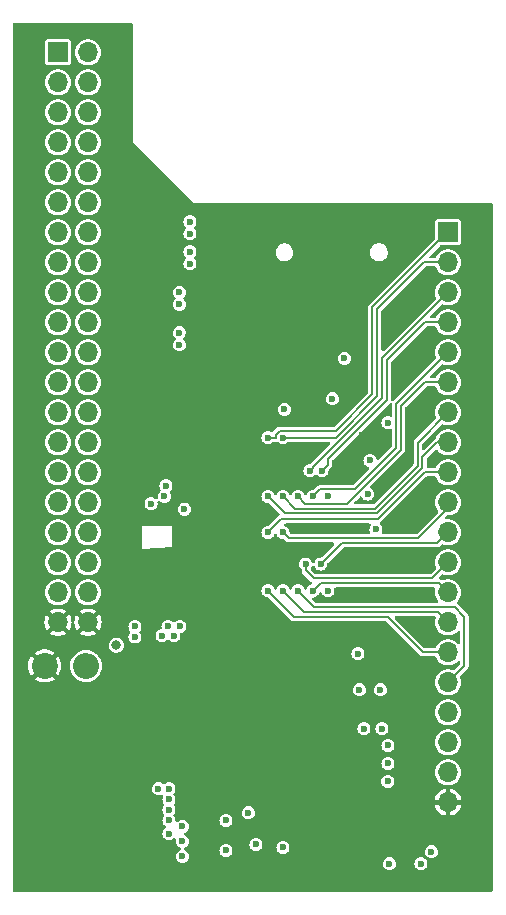
<source format=gbr>
%TF.GenerationSoftware,KiCad,Pcbnew,8.0.4*%
%TF.CreationDate,2024-09-22T15:27:49+02:00*%
%TF.ProjectId,blue_64,626c7565-5f36-4342-9e6b-696361645f70,1.0*%
%TF.SameCoordinates,PX3dc4fd0PY7445a00*%
%TF.FileFunction,Copper,L3,Inr*%
%TF.FilePolarity,Positive*%
%FSLAX46Y46*%
G04 Gerber Fmt 4.6, Leading zero omitted, Abs format (unit mm)*
G04 Created by KiCad (PCBNEW 8.0.4) date 2024-09-22 15:27:49*
%MOMM*%
%LPD*%
G01*
G04 APERTURE LIST*
%TA.AperFunction,ComponentPad*%
%ADD10R,1.700000X1.700000*%
%TD*%
%TA.AperFunction,ComponentPad*%
%ADD11O,1.700000X1.700000*%
%TD*%
%TA.AperFunction,ComponentPad*%
%ADD12O,2.200000X2.200000*%
%TD*%
%TA.AperFunction,ComponentPad*%
%ADD13C,2.200000*%
%TD*%
%TA.AperFunction,ViaPad*%
%ADD14C,0.600000*%
%TD*%
%TA.AperFunction,ViaPad*%
%ADD15C,0.800000*%
%TD*%
%TA.AperFunction,Conductor*%
%ADD16C,0.200000*%
%TD*%
G04 APERTURE END LIST*
D10*
X3810000Y71120000D03*
D11*
X6350000Y71120000D03*
X3810000Y68580000D03*
X6350000Y68580000D03*
X3810000Y66040000D03*
X6350000Y66040000D03*
X3810000Y63500000D03*
X6350000Y63500000D03*
X3810000Y60960000D03*
X6350000Y60960000D03*
X3810000Y58420000D03*
X6350000Y58420000D03*
X3810000Y55880000D03*
X6350000Y55880000D03*
X3810000Y53340000D03*
X6350000Y53340000D03*
X3810000Y50800000D03*
X6350000Y50800000D03*
X3810000Y48260000D03*
X6350000Y48260000D03*
X3810000Y45720000D03*
X6350000Y45720000D03*
X3810000Y43180000D03*
X6350000Y43180000D03*
X3810000Y40640000D03*
X6350000Y40640000D03*
X3810000Y38100000D03*
X6350000Y38100000D03*
X3810000Y35560000D03*
X6350000Y35560000D03*
X3810000Y33020000D03*
X6350000Y33020000D03*
X3810000Y30480000D03*
X6350000Y30480000D03*
X3810000Y27940000D03*
X6350000Y27940000D03*
X3810000Y25400000D03*
X6350000Y25400000D03*
X3810000Y22860000D03*
X6350000Y22860000D03*
D10*
X36830000Y55880000D03*
D11*
X36830000Y53340000D03*
X36830000Y50800000D03*
X36830000Y48260000D03*
X36830000Y45720000D03*
X36830000Y43180000D03*
X36830000Y40640000D03*
X36830000Y38100000D03*
X36830000Y35560000D03*
X36830000Y33020000D03*
X36830000Y30480000D03*
X36830000Y27940000D03*
X36830000Y25400000D03*
X36830000Y22860000D03*
X36830000Y20320000D03*
X36830000Y17780000D03*
X36830000Y15240000D03*
X36830000Y12700000D03*
X36830000Y10160000D03*
X36830000Y7620000D03*
D12*
X6195000Y19177000D03*
D13*
X2695000Y19177000D03*
D14*
X30861000Y38735000D03*
X20701000Y25908000D03*
X19558000Y13208000D03*
X13589000Y51943000D03*
X17430000Y2820000D03*
X31115000Y11684000D03*
X17399000Y50038000D03*
X7493000Y41910000D03*
X28575000Y34798000D03*
X13843000Y33147000D03*
X37719000Y11430000D03*
X35052000Y8763000D03*
X17018000Y1143000D03*
X10160000Y55880000D03*
X22352000Y44323000D03*
X23495000Y34163000D03*
X25781000Y12065000D03*
X10795000Y32893000D03*
X23622000Y16764000D03*
X23876000Y13335000D03*
X29210000Y41910000D03*
X29210000Y1143000D03*
X8255000Y71882000D03*
X20066000Y40894000D03*
X37719000Y26670000D03*
X35941000Y52070000D03*
X31115000Y10160000D03*
X28575000Y9398000D03*
X10033000Y48768000D03*
X17399000Y6858000D03*
X26670000Y34798000D03*
X33528000Y22733000D03*
X37719000Y31750000D03*
X22606000Y26543000D03*
X36068000Y36830000D03*
X8509000Y6223000D03*
X22987000Y20828000D03*
X2921000Y12446000D03*
X5080000Y49530000D03*
X20320000Y38481000D03*
X15748000Y53594000D03*
X26035000Y47244000D03*
X10668000Y26289000D03*
X7493000Y36830000D03*
X5080000Y39370000D03*
X19812000Y20193000D03*
X32639000Y44831000D03*
X17018000Y16637000D03*
X33274000Y49530000D03*
X20447000Y56134000D03*
X19177000Y43180000D03*
X5080000Y67310000D03*
X5080000Y54610000D03*
X13589000Y58420000D03*
X8636000Y40005000D03*
X34544000Y1143000D03*
X28702000Y24892000D03*
X19050000Y26543000D03*
X37719000Y44450000D03*
X5080000Y41910000D03*
X5080000Y62230000D03*
X30480000Y13208000D03*
X7620000Y5080000D03*
X27813000Y13716000D03*
X22225000Y34163000D03*
X38100000Y54610000D03*
X33528000Y30607000D03*
X30988000Y18923000D03*
X24765000Y22606000D03*
X5080000Y36830000D03*
X8001000Y44831000D03*
X8128000Y56642000D03*
X23495000Y3048000D03*
X16764000Y57277000D03*
X20574000Y33655000D03*
X20066000Y1143000D03*
X36068000Y19050000D03*
X28575000Y30988000D03*
X19558000Y34163000D03*
X5080000Y64770000D03*
X12192000Y34163000D03*
X14986000Y50038000D03*
X30861000Y24765000D03*
X34544000Y6223000D03*
X1778000Y6350000D03*
X17145000Y10668000D03*
X18796000Y47371000D03*
X31115000Y51816000D03*
X5080000Y34290000D03*
X22098000Y41402000D03*
X15875000Y56007000D03*
X8128000Y53975000D03*
X26924000Y27305000D03*
X5715000Y8763000D03*
X11557000Y3937000D03*
X26924000Y20828000D03*
X26162000Y1143000D03*
X17145000Y13335000D03*
X20574000Y52197000D03*
X30226000Y17526000D03*
X26546773Y40003358D03*
X30099000Y20193000D03*
X2921000Y16383000D03*
X19050000Y38481000D03*
X38227000Y2540000D03*
X33528000Y25146000D03*
X28956000Y13208000D03*
X27305000Y56007000D03*
X39116000Y5080000D03*
X9652000Y1270000D03*
X14224000Y26416000D03*
X6731000Y16383000D03*
X22860000Y9398000D03*
X10033000Y52451000D03*
X33528000Y19050000D03*
X25019000Y45085000D03*
X5080000Y57150000D03*
X12700000Y10160000D03*
X9730000Y30420000D03*
X5080000Y44450000D03*
X29591000Y38735000D03*
X38227000Y3810000D03*
X14351000Y1143000D03*
X36068000Y21590000D03*
X23114000Y1143000D03*
X9017000Y68326000D03*
X14351000Y6858000D03*
X37084000Y1524000D03*
X28448000Y21971000D03*
X5080000Y46990000D03*
X14732000Y45593000D03*
X11176000Y11557000D03*
X25654000Y53340000D03*
X28702000Y6858000D03*
X21971000Y11938000D03*
X5080000Y52070000D03*
X14097000Y30353000D03*
X9398000Y62865000D03*
X5461000Y2286000D03*
X5080000Y59690000D03*
X20447000Y5842000D03*
X16891000Y18796000D03*
X5080000Y26670000D03*
X18034000Y40386000D03*
X14859000Y46990000D03*
X22352000Y47371000D03*
X12130000Y25720000D03*
X33528000Y33147000D03*
X9652000Y11557000D03*
X18161000Y27432000D03*
X35941000Y46990000D03*
X33528000Y36703000D03*
X10160000Y36576000D03*
X5080000Y69850000D03*
X10033000Y38735000D03*
X29464000Y48133000D03*
X28705000Y44458401D03*
X20066000Y17145000D03*
X31877000Y1143000D03*
X27305000Y44704000D03*
X31623000Y6858000D03*
X32639000Y56261000D03*
X33528000Y27940000D03*
X16129000Y42037000D03*
X7620000Y7366000D03*
X10930000Y13020000D03*
X21082000Y27559000D03*
X10287000Y59055000D03*
X22225000Y22606000D03*
X28448000Y27178000D03*
X23495000Y27559000D03*
X31023500Y21336000D03*
X26670000Y33528000D03*
X30226000Y36576000D03*
X10330000Y21620000D03*
X13630000Y21720000D03*
X30734000Y30734000D03*
X12630000Y21720000D03*
X30038000Y33716000D03*
X10330000Y22520000D03*
X26670000Y25527000D03*
X13130000Y22520000D03*
X14130000Y22520000D03*
X14097000Y49784000D03*
X31242000Y13843000D03*
X14986000Y55753000D03*
X14351000Y4318000D03*
X14986000Y56769000D03*
X14351000Y3048000D03*
X31750000Y10922000D03*
X14986000Y53213000D03*
X31741746Y9398000D03*
X14986000Y54229000D03*
X14097000Y50800000D03*
X31750000Y12446000D03*
X29337000Y17145000D03*
X14521865Y32439467D03*
X14097000Y46355000D03*
X28067000Y45212000D03*
X29718000Y13843000D03*
X14097000Y47371000D03*
X31115000Y17145000D03*
X12827000Y33528000D03*
X12954000Y34417000D03*
X29210000Y20193000D03*
X18034000Y6096000D03*
X11696076Y32893000D03*
X31877000Y2413000D03*
X22987000Y40894000D03*
X13208000Y6985000D03*
X12319000Y8763000D03*
X13208000Y6096000D03*
X13208000Y4953000D03*
X35433000Y3429000D03*
X13208000Y8763000D03*
X34544000Y2413000D03*
X31750000Y39751000D03*
X13208000Y7874000D03*
X19939000Y6731000D03*
X27051000Y41783000D03*
X18034000Y3556000D03*
X14351000Y5579871D03*
X20574000Y4064000D03*
X25400000Y25527000D03*
X24130000Y25527000D03*
X26061263Y27792423D03*
X22860000Y30480000D03*
X21590000Y30480000D03*
X25400000Y33528000D03*
X26162000Y35687000D03*
X25146000Y35687000D03*
X22860000Y38481000D03*
X21590000Y33528000D03*
X22860000Y33528000D03*
X21590000Y38481000D03*
X24130000Y33528000D03*
X21590000Y25527000D03*
X24791263Y27792423D03*
X22860000Y25527000D03*
X22860000Y3810000D03*
D15*
X8763000Y20920000D03*
D16*
X26051000Y26178000D02*
X25400000Y25527000D01*
X36052000Y26178000D02*
X26051000Y26178000D01*
X36830000Y25400000D02*
X36052000Y26178000D01*
X38227000Y23329346D02*
X37426346Y24130000D01*
X25527000Y24130000D02*
X24130000Y25527000D01*
X37426346Y24130000D02*
X25527000Y24130000D01*
X36830000Y17780000D02*
X38227000Y19177000D01*
X38227000Y19177000D02*
X38227000Y23329346D01*
X35922000Y29572000D02*
X27840840Y29572000D01*
X27840840Y29572000D02*
X26061263Y27792423D01*
X36830000Y30480000D02*
X35922000Y29572000D01*
X23368000Y29972000D02*
X22860000Y30480000D01*
X36830000Y33020000D02*
X36830000Y32512000D01*
X34290000Y29972000D02*
X23368000Y29972000D01*
X36830000Y32512000D02*
X34290000Y29972000D01*
X30883686Y31588000D02*
X34855686Y35560000D01*
X21590000Y30480000D02*
X22698000Y31588000D01*
X34855686Y35560000D02*
X36830000Y35560000D01*
X22698000Y31588000D02*
X30883686Y31588000D01*
X32454314Y37655500D02*
X28961814Y34163000D01*
X32454314Y41344314D02*
X32454314Y37655500D01*
X26035000Y34163000D02*
X25400000Y33528000D01*
X36830000Y45720000D02*
X32454314Y41344314D01*
X28961814Y34163000D02*
X26035000Y34163000D01*
X26670000Y36195000D02*
X26670000Y36703000D01*
X31642000Y41675000D02*
X31642000Y45046314D01*
X34855686Y48260000D02*
X36830000Y48260000D01*
X31642000Y45046314D02*
X34855686Y48260000D01*
X26670000Y36703000D02*
X31642000Y41675000D01*
X26162000Y35687000D02*
X26670000Y36195000D01*
X25400000Y35941000D02*
X25400000Y35998686D01*
X31242000Y45212000D02*
X36830000Y50800000D01*
X25400000Y35998686D02*
X31242000Y41840686D01*
X31242000Y41840686D02*
X31242000Y45212000D01*
X25146000Y35687000D02*
X25400000Y35941000D01*
X30842000Y49384000D02*
X30842000Y42006372D01*
X36830000Y53340000D02*
X34798000Y53340000D01*
X27316628Y38481000D02*
X22860000Y38481000D01*
X34798000Y53340000D02*
X30842000Y49384000D01*
X30842000Y42006372D02*
X27316628Y38481000D01*
X34671000Y35941001D02*
X30822999Y32093000D01*
X23025000Y32093000D02*
X21590000Y33528000D01*
X34671000Y36830000D02*
X34671000Y35941001D01*
X30822999Y32093000D02*
X23025000Y32093000D01*
X36830000Y38100000D02*
X35941000Y38100000D01*
X35941000Y38100000D02*
X34671000Y36830000D01*
X30657314Y32493000D02*
X23895000Y32493000D01*
X36830000Y40640000D02*
X34271000Y38081000D01*
X34271000Y36106686D02*
X30657314Y32493000D01*
X23895000Y32493000D02*
X22860000Y33528000D01*
X34271000Y38081000D02*
X34271000Y36106686D01*
X22260000Y38729529D02*
X22260000Y38481000D01*
X36830000Y55880000D02*
X36772315Y55880000D01*
X30442000Y49549685D02*
X30442000Y42172058D01*
X27350942Y39081000D02*
X22611471Y39081000D01*
X30442000Y42172058D02*
X27350942Y39081000D01*
X22260000Y38481000D02*
X21590000Y38481000D01*
X36772315Y55880000D02*
X30442000Y49549685D01*
X22611471Y39081000D02*
X22260000Y38729529D01*
X28257500Y32893000D02*
X24765000Y32893000D01*
X32854314Y37489814D02*
X28257500Y32893000D01*
X32854314Y41178628D02*
X32854314Y37489814D01*
X36830000Y43180000D02*
X34855686Y43180000D01*
X34855686Y43180000D02*
X32854314Y41178628D01*
X24765000Y32893000D02*
X24130000Y33528000D01*
X23787000Y23330000D02*
X21590000Y25527000D01*
X36830000Y20320000D02*
X34728686Y20320000D01*
X31718686Y23330000D02*
X23787000Y23330000D01*
X34728686Y20320000D02*
X31718686Y23330000D01*
X24791263Y27278737D02*
X24791263Y27792423D01*
X25492000Y26578000D02*
X24791263Y27278737D01*
X35468000Y26578000D02*
X25492000Y26578000D01*
X36830000Y27940000D02*
X35468000Y26578000D01*
X36830000Y22860000D02*
X35960000Y23730000D01*
X24657000Y23730000D02*
X22860000Y25527000D01*
X35960000Y23730000D02*
X24657000Y23730000D01*
%TA.AperFunction,Conductor*%
G36*
X35736469Y23359815D02*
G01*
X35782224Y23307011D01*
X35792168Y23237853D01*
X35788696Y23221565D01*
X35743602Y23063083D01*
X35724785Y22860001D01*
X35724785Y22860000D01*
X35743602Y22656918D01*
X35799417Y22460753D01*
X35799422Y22460740D01*
X35890327Y22278179D01*
X36013237Y22115419D01*
X36163958Y21978020D01*
X36163960Y21978018D01*
X36263141Y21916608D01*
X36337363Y21870652D01*
X36527544Y21796976D01*
X36728024Y21759500D01*
X36728026Y21759500D01*
X36931974Y21759500D01*
X36931976Y21759500D01*
X37132456Y21796976D01*
X37322637Y21870652D01*
X37496041Y21978019D01*
X37646764Y22115421D01*
X37653546Y22124403D01*
X37709655Y22166038D01*
X37779367Y22170729D01*
X37840549Y22136987D01*
X37873776Y22075524D01*
X37876500Y22049675D01*
X37876500Y21130326D01*
X37856815Y21063287D01*
X37804011Y21017532D01*
X37734853Y21007588D01*
X37671297Y21036613D01*
X37653548Y21055596D01*
X37646762Y21064582D01*
X37496041Y21201981D01*
X37496039Y21201983D01*
X37322642Y21309345D01*
X37322635Y21309349D01*
X37217030Y21350260D01*
X37132456Y21383024D01*
X36931976Y21420500D01*
X36728024Y21420500D01*
X36527544Y21383024D01*
X36527541Y21383024D01*
X36527541Y21383023D01*
X36337364Y21309349D01*
X36337357Y21309345D01*
X36163960Y21201983D01*
X36163958Y21201981D01*
X36013237Y21064582D01*
X35890327Y20901822D01*
X35809365Y20739228D01*
X35761862Y20687991D01*
X35698365Y20670500D01*
X34925230Y20670500D01*
X34858191Y20690185D01*
X34837549Y20706819D01*
X32376549Y23167819D01*
X32343064Y23229142D01*
X32348048Y23298834D01*
X32389920Y23354767D01*
X32455384Y23379184D01*
X32464230Y23379500D01*
X35669430Y23379500D01*
X35736469Y23359815D01*
G37*
%TD.AperFunction*%
%TA.AperFunction,Conductor*%
G36*
X35710292Y25807815D02*
G01*
X35756047Y25755011D01*
X35765991Y25685853D01*
X35762519Y25669566D01*
X35743603Y25603085D01*
X35743602Y25603083D01*
X35724785Y25400001D01*
X35724785Y25400000D01*
X35743602Y25196918D01*
X35799417Y25000753D01*
X35799422Y25000740D01*
X35890327Y24818179D01*
X35995259Y24679227D01*
X36019951Y24613866D01*
X36005386Y24545531D01*
X35956189Y24495918D01*
X35896305Y24480500D01*
X25723543Y24480500D01*
X25656504Y24500185D01*
X25635862Y24516819D01*
X25384216Y24768465D01*
X25350731Y24829788D01*
X25355715Y24899480D01*
X25397587Y24955413D01*
X25455711Y24979085D01*
X25543709Y24990670D01*
X25677625Y25046139D01*
X25792621Y25134379D01*
X25880861Y25249375D01*
X25920439Y25344926D01*
X25964279Y25399330D01*
X26030573Y25421395D01*
X26098273Y25404116D01*
X26145884Y25352979D01*
X26149561Y25344926D01*
X26189137Y25249378D01*
X26189138Y25249376D01*
X26189139Y25249375D01*
X26277379Y25134379D01*
X26392375Y25046139D01*
X26526291Y24990670D01*
X26653280Y24973952D01*
X26669999Y24971750D01*
X26670000Y24971750D01*
X26670001Y24971750D01*
X26684977Y24973722D01*
X26813709Y24990670D01*
X26947625Y25046139D01*
X27062621Y25134379D01*
X27150861Y25249375D01*
X27206330Y25383291D01*
X27225250Y25527000D01*
X27206330Y25670709D01*
X27206329Y25670711D01*
X27206329Y25670714D01*
X27206142Y25671412D01*
X27206156Y25672025D01*
X27205269Y25678766D01*
X27206320Y25678905D01*
X27207808Y25741262D01*
X27246973Y25799123D01*
X27311203Y25826624D01*
X27325918Y25827500D01*
X35643253Y25827500D01*
X35710292Y25807815D01*
G37*
%TD.AperFunction*%
%TA.AperFunction,Conductor*%
G36*
X30242051Y31217815D02*
G01*
X30287806Y31165011D01*
X30297750Y31095853D01*
X30273388Y31038015D01*
X30265950Y31028320D01*
X30253137Y31011623D01*
X30197671Y30877713D01*
X30197670Y30877709D01*
X30180301Y30745777D01*
X30178750Y30734000D01*
X30185453Y30683083D01*
X30197670Y30590292D01*
X30197671Y30590288D01*
X30237574Y30493952D01*
X30245043Y30424483D01*
X30213767Y30362004D01*
X30153678Y30326352D01*
X30123013Y30322500D01*
X23564544Y30322500D01*
X23497505Y30342185D01*
X23476863Y30358819D01*
X23451560Y30384122D01*
X23418075Y30445445D01*
X23416983Y30471871D01*
X23415250Y30471871D01*
X23415250Y30480000D01*
X23408320Y30532638D01*
X23396330Y30623709D01*
X23340861Y30757625D01*
X23252621Y30872621D01*
X23137625Y30960861D01*
X23137624Y30960862D01*
X23137622Y30960863D01*
X23045696Y30998939D01*
X22991292Y31042779D01*
X22969227Y31109074D01*
X22986506Y31176773D01*
X23037643Y31224384D01*
X23093148Y31237500D01*
X30175012Y31237500D01*
X30242051Y31217815D01*
G37*
%TD.AperFunction*%
%TA.AperFunction,Conductor*%
G36*
X10077539Y73614815D02*
G01*
X10123294Y73562011D01*
X10134500Y73510500D01*
X10134500Y63510563D01*
X10134500Y63489437D01*
X15229437Y58394500D01*
X15229438Y58394500D01*
X40490500Y58394500D01*
X40557539Y58374815D01*
X40603294Y58322011D01*
X40614500Y58270500D01*
X40614500Y149500D01*
X40594815Y82461D01*
X40542011Y36706D01*
X40490500Y25500D01*
X149500Y25500D01*
X82461Y45185D01*
X36706Y97989D01*
X25500Y149500D01*
X25500Y2413001D01*
X31321750Y2413001D01*
X31321750Y2413000D01*
X31340670Y2269292D01*
X31340671Y2269288D01*
X31396137Y2135378D01*
X31396138Y2135376D01*
X31396139Y2135375D01*
X31484379Y2020379D01*
X31599375Y1932139D01*
X31733291Y1876670D01*
X31860280Y1859952D01*
X31876999Y1857750D01*
X31877000Y1857750D01*
X31877001Y1857750D01*
X31891977Y1859722D01*
X32020709Y1876670D01*
X32154625Y1932139D01*
X32269621Y2020379D01*
X32357861Y2135375D01*
X32413330Y2269291D01*
X32432250Y2413000D01*
X32432250Y2413001D01*
X33988750Y2413001D01*
X33988750Y2413000D01*
X34007670Y2269292D01*
X34007671Y2269288D01*
X34063137Y2135378D01*
X34063138Y2135376D01*
X34063139Y2135375D01*
X34151379Y2020379D01*
X34266375Y1932139D01*
X34400291Y1876670D01*
X34527280Y1859952D01*
X34543999Y1857750D01*
X34544000Y1857750D01*
X34544001Y1857750D01*
X34558977Y1859722D01*
X34687709Y1876670D01*
X34821625Y1932139D01*
X34936621Y2020379D01*
X35024861Y2135375D01*
X35080330Y2269291D01*
X35099250Y2413000D01*
X35080330Y2556709D01*
X35024861Y2690625D01*
X34936621Y2805621D01*
X34936618Y2805623D01*
X34931673Y2812068D01*
X34933896Y2813774D01*
X34921359Y2836733D01*
X34889466Y2843671D01*
X34873413Y2854123D01*
X34821625Y2893861D01*
X34821624Y2893862D01*
X34821622Y2893863D01*
X34687712Y2949329D01*
X34687710Y2949330D01*
X34687709Y2949330D01*
X34615854Y2958790D01*
X34544001Y2968250D01*
X34543999Y2968250D01*
X34400291Y2949330D01*
X34400287Y2949329D01*
X34266377Y2893863D01*
X34151379Y2805621D01*
X34063137Y2690623D01*
X34007671Y2556713D01*
X34007670Y2556709D01*
X33988750Y2413001D01*
X32432250Y2413001D01*
X32413330Y2556709D01*
X32357861Y2690625D01*
X32269621Y2805621D01*
X32154625Y2893861D01*
X32154624Y2893862D01*
X32154622Y2893863D01*
X32020712Y2949329D01*
X32020710Y2949330D01*
X32020709Y2949330D01*
X31948854Y2958790D01*
X31877001Y2968250D01*
X31876999Y2968250D01*
X31733291Y2949330D01*
X31733287Y2949329D01*
X31599377Y2893863D01*
X31484379Y2805621D01*
X31396137Y2690623D01*
X31340671Y2556713D01*
X31340670Y2556709D01*
X31321750Y2413001D01*
X25500Y2413001D01*
X25500Y8763001D01*
X11763750Y8763001D01*
X11763750Y8763000D01*
X11782670Y8619292D01*
X11782671Y8619288D01*
X11838137Y8485378D01*
X11838138Y8485377D01*
X11838139Y8485375D01*
X11926379Y8370379D01*
X12041375Y8282139D01*
X12175291Y8226670D01*
X12302280Y8209952D01*
X12318999Y8207750D01*
X12319000Y8207750D01*
X12319001Y8207750D01*
X12333977Y8209722D01*
X12462709Y8226670D01*
X12542855Y8259868D01*
X12612321Y8267336D01*
X12674801Y8236061D01*
X12710453Y8175972D01*
X12707960Y8106147D01*
X12704867Y8097854D01*
X12671669Y8017707D01*
X12652750Y7874001D01*
X12652750Y7874000D01*
X12671670Y7730292D01*
X12671671Y7730288D01*
X12727138Y7596377D01*
X12727139Y7596375D01*
X12797264Y7504986D01*
X12822458Y7439817D01*
X12808420Y7371372D01*
X12797264Y7354014D01*
X12727139Y7262626D01*
X12727138Y7262624D01*
X12671671Y7128713D01*
X12671670Y7128709D01*
X12652750Y6985001D01*
X12652750Y6985000D01*
X12671670Y6841292D01*
X12671671Y6841288D01*
X12727138Y6707377D01*
X12727139Y6707375D01*
X12797264Y6615986D01*
X12822458Y6550817D01*
X12808420Y6482372D01*
X12797264Y6465014D01*
X12727139Y6373626D01*
X12727138Y6373624D01*
X12671671Y6239713D01*
X12671670Y6239709D01*
X12655410Y6116201D01*
X12652750Y6096000D01*
X12669010Y5972492D01*
X12671670Y5952292D01*
X12671671Y5952288D01*
X12727137Y5818378D01*
X12727138Y5818376D01*
X12727139Y5818375D01*
X12815379Y5703379D01*
X12920294Y5622875D01*
X12961495Y5566448D01*
X12965650Y5496701D01*
X12931437Y5435781D01*
X12920300Y5426131D01*
X12815379Y5345621D01*
X12727137Y5230623D01*
X12671671Y5096713D01*
X12671670Y5096709D01*
X12652750Y4953000D01*
X12667883Y4838052D01*
X12671670Y4809292D01*
X12671671Y4809288D01*
X12727137Y4675378D01*
X12727138Y4675376D01*
X12727139Y4675375D01*
X12815379Y4560379D01*
X12930375Y4472139D01*
X12930376Y4472139D01*
X12930377Y4472138D01*
X12967839Y4456621D01*
X13064291Y4416670D01*
X13191280Y4399952D01*
X13207999Y4397750D01*
X13208000Y4397750D01*
X13208001Y4397750D01*
X13222977Y4399722D01*
X13351709Y4416670D01*
X13485625Y4472139D01*
X13600621Y4560379D01*
X13600627Y4560388D01*
X13603777Y4563536D01*
X13665098Y4597025D01*
X13734790Y4592044D01*
X13790726Y4550176D01*
X13815147Y4484713D01*
X13814402Y4459674D01*
X13795750Y4318001D01*
X13795750Y4318000D01*
X13814670Y4174292D01*
X13814671Y4174288D01*
X13870137Y4040378D01*
X13870138Y4040376D01*
X13870139Y4040375D01*
X13958379Y3925379D01*
X14073375Y3837139D01*
X14081859Y3833625D01*
X14168925Y3797561D01*
X14223329Y3753720D01*
X14245394Y3687426D01*
X14228115Y3619727D01*
X14176978Y3572116D01*
X14168925Y3568439D01*
X14073378Y3528863D01*
X14073375Y3528862D01*
X14073375Y3528861D01*
X14071823Y3527670D01*
X13958379Y3440621D01*
X13870137Y3325623D01*
X13814671Y3191713D01*
X13814670Y3191709D01*
X13795750Y3048000D01*
X13806249Y2968250D01*
X13814670Y2904292D01*
X13814671Y2904288D01*
X13870137Y2770378D01*
X13870138Y2770376D01*
X13870139Y2770375D01*
X13958379Y2655379D01*
X14073375Y2567139D01*
X14073376Y2567139D01*
X14073377Y2567138D01*
X14118013Y2548650D01*
X14207291Y2511670D01*
X14334280Y2494952D01*
X14350999Y2492750D01*
X14351000Y2492750D01*
X14351001Y2492750D01*
X14365977Y2494722D01*
X14494709Y2511670D01*
X14628625Y2567139D01*
X14743621Y2655379D01*
X14831861Y2770375D01*
X14887330Y2904291D01*
X14906250Y3048000D01*
X14887330Y3191709D01*
X14831861Y3325625D01*
X14743621Y3440621D01*
X14628625Y3528861D01*
X14628624Y3528862D01*
X14628622Y3528863D01*
X14563103Y3556001D01*
X17478750Y3556001D01*
X17478750Y3556000D01*
X17497670Y3412292D01*
X17497671Y3412288D01*
X17553137Y3278378D01*
X17553138Y3278376D01*
X17553139Y3278375D01*
X17641379Y3163379D01*
X17756375Y3075139D01*
X17890291Y3019670D01*
X18017280Y3002952D01*
X18033999Y3000750D01*
X18034000Y3000750D01*
X18034001Y3000750D01*
X18048977Y3002722D01*
X18177709Y3019670D01*
X18311625Y3075139D01*
X18426621Y3163379D01*
X18514861Y3278375D01*
X18570330Y3412291D01*
X18589250Y3556000D01*
X18570330Y3699709D01*
X18514861Y3833625D01*
X18426621Y3948621D01*
X18311625Y4036861D01*
X18311624Y4036862D01*
X18311622Y4036863D01*
X18246106Y4064000D01*
X20018750Y4064000D01*
X20029249Y3984250D01*
X20037670Y3920292D01*
X20037671Y3920288D01*
X20093137Y3786378D01*
X20093138Y3786376D01*
X20093139Y3786375D01*
X20181379Y3671379D01*
X20296375Y3583139D01*
X20296376Y3583139D01*
X20296377Y3583138D01*
X20322987Y3572116D01*
X20430291Y3527670D01*
X20557280Y3510952D01*
X20573999Y3508750D01*
X20574000Y3508750D01*
X20574001Y3508750D01*
X20588977Y3510722D01*
X20717709Y3527670D01*
X20851625Y3583139D01*
X20966621Y3671379D01*
X21054861Y3786375D01*
X21064647Y3810000D01*
X22304750Y3810000D01*
X22320887Y3687426D01*
X22323670Y3666292D01*
X22323671Y3666288D01*
X22379137Y3532378D01*
X22379138Y3532376D01*
X22379139Y3532375D01*
X22467379Y3417379D01*
X22582375Y3329139D01*
X22582376Y3329139D01*
X22582377Y3329138D01*
X22627013Y3310650D01*
X22716291Y3273670D01*
X22843280Y3256952D01*
X22859999Y3254750D01*
X22860000Y3254750D01*
X22860001Y3254750D01*
X22874977Y3256722D01*
X23003709Y3273670D01*
X23137625Y3329139D01*
X23252621Y3417379D01*
X23261539Y3429001D01*
X34877750Y3429001D01*
X34877750Y3429000D01*
X34896670Y3285292D01*
X34896671Y3285288D01*
X34952137Y3151378D01*
X34952138Y3151376D01*
X34952139Y3151375D01*
X35040379Y3036379D01*
X35040381Y3036378D01*
X35045327Y3029932D01*
X35043103Y3028226D01*
X35055639Y3005269D01*
X35087533Y2998330D01*
X35103593Y2987873D01*
X35155373Y2948140D01*
X35155374Y2948140D01*
X35155375Y2948139D01*
X35289291Y2892670D01*
X35416280Y2875952D01*
X35432999Y2873750D01*
X35433000Y2873750D01*
X35433001Y2873750D01*
X35447977Y2875722D01*
X35576709Y2892670D01*
X35710625Y2948139D01*
X35825621Y3036379D01*
X35913861Y3151375D01*
X35969330Y3285291D01*
X35988250Y3429000D01*
X35969330Y3572709D01*
X35913861Y3706625D01*
X35825621Y3821621D01*
X35710625Y3909861D01*
X35710624Y3909862D01*
X35710622Y3909863D01*
X35576712Y3965329D01*
X35576710Y3965330D01*
X35576709Y3965330D01*
X35504854Y3974790D01*
X35433001Y3984250D01*
X35432999Y3984250D01*
X35289291Y3965330D01*
X35289287Y3965329D01*
X35155377Y3909863D01*
X35040379Y3821621D01*
X34952137Y3706623D01*
X34896671Y3572713D01*
X34896670Y3572709D01*
X34877750Y3429001D01*
X23261539Y3429001D01*
X23340861Y3532375D01*
X23396330Y3666291D01*
X23415250Y3810000D01*
X23396330Y3953709D01*
X23340861Y4087625D01*
X23252621Y4202621D01*
X23137625Y4290861D01*
X23137624Y4290862D01*
X23137622Y4290863D01*
X23003712Y4346329D01*
X23003710Y4346330D01*
X23003709Y4346330D01*
X22931854Y4355790D01*
X22860001Y4365250D01*
X22859999Y4365250D01*
X22716291Y4346330D01*
X22716287Y4346329D01*
X22582377Y4290863D01*
X22467379Y4202621D01*
X22379137Y4087623D01*
X22323671Y3953713D01*
X22323670Y3953709D01*
X22304750Y3810000D01*
X21064647Y3810000D01*
X21110330Y3920291D01*
X21129250Y4064000D01*
X21110330Y4207709D01*
X21054861Y4341625D01*
X20966621Y4456621D01*
X20851625Y4544861D01*
X20851624Y4544862D01*
X20851622Y4544863D01*
X20717712Y4600329D01*
X20717710Y4600330D01*
X20717709Y4600330D01*
X20645854Y4609790D01*
X20574001Y4619250D01*
X20573999Y4619250D01*
X20430291Y4600330D01*
X20430287Y4600329D01*
X20296377Y4544863D01*
X20181379Y4456621D01*
X20093137Y4341623D01*
X20037671Y4207713D01*
X20037670Y4207709D01*
X20018750Y4064000D01*
X18246106Y4064000D01*
X18177712Y4092329D01*
X18177710Y4092330D01*
X18177709Y4092330D01*
X18105854Y4101790D01*
X18034001Y4111250D01*
X18033999Y4111250D01*
X17890291Y4092330D01*
X17890287Y4092329D01*
X17756377Y4036863D01*
X17641379Y3948621D01*
X17553137Y3833623D01*
X17497671Y3699713D01*
X17497670Y3699709D01*
X17478750Y3556001D01*
X14563103Y3556001D01*
X14533074Y3568439D01*
X14478670Y3612279D01*
X14456605Y3678573D01*
X14473884Y3746273D01*
X14525021Y3793884D01*
X14533074Y3797561D01*
X14563107Y3810001D01*
X14628625Y3837139D01*
X14743621Y3925379D01*
X14831861Y4040375D01*
X14887330Y4174291D01*
X14906250Y4318000D01*
X14887330Y4461709D01*
X14831861Y4595625D01*
X14743621Y4710621D01*
X14628625Y4798861D01*
X14603452Y4809288D01*
X14542886Y4834375D01*
X14488483Y4878216D01*
X14466418Y4944510D01*
X14483697Y5012209D01*
X14534834Y5059820D01*
X14542856Y5063484D01*
X14628625Y5099010D01*
X14743621Y5187250D01*
X14831861Y5302246D01*
X14887330Y5436162D01*
X14906250Y5579871D01*
X14887330Y5723580D01*
X14831861Y5857496D01*
X14743621Y5972492D01*
X14628625Y6060732D01*
X14628624Y6060733D01*
X14628622Y6060734D01*
X14543480Y6096000D01*
X17478750Y6096000D01*
X17495010Y5972492D01*
X17497670Y5952292D01*
X17497671Y5952288D01*
X17553137Y5818378D01*
X17553138Y5818376D01*
X17553139Y5818375D01*
X17641379Y5703379D01*
X17756375Y5615139D01*
X17890291Y5559670D01*
X18017280Y5542952D01*
X18033999Y5540750D01*
X18034000Y5540750D01*
X18034001Y5540750D01*
X18048977Y5542722D01*
X18177709Y5559670D01*
X18311625Y5615139D01*
X18426621Y5703379D01*
X18514861Y5818375D01*
X18570330Y5952291D01*
X18589250Y6096000D01*
X18570330Y6239709D01*
X18514861Y6373625D01*
X18426621Y6488621D01*
X18311625Y6576861D01*
X18311624Y6576862D01*
X18311622Y6576863D01*
X18177712Y6632329D01*
X18177710Y6632330D01*
X18177709Y6632330D01*
X18105854Y6641790D01*
X18034001Y6651250D01*
X18033999Y6651250D01*
X17890291Y6632330D01*
X17890287Y6632329D01*
X17756377Y6576863D01*
X17641379Y6488621D01*
X17553137Y6373623D01*
X17497671Y6239713D01*
X17497670Y6239709D01*
X17481410Y6116201D01*
X17478750Y6096000D01*
X14543480Y6096000D01*
X14494712Y6116200D01*
X14494710Y6116201D01*
X14494709Y6116201D01*
X14422854Y6125661D01*
X14351001Y6135121D01*
X14350999Y6135121D01*
X14207291Y6116201D01*
X14207287Y6116200D01*
X14073377Y6060734D01*
X14024141Y6022954D01*
X13960734Y5974300D01*
X13895566Y5949106D01*
X13827122Y5963144D01*
X13777132Y6011958D01*
X13761468Y6080049D01*
X13762308Y6088850D01*
X13763250Y6096000D01*
X13744330Y6239709D01*
X13688861Y6373625D01*
X13688860Y6373626D01*
X13688860Y6373627D01*
X13618736Y6465013D01*
X13593541Y6530182D01*
X13607579Y6598627D01*
X13618736Y6615987D01*
X13631276Y6632329D01*
X13688861Y6707375D01*
X13698647Y6731000D01*
X19383750Y6731000D01*
X19394249Y6651250D01*
X19402670Y6587292D01*
X19402671Y6587288D01*
X19458137Y6453378D01*
X19458138Y6453376D01*
X19458139Y6453375D01*
X19546379Y6338379D01*
X19661375Y6250139D01*
X19661376Y6250139D01*
X19661377Y6250138D01*
X19706013Y6231650D01*
X19795291Y6194670D01*
X19922280Y6177952D01*
X19938999Y6175750D01*
X19939000Y6175750D01*
X19939001Y6175750D01*
X19953977Y6177722D01*
X20082709Y6194670D01*
X20216625Y6250139D01*
X20331621Y6338379D01*
X20419861Y6453375D01*
X20475330Y6587291D01*
X20494250Y6731000D01*
X20475330Y6874709D01*
X20419861Y7008625D01*
X20331621Y7123621D01*
X20216625Y7211861D01*
X20216624Y7211862D01*
X20216622Y7211863D01*
X20082712Y7267329D01*
X20082710Y7267330D01*
X20082709Y7267330D01*
X20010854Y7276790D01*
X19939001Y7286250D01*
X19938999Y7286250D01*
X19795291Y7267330D01*
X19795287Y7267329D01*
X19661377Y7211863D01*
X19546379Y7123621D01*
X19458137Y7008623D01*
X19402671Y6874713D01*
X19402670Y6874709D01*
X19383750Y6731000D01*
X13698647Y6731000D01*
X13744330Y6841291D01*
X13763250Y6985000D01*
X13744330Y7128709D01*
X13688861Y7262625D01*
X13688860Y7262626D01*
X13688860Y7262627D01*
X13618736Y7354013D01*
X13593541Y7419182D01*
X13607579Y7487627D01*
X13618736Y7504987D01*
X13688860Y7596374D01*
X13688859Y7596374D01*
X13688861Y7596375D01*
X13744330Y7730291D01*
X13756141Y7820001D01*
X35693606Y7820001D01*
X35693606Y7820000D01*
X36368120Y7820000D01*
X36364075Y7812993D01*
X36330000Y7685826D01*
X36330000Y7554174D01*
X36364075Y7427007D01*
X36368120Y7420000D01*
X35693606Y7420000D01*
X35694738Y7407782D01*
X35753058Y7202804D01*
X35753066Y7202784D01*
X35848059Y7012011D01*
X35976500Y6841929D01*
X36134000Y6698349D01*
X36134002Y6698347D01*
X36315201Y6586154D01*
X36315207Y6586151D01*
X36513936Y6509164D01*
X36630000Y6487468D01*
X36630000Y7158121D01*
X36637007Y7154075D01*
X36764174Y7120000D01*
X36895826Y7120000D01*
X37022993Y7154075D01*
X37030000Y7158121D01*
X37030000Y6487468D01*
X37146063Y6509164D01*
X37344792Y6586151D01*
X37344798Y6586154D01*
X37525997Y6698347D01*
X37525999Y6698349D01*
X37683499Y6841929D01*
X37811940Y7012011D01*
X37906933Y7202784D01*
X37906941Y7202804D01*
X37965261Y7407782D01*
X37966394Y7420000D01*
X37291880Y7420000D01*
X37295925Y7427007D01*
X37330000Y7554174D01*
X37330000Y7685826D01*
X37295925Y7812993D01*
X37291880Y7820000D01*
X37966394Y7820000D01*
X37966393Y7820001D01*
X37965261Y7832219D01*
X37906941Y8037197D01*
X37906933Y8037217D01*
X37811940Y8227990D01*
X37683499Y8398072D01*
X37525999Y8541652D01*
X37525997Y8541654D01*
X37344798Y8653847D01*
X37344789Y8653851D01*
X37146059Y8730838D01*
X37030000Y8752534D01*
X37030000Y8081880D01*
X37022993Y8085925D01*
X36895826Y8120000D01*
X36764174Y8120000D01*
X36637007Y8085925D01*
X36630000Y8081880D01*
X36630000Y8752534D01*
X36513940Y8730838D01*
X36513939Y8730838D01*
X36315210Y8653851D01*
X36315201Y8653847D01*
X36134002Y8541654D01*
X36134000Y8541652D01*
X35976500Y8398072D01*
X35848059Y8227990D01*
X35753066Y8037217D01*
X35753058Y8037197D01*
X35694738Y7832219D01*
X35693606Y7820001D01*
X13756141Y7820001D01*
X13763250Y7874000D01*
X13744330Y8017709D01*
X13688861Y8151625D01*
X13688860Y8151626D01*
X13688860Y8151627D01*
X13618736Y8243013D01*
X13593541Y8308182D01*
X13607579Y8376627D01*
X13618736Y8393987D01*
X13688860Y8485374D01*
X13688859Y8485374D01*
X13688861Y8485375D01*
X13744330Y8619291D01*
X13763250Y8763000D01*
X13744330Y8906709D01*
X13688861Y9040625D01*
X13600621Y9155621D01*
X13485625Y9243861D01*
X13485624Y9243862D01*
X13485622Y9243863D01*
X13351712Y9299329D01*
X13351710Y9299330D01*
X13351709Y9299330D01*
X13279854Y9308790D01*
X13208001Y9318250D01*
X13207999Y9318250D01*
X13064291Y9299330D01*
X13064287Y9299329D01*
X12930376Y9243862D01*
X12930374Y9243861D01*
X12838986Y9173736D01*
X12773817Y9148542D01*
X12705372Y9162580D01*
X12688014Y9173736D01*
X12596625Y9243861D01*
X12596623Y9243862D01*
X12462712Y9299329D01*
X12462710Y9299330D01*
X12462709Y9299330D01*
X12390854Y9308790D01*
X12319001Y9318250D01*
X12318999Y9318250D01*
X12175291Y9299330D01*
X12175287Y9299329D01*
X12041377Y9243863D01*
X11926379Y9155621D01*
X11838137Y9040623D01*
X11782671Y8906713D01*
X11782670Y8906709D01*
X11763750Y8763001D01*
X25500Y8763001D01*
X25500Y9398000D01*
X31186496Y9398000D01*
X31196995Y9318250D01*
X31205416Y9254292D01*
X31205417Y9254288D01*
X31260883Y9120378D01*
X31260884Y9120376D01*
X31260885Y9120375D01*
X31349125Y9005379D01*
X31464121Y8917139D01*
X31464122Y8917139D01*
X31464123Y8917138D01*
X31508759Y8898650D01*
X31598037Y8861670D01*
X31725026Y8844952D01*
X31741745Y8842750D01*
X31741746Y8842750D01*
X31741747Y8842750D01*
X31756723Y8844722D01*
X31885455Y8861670D01*
X32019371Y8917139D01*
X32134367Y9005379D01*
X32222607Y9120375D01*
X32278076Y9254291D01*
X32296996Y9398000D01*
X32278076Y9541709D01*
X32222607Y9675625D01*
X32134367Y9790621D01*
X32019371Y9878861D01*
X32019370Y9878862D01*
X32019368Y9878863D01*
X31885458Y9934329D01*
X31885456Y9934330D01*
X31885455Y9934330D01*
X31813600Y9943790D01*
X31741747Y9953250D01*
X31741745Y9953250D01*
X31598037Y9934330D01*
X31598033Y9934329D01*
X31464123Y9878863D01*
X31349125Y9790621D01*
X31260883Y9675623D01*
X31205417Y9541713D01*
X31205416Y9541709D01*
X31188790Y9415421D01*
X31186496Y9398000D01*
X25500Y9398000D01*
X25500Y10160001D01*
X35724785Y10160001D01*
X35724785Y10160000D01*
X35743602Y9956918D01*
X35799417Y9760753D01*
X35799422Y9760740D01*
X35890327Y9578179D01*
X36013237Y9415419D01*
X36163958Y9278020D01*
X36163960Y9278018D01*
X36219126Y9243861D01*
X36337363Y9170652D01*
X36527544Y9096976D01*
X36728024Y9059500D01*
X36728026Y9059500D01*
X36931974Y9059500D01*
X36931976Y9059500D01*
X37132456Y9096976D01*
X37322637Y9170652D01*
X37496041Y9278019D01*
X37646764Y9415421D01*
X37769673Y9578179D01*
X37860582Y9760750D01*
X37916397Y9956917D01*
X37935215Y10160000D01*
X37916397Y10363083D01*
X37860582Y10559250D01*
X37769673Y10741821D01*
X37646764Y10904579D01*
X37646762Y10904582D01*
X37496041Y11041981D01*
X37496039Y11041983D01*
X37322642Y11149345D01*
X37322635Y11149349D01*
X37192856Y11199625D01*
X37132456Y11223024D01*
X36931976Y11260500D01*
X36728024Y11260500D01*
X36527544Y11223024D01*
X36527541Y11223024D01*
X36527541Y11223023D01*
X36337364Y11149349D01*
X36337357Y11149345D01*
X36163960Y11041983D01*
X36163958Y11041981D01*
X36013237Y10904582D01*
X35890327Y10741822D01*
X35799422Y10559261D01*
X35799417Y10559248D01*
X35743602Y10363083D01*
X35724785Y10160001D01*
X25500Y10160001D01*
X25500Y10922001D01*
X31194750Y10922001D01*
X31194750Y10922000D01*
X31213670Y10778292D01*
X31213671Y10778288D01*
X31269137Y10644378D01*
X31269138Y10644376D01*
X31269139Y10644375D01*
X31357379Y10529379D01*
X31472375Y10441139D01*
X31606291Y10385670D01*
X31733280Y10368952D01*
X31749999Y10366750D01*
X31750000Y10366750D01*
X31750001Y10366750D01*
X31764977Y10368722D01*
X31893709Y10385670D01*
X32027625Y10441139D01*
X32142621Y10529379D01*
X32230861Y10644375D01*
X32286330Y10778291D01*
X32305250Y10922000D01*
X32286330Y11065709D01*
X32230861Y11199625D01*
X32142621Y11314621D01*
X32027625Y11402861D01*
X32027624Y11402862D01*
X32027622Y11402863D01*
X31893712Y11458329D01*
X31893710Y11458330D01*
X31893709Y11458330D01*
X31821854Y11467790D01*
X31750001Y11477250D01*
X31749999Y11477250D01*
X31606291Y11458330D01*
X31606287Y11458329D01*
X31472377Y11402863D01*
X31357379Y11314621D01*
X31269137Y11199623D01*
X31213671Y11065713D01*
X31213670Y11065709D01*
X31194750Y10922001D01*
X25500Y10922001D01*
X25500Y12446001D01*
X31194750Y12446001D01*
X31194750Y12446000D01*
X31213670Y12302292D01*
X31213671Y12302288D01*
X31269137Y12168378D01*
X31269138Y12168376D01*
X31269139Y12168375D01*
X31357379Y12053379D01*
X31472375Y11965139D01*
X31472376Y11965139D01*
X31472377Y11965138D01*
X31517013Y11946650D01*
X31606291Y11909670D01*
X31733280Y11892952D01*
X31749999Y11890750D01*
X31750000Y11890750D01*
X31750001Y11890750D01*
X31764977Y11892722D01*
X31893709Y11909670D01*
X32027625Y11965139D01*
X32142621Y12053379D01*
X32230861Y12168375D01*
X32286330Y12302291D01*
X32305250Y12446000D01*
X32286330Y12589709D01*
X32240646Y12700001D01*
X35724785Y12700001D01*
X35724785Y12700000D01*
X35743602Y12496918D01*
X35799417Y12300753D01*
X35799422Y12300740D01*
X35890327Y12118179D01*
X36013237Y11955419D01*
X36163958Y11818020D01*
X36163960Y11818018D01*
X36263141Y11756608D01*
X36337363Y11710652D01*
X36527544Y11636976D01*
X36728024Y11599500D01*
X36728026Y11599500D01*
X36931974Y11599500D01*
X36931976Y11599500D01*
X37132456Y11636976D01*
X37322637Y11710652D01*
X37496041Y11818019D01*
X37646764Y11955421D01*
X37769673Y12118179D01*
X37860582Y12300750D01*
X37916397Y12496917D01*
X37935215Y12700000D01*
X37916397Y12903083D01*
X37860582Y13099250D01*
X37769673Y13281821D01*
X37646764Y13444579D01*
X37646762Y13444582D01*
X37496041Y13581981D01*
X37496039Y13581983D01*
X37322642Y13689345D01*
X37322635Y13689349D01*
X37227546Y13726186D01*
X37132456Y13763024D01*
X36931976Y13800500D01*
X36728024Y13800500D01*
X36527544Y13763024D01*
X36527541Y13763024D01*
X36527541Y13763023D01*
X36337364Y13689349D01*
X36337357Y13689345D01*
X36163960Y13581983D01*
X36163958Y13581981D01*
X36013237Y13444582D01*
X35890327Y13281822D01*
X35799422Y13099261D01*
X35799417Y13099248D01*
X35743602Y12903083D01*
X35724785Y12700001D01*
X32240646Y12700001D01*
X32230861Y12723625D01*
X32142621Y12838621D01*
X32027625Y12926861D01*
X32027624Y12926862D01*
X32027622Y12926863D01*
X31893712Y12982329D01*
X31893710Y12982330D01*
X31893709Y12982330D01*
X31821854Y12991790D01*
X31750001Y13001250D01*
X31749999Y13001250D01*
X31606291Y12982330D01*
X31606287Y12982329D01*
X31472377Y12926863D01*
X31357379Y12838621D01*
X31269137Y12723623D01*
X31213671Y12589713D01*
X31213670Y12589709D01*
X31194750Y12446001D01*
X25500Y12446001D01*
X25500Y13843001D01*
X29162750Y13843001D01*
X29162750Y13843000D01*
X29181670Y13699292D01*
X29181671Y13699288D01*
X29237137Y13565378D01*
X29237138Y13565376D01*
X29237139Y13565375D01*
X29325379Y13450379D01*
X29440375Y13362139D01*
X29574291Y13306670D01*
X29701280Y13289952D01*
X29717999Y13287750D01*
X29718000Y13287750D01*
X29718001Y13287750D01*
X29732977Y13289722D01*
X29861709Y13306670D01*
X29995625Y13362139D01*
X30110621Y13450379D01*
X30198861Y13565375D01*
X30254330Y13699291D01*
X30273250Y13843000D01*
X30273250Y13843001D01*
X30686750Y13843001D01*
X30686750Y13843000D01*
X30705670Y13699292D01*
X30705671Y13699288D01*
X30761137Y13565378D01*
X30761138Y13565376D01*
X30761139Y13565375D01*
X30849379Y13450379D01*
X30964375Y13362139D01*
X31098291Y13306670D01*
X31225280Y13289952D01*
X31241999Y13287750D01*
X31242000Y13287750D01*
X31242001Y13287750D01*
X31256977Y13289722D01*
X31385709Y13306670D01*
X31519625Y13362139D01*
X31634621Y13450379D01*
X31722861Y13565375D01*
X31778330Y13699291D01*
X31797250Y13843000D01*
X31778330Y13986709D01*
X31722861Y14120625D01*
X31634621Y14235621D01*
X31519625Y14323861D01*
X31519624Y14323862D01*
X31519622Y14323863D01*
X31385712Y14379329D01*
X31385710Y14379330D01*
X31385709Y14379330D01*
X31313854Y14388790D01*
X31242001Y14398250D01*
X31241999Y14398250D01*
X31098291Y14379330D01*
X31098287Y14379329D01*
X30964377Y14323863D01*
X30849379Y14235621D01*
X30761137Y14120623D01*
X30705671Y13986713D01*
X30705670Y13986709D01*
X30686750Y13843001D01*
X30273250Y13843001D01*
X30254330Y13986709D01*
X30198861Y14120625D01*
X30110621Y14235621D01*
X29995625Y14323861D01*
X29995624Y14323862D01*
X29995622Y14323863D01*
X29861712Y14379329D01*
X29861710Y14379330D01*
X29861709Y14379330D01*
X29789854Y14388790D01*
X29718001Y14398250D01*
X29717999Y14398250D01*
X29574291Y14379330D01*
X29574287Y14379329D01*
X29440377Y14323863D01*
X29325379Y14235621D01*
X29237137Y14120623D01*
X29181671Y13986713D01*
X29181670Y13986709D01*
X29162750Y13843001D01*
X25500Y13843001D01*
X25500Y15240001D01*
X35724785Y15240001D01*
X35724785Y15240000D01*
X35743602Y15036918D01*
X35799417Y14840753D01*
X35799422Y14840740D01*
X35890327Y14658179D01*
X36013237Y14495419D01*
X36163958Y14358020D01*
X36163960Y14358018D01*
X36219123Y14323863D01*
X36337363Y14250652D01*
X36527544Y14176976D01*
X36728024Y14139500D01*
X36728026Y14139500D01*
X36931974Y14139500D01*
X36931976Y14139500D01*
X37132456Y14176976D01*
X37322637Y14250652D01*
X37496041Y14358019D01*
X37646764Y14495421D01*
X37769673Y14658179D01*
X37860582Y14840750D01*
X37916397Y15036917D01*
X37935215Y15240000D01*
X37916397Y15443083D01*
X37860582Y15639250D01*
X37769673Y15821821D01*
X37646764Y15984579D01*
X37646762Y15984582D01*
X37496041Y16121981D01*
X37496039Y16121983D01*
X37322642Y16229345D01*
X37322635Y16229349D01*
X37227546Y16266186D01*
X37132456Y16303024D01*
X36931976Y16340500D01*
X36728024Y16340500D01*
X36527544Y16303024D01*
X36527541Y16303024D01*
X36527541Y16303023D01*
X36337364Y16229349D01*
X36337357Y16229345D01*
X36163960Y16121983D01*
X36163958Y16121981D01*
X36013237Y15984582D01*
X35890327Y15821822D01*
X35799422Y15639261D01*
X35799417Y15639248D01*
X35743602Y15443083D01*
X35724785Y15240001D01*
X25500Y15240001D01*
X25500Y17145001D01*
X28781750Y17145001D01*
X28781750Y17145000D01*
X28800670Y17001292D01*
X28800671Y17001288D01*
X28856137Y16867378D01*
X28856138Y16867376D01*
X28856139Y16867375D01*
X28944379Y16752379D01*
X29059375Y16664139D01*
X29193291Y16608670D01*
X29320280Y16591952D01*
X29336999Y16589750D01*
X29337000Y16589750D01*
X29337001Y16589750D01*
X29351977Y16591722D01*
X29480709Y16608670D01*
X29614625Y16664139D01*
X29729621Y16752379D01*
X29817861Y16867375D01*
X29873330Y17001291D01*
X29892250Y17145000D01*
X29892250Y17145001D01*
X30559750Y17145001D01*
X30559750Y17145000D01*
X30578670Y17001292D01*
X30578671Y17001288D01*
X30634137Y16867378D01*
X30634138Y16867376D01*
X30634139Y16867375D01*
X30722379Y16752379D01*
X30837375Y16664139D01*
X30971291Y16608670D01*
X31098280Y16591952D01*
X31114999Y16589750D01*
X31115000Y16589750D01*
X31115001Y16589750D01*
X31129977Y16591722D01*
X31258709Y16608670D01*
X31392625Y16664139D01*
X31507621Y16752379D01*
X31595861Y16867375D01*
X31651330Y17001291D01*
X31670250Y17145000D01*
X31651330Y17288709D01*
X31595861Y17422625D01*
X31507621Y17537621D01*
X31392625Y17625861D01*
X31392624Y17625862D01*
X31392622Y17625863D01*
X31258712Y17681329D01*
X31258710Y17681330D01*
X31258709Y17681330D01*
X31186854Y17690790D01*
X31115001Y17700250D01*
X31114999Y17700250D01*
X30971291Y17681330D01*
X30971287Y17681329D01*
X30837377Y17625863D01*
X30722379Y17537621D01*
X30634137Y17422623D01*
X30578671Y17288713D01*
X30578670Y17288709D01*
X30559750Y17145001D01*
X29892250Y17145001D01*
X29873330Y17288709D01*
X29817861Y17422625D01*
X29729621Y17537621D01*
X29614625Y17625861D01*
X29614624Y17625862D01*
X29614622Y17625863D01*
X29480712Y17681329D01*
X29480710Y17681330D01*
X29480709Y17681330D01*
X29408854Y17690790D01*
X29337001Y17700250D01*
X29336999Y17700250D01*
X29193291Y17681330D01*
X29193287Y17681329D01*
X29059377Y17625863D01*
X28944379Y17537621D01*
X28856137Y17422623D01*
X28800671Y17288713D01*
X28800670Y17288709D01*
X28781750Y17145001D01*
X25500Y17145001D01*
X25500Y19177006D01*
X1290202Y19177006D01*
X1290202Y19176995D01*
X1309361Y18945782D01*
X1366317Y18720865D01*
X1459516Y18508391D01*
X1571753Y18336598D01*
X2188844Y18953688D01*
X2254890Y18839292D01*
X2357292Y18736890D01*
X2471686Y18670846D01*
X1856438Y18055598D01*
X1926649Y18000950D01*
X2130697Y17890524D01*
X2130706Y17890521D01*
X2350139Y17815189D01*
X2578993Y17777000D01*
X2811007Y17777000D01*
X3039860Y17815189D01*
X3259293Y17890521D01*
X3259302Y17890524D01*
X3463353Y18000952D01*
X3533560Y18055597D01*
X3533561Y18055598D01*
X2918313Y18670846D01*
X3032708Y18736890D01*
X3135110Y18839292D01*
X3201154Y18953687D01*
X3818244Y18336597D01*
X3930484Y18508394D01*
X4023682Y18720865D01*
X4080638Y18945782D01*
X4099798Y19176995D01*
X4099798Y19177001D01*
X4839341Y19177001D01*
X4839341Y19177000D01*
X4859936Y18941597D01*
X4859938Y18941587D01*
X4921094Y18713345D01*
X4921096Y18713341D01*
X4921097Y18713337D01*
X4943879Y18664482D01*
X5020965Y18499170D01*
X5020967Y18499166D01*
X5117137Y18361822D01*
X5156505Y18305599D01*
X5323599Y18138505D01*
X5420384Y18070735D01*
X5517165Y18002968D01*
X5517167Y18002967D01*
X5517170Y18002965D01*
X5731337Y17903097D01*
X5959592Y17841937D01*
X6147918Y17825461D01*
X6194999Y17821341D01*
X6195000Y17821341D01*
X6195001Y17821341D01*
X6234234Y17824774D01*
X6430408Y17841937D01*
X6658663Y17903097D01*
X6872830Y18002965D01*
X7066401Y18138505D01*
X7233495Y18305599D01*
X7369035Y18499170D01*
X7468903Y18713337D01*
X7530063Y18941592D01*
X7550659Y19177000D01*
X7550658Y19177006D01*
X7537216Y19330652D01*
X7530063Y19412408D01*
X7468903Y19640663D01*
X7369035Y19854829D01*
X7326641Y19915375D01*
X7233494Y20048403D01*
X7088895Y20193001D01*
X28654750Y20193001D01*
X28654750Y20193000D01*
X28673670Y20049292D01*
X28673671Y20049288D01*
X28729137Y19915378D01*
X28729138Y19915376D01*
X28729139Y19915375D01*
X28817379Y19800379D01*
X28932375Y19712139D01*
X29066291Y19656670D01*
X29187859Y19640665D01*
X29209999Y19637750D01*
X29210000Y19637750D01*
X29210001Y19637750D01*
X29224977Y19639722D01*
X29353709Y19656670D01*
X29487625Y19712139D01*
X29602621Y19800379D01*
X29690861Y19915375D01*
X29746330Y20049291D01*
X29765250Y20193000D01*
X29746330Y20336709D01*
X29709350Y20425987D01*
X29690862Y20470623D01*
X29690861Y20470624D01*
X29690861Y20470625D01*
X29602621Y20585621D01*
X29487625Y20673861D01*
X29487624Y20673862D01*
X29487622Y20673863D01*
X29353712Y20729329D01*
X29353710Y20729330D01*
X29353709Y20729330D01*
X29278528Y20739228D01*
X29210001Y20748250D01*
X29209999Y20748250D01*
X29066291Y20729330D01*
X29066287Y20729329D01*
X28932377Y20673863D01*
X28817379Y20585621D01*
X28729137Y20470623D01*
X28673671Y20336713D01*
X28673670Y20336709D01*
X28654750Y20193001D01*
X7088895Y20193001D01*
X7066402Y20215494D01*
X7066395Y20215499D01*
X6872834Y20351033D01*
X6872830Y20351035D01*
X6809177Y20380717D01*
X6658663Y20450903D01*
X6658659Y20450904D01*
X6658655Y20450906D01*
X6430413Y20512062D01*
X6430403Y20512064D01*
X6195001Y20532659D01*
X6194999Y20532659D01*
X5959596Y20512064D01*
X5959586Y20512062D01*
X5731344Y20450906D01*
X5731335Y20450902D01*
X5517171Y20351036D01*
X5517169Y20351035D01*
X5323597Y20215495D01*
X5156505Y20048403D01*
X5020965Y19854831D01*
X5020964Y19854829D01*
X4921098Y19640665D01*
X4921094Y19640656D01*
X4859938Y19412414D01*
X4859936Y19412404D01*
X4839341Y19177001D01*
X4099798Y19177001D01*
X4099798Y19177006D01*
X4080638Y19408219D01*
X4023682Y19633136D01*
X3930483Y19845610D01*
X3818244Y20017405D01*
X3201154Y19400315D01*
X3135110Y19514708D01*
X3032708Y19617110D01*
X2918311Y19683156D01*
X3533560Y20298404D01*
X3533560Y20298405D01*
X3463349Y20353052D01*
X3259302Y20463477D01*
X3259293Y20463480D01*
X3039860Y20538812D01*
X2811007Y20577000D01*
X2578993Y20577000D01*
X2350139Y20538812D01*
X2130706Y20463480D01*
X2130697Y20463477D01*
X1926646Y20353049D01*
X1856438Y20298405D01*
X1856438Y20298404D01*
X2471686Y19683156D01*
X2357292Y19617110D01*
X2254890Y19514708D01*
X2188844Y19400314D01*
X1571754Y20017404D01*
X1459516Y19845609D01*
X1459514Y19845605D01*
X1366317Y19633136D01*
X1309361Y19408219D01*
X1290202Y19177006D01*
X25500Y19177006D01*
X25500Y20920001D01*
X8107722Y20920001D01*
X8107722Y20920000D01*
X8126762Y20763182D01*
X8164641Y20663305D01*
X8182780Y20615477D01*
X8272517Y20485470D01*
X8390760Y20380717D01*
X8390762Y20380716D01*
X8530634Y20307304D01*
X8684014Y20269500D01*
X8684015Y20269500D01*
X8841985Y20269500D01*
X8995365Y20307304D01*
X9135240Y20380717D01*
X9253483Y20485470D01*
X9343220Y20615477D01*
X9399237Y20763182D01*
X9418278Y20920000D01*
X9399237Y21076818D01*
X9396638Y21083670D01*
X9358713Y21183671D01*
X9343220Y21224523D01*
X9253483Y21354530D01*
X9135240Y21459283D01*
X9135238Y21459284D01*
X9135237Y21459285D01*
X8995365Y21532697D01*
X8841986Y21570500D01*
X8841985Y21570500D01*
X8684015Y21570500D01*
X8684014Y21570500D01*
X8530634Y21532697D01*
X8390762Y21459285D01*
X8272516Y21354529D01*
X8182781Y21224525D01*
X8182780Y21224524D01*
X8126762Y21076819D01*
X8107722Y20920001D01*
X25500Y20920001D01*
X25500Y22860001D01*
X2655073Y22860001D01*
X2655073Y22860000D01*
X2674737Y22647784D01*
X2674738Y22647781D01*
X2733058Y22442804D01*
X2733066Y22442784D01*
X2828059Y22252011D01*
X2867259Y22200103D01*
X3341980Y22674824D01*
X3344075Y22667007D01*
X3409901Y22552993D01*
X3502993Y22459901D01*
X3617007Y22394075D01*
X3624822Y22391981D01*
X3149320Y21916480D01*
X3149321Y21916479D01*
X3295201Y21826154D01*
X3295210Y21826150D01*
X3493936Y21749164D01*
X3493941Y21749163D01*
X3703439Y21710000D01*
X3916561Y21710000D01*
X4126058Y21749163D01*
X4126063Y21749164D01*
X4324789Y21826150D01*
X4324793Y21826152D01*
X4470678Y21916480D01*
X3995177Y22391981D01*
X4002993Y22394075D01*
X4117007Y22459901D01*
X4210099Y22552993D01*
X4275925Y22667007D01*
X4278019Y22674824D01*
X4752740Y22200103D01*
X4791937Y22252007D01*
X4791944Y22252019D01*
X4886933Y22442784D01*
X4886941Y22442804D01*
X4945261Y22647781D01*
X4945262Y22647784D01*
X4956529Y22769372D01*
X4982315Y22834310D01*
X5017894Y22859796D01*
X5141533Y22859796D01*
X5169503Y22843752D01*
X5201693Y22781739D01*
X5203471Y22769372D01*
X5214737Y22647784D01*
X5214738Y22647781D01*
X5273058Y22442804D01*
X5273066Y22442784D01*
X5368059Y22252011D01*
X5407259Y22200103D01*
X5881980Y22674824D01*
X5884075Y22667007D01*
X5949901Y22552993D01*
X6042993Y22459901D01*
X6157007Y22394075D01*
X6164822Y22391981D01*
X5689320Y21916480D01*
X5689321Y21916479D01*
X5835201Y21826154D01*
X5835210Y21826150D01*
X6033936Y21749164D01*
X6033941Y21749163D01*
X6243439Y21710000D01*
X6456561Y21710000D01*
X6666058Y21749163D01*
X6666063Y21749164D01*
X6864789Y21826150D01*
X6864793Y21826152D01*
X7010678Y21916480D01*
X6535177Y22391981D01*
X6542993Y22394075D01*
X6657007Y22459901D01*
X6750099Y22552993D01*
X6815925Y22667007D01*
X6818019Y22674824D01*
X7292740Y22200103D01*
X7331937Y22252007D01*
X7331944Y22252019D01*
X7426933Y22442784D01*
X7426941Y22442804D01*
X7448905Y22520001D01*
X9774750Y22520001D01*
X9774750Y22520000D01*
X9793670Y22376292D01*
X9793671Y22376288D01*
X9849137Y22242378D01*
X9849138Y22242376D01*
X9849139Y22242375D01*
X9923485Y22145485D01*
X9948679Y22080318D01*
X9934641Y22011873D01*
X9923489Y21994520D01*
X9890417Y21951419D01*
X9849137Y21897623D01*
X9793671Y21763713D01*
X9793670Y21763709D01*
X9774750Y21620001D01*
X9774750Y21620000D01*
X9793670Y21476292D01*
X9793671Y21476288D01*
X9849137Y21342378D01*
X9849138Y21342376D01*
X9849139Y21342375D01*
X9937379Y21227379D01*
X10052375Y21139139D01*
X10186291Y21083670D01*
X10313280Y21066952D01*
X10329999Y21064750D01*
X10330000Y21064750D01*
X10330001Y21064750D01*
X10344977Y21066722D01*
X10473709Y21083670D01*
X10607625Y21139139D01*
X10722621Y21227379D01*
X10810861Y21342375D01*
X10866330Y21476291D01*
X10885250Y21620000D01*
X10872085Y21720000D01*
X12074750Y21720000D01*
X12087915Y21620000D01*
X12093670Y21576292D01*
X12093671Y21576288D01*
X12149137Y21442378D01*
X12149138Y21442376D01*
X12149139Y21442375D01*
X12237379Y21327379D01*
X12352375Y21239139D01*
X12352376Y21239139D01*
X12352377Y21239138D01*
X12387657Y21224525D01*
X12486291Y21183670D01*
X12613280Y21166952D01*
X12629999Y21164750D01*
X12630000Y21164750D01*
X12630001Y21164750D01*
X12644977Y21166722D01*
X12773709Y21183670D01*
X12907625Y21239139D01*
X13022621Y21327379D01*
X13031625Y21339114D01*
X13088050Y21380315D01*
X13157796Y21384471D01*
X13218717Y21350260D01*
X13228367Y21339124D01*
X13237379Y21327379D01*
X13352375Y21239139D01*
X13352376Y21239139D01*
X13352377Y21239138D01*
X13387657Y21224525D01*
X13486291Y21183670D01*
X13613280Y21166952D01*
X13629999Y21164750D01*
X13630000Y21164750D01*
X13630001Y21164750D01*
X13644977Y21166722D01*
X13773709Y21183670D01*
X13907625Y21239139D01*
X14022621Y21327379D01*
X14110861Y21442375D01*
X14166330Y21576291D01*
X14185250Y21720000D01*
X14168820Y21844794D01*
X14179585Y21913826D01*
X14225965Y21966082D01*
X14266138Y21980524D01*
X14265859Y21981567D01*
X14273700Y21983669D01*
X14273709Y21983670D01*
X14407625Y22039139D01*
X14522621Y22127379D01*
X14610861Y22242375D01*
X14666330Y22376291D01*
X14685250Y22520000D01*
X14666330Y22663709D01*
X14617441Y22781739D01*
X14610862Y22797623D01*
X14610861Y22797624D01*
X14610861Y22797625D01*
X14522621Y22912621D01*
X14407625Y23000861D01*
X14407624Y23000862D01*
X14407622Y23000863D01*
X14273712Y23056329D01*
X14273710Y23056330D01*
X14273709Y23056330D01*
X14201854Y23065790D01*
X14130001Y23075250D01*
X14129999Y23075250D01*
X13986291Y23056330D01*
X13986287Y23056329D01*
X13852377Y23000863D01*
X13824538Y22979501D01*
X13737379Y22912621D01*
X13737378Y22912620D01*
X13737377Y22912619D01*
X13728375Y22900887D01*
X13671947Y22859684D01*
X13602201Y22855530D01*
X13541281Y22889743D01*
X13531625Y22900887D01*
X13529782Y22903289D01*
X13522621Y22912621D01*
X13407625Y23000861D01*
X13407624Y23000862D01*
X13407622Y23000863D01*
X13273712Y23056329D01*
X13273710Y23056330D01*
X13273709Y23056330D01*
X13201854Y23065790D01*
X13130001Y23075250D01*
X13129999Y23075250D01*
X12986291Y23056330D01*
X12986287Y23056329D01*
X12852377Y23000863D01*
X12737379Y22912621D01*
X12649137Y22797623D01*
X12593671Y22663713D01*
X12593670Y22663709D01*
X12574750Y22520001D01*
X12574750Y22519999D01*
X12591179Y22395209D01*
X12580414Y22326174D01*
X12534034Y22273918D01*
X12493861Y22259475D01*
X12494141Y22258433D01*
X12486287Y22256329D01*
X12352377Y22200863D01*
X12237379Y22112621D01*
X12149137Y21997623D01*
X12093671Y21863713D01*
X12093670Y21863709D01*
X12078590Y21749164D01*
X12074750Y21720000D01*
X10872085Y21720000D01*
X10866330Y21763709D01*
X10810861Y21897625D01*
X10736514Y21994516D01*
X10711321Y22059682D01*
X10725359Y22128127D01*
X10736510Y22145481D01*
X10810861Y22242375D01*
X10866330Y22376291D01*
X10885250Y22520000D01*
X10866330Y22663709D01*
X10817441Y22781739D01*
X10810862Y22797623D01*
X10810861Y22797624D01*
X10810861Y22797625D01*
X10722621Y22912621D01*
X10607625Y23000861D01*
X10607624Y23000862D01*
X10607622Y23000863D01*
X10473712Y23056329D01*
X10473710Y23056330D01*
X10473709Y23056330D01*
X10401854Y23065790D01*
X10330001Y23075250D01*
X10329999Y23075250D01*
X10186291Y23056330D01*
X10186287Y23056329D01*
X10052377Y23000863D01*
X9937379Y22912621D01*
X9849137Y22797623D01*
X9793671Y22663713D01*
X9793670Y22663709D01*
X9774750Y22520001D01*
X7448905Y22520001D01*
X7485261Y22647781D01*
X7485262Y22647784D01*
X7504927Y22860000D01*
X7504927Y22860001D01*
X7485262Y23072217D01*
X7485261Y23072220D01*
X7426941Y23277197D01*
X7426933Y23277217D01*
X7331940Y23467990D01*
X7292740Y23519898D01*
X6818019Y23045178D01*
X6815925Y23052993D01*
X6750099Y23167007D01*
X6657007Y23260099D01*
X6542993Y23325925D01*
X6535176Y23328020D01*
X7010678Y23803522D01*
X7010677Y23803523D01*
X6864798Y23893846D01*
X6864789Y23893851D01*
X6666063Y23970837D01*
X6666058Y23970838D01*
X6456561Y24010000D01*
X6243439Y24010000D01*
X6033941Y23970838D01*
X6033940Y23970838D01*
X5835206Y23893849D01*
X5689320Y23803522D01*
X6164823Y23328020D01*
X6157007Y23325925D01*
X6042993Y23260099D01*
X5949901Y23167007D01*
X5884075Y23052993D01*
X5881980Y23045178D01*
X5407259Y23519899D01*
X5368062Y23467992D01*
X5368055Y23467981D01*
X5273066Y23277217D01*
X5273058Y23277197D01*
X5214738Y23072220D01*
X5214737Y23072217D01*
X5203471Y22950629D01*
X5177685Y22885691D01*
X5141533Y22859796D01*
X5017894Y22859796D01*
X5018466Y22860206D01*
X4990497Y22876249D01*
X4958307Y22938262D01*
X4956529Y22950629D01*
X4945262Y23072217D01*
X4945261Y23072220D01*
X4886941Y23277197D01*
X4886933Y23277217D01*
X4791940Y23467990D01*
X4752740Y23519898D01*
X4278019Y23045178D01*
X4275925Y23052993D01*
X4210099Y23167007D01*
X4117007Y23260099D01*
X4002993Y23325925D01*
X3995176Y23328020D01*
X4470678Y23803522D01*
X4470677Y23803523D01*
X4324798Y23893846D01*
X4324789Y23893851D01*
X4126063Y23970837D01*
X4126058Y23970838D01*
X3916561Y24010000D01*
X3703439Y24010000D01*
X3493941Y23970838D01*
X3493940Y23970838D01*
X3295206Y23893849D01*
X3149320Y23803522D01*
X3624823Y23328020D01*
X3617007Y23325925D01*
X3502993Y23260099D01*
X3409901Y23167007D01*
X3344075Y23052993D01*
X3341980Y23045178D01*
X2867259Y23519899D01*
X2828062Y23467992D01*
X2828055Y23467981D01*
X2733066Y23277217D01*
X2733058Y23277197D01*
X2674738Y23072220D01*
X2674737Y23072217D01*
X2655073Y22860001D01*
X25500Y22860001D01*
X25500Y25400001D01*
X2704785Y25400001D01*
X2704785Y25400000D01*
X2723602Y25196918D01*
X2779417Y25000753D01*
X2779422Y25000740D01*
X2870327Y24818179D01*
X2993237Y24655419D01*
X3143958Y24518020D01*
X3143960Y24518018D01*
X3172762Y24500185D01*
X3317363Y24410652D01*
X3507544Y24336976D01*
X3708024Y24299500D01*
X3708026Y24299500D01*
X3911974Y24299500D01*
X3911976Y24299500D01*
X4112456Y24336976D01*
X4302637Y24410652D01*
X4476041Y24518019D01*
X4626764Y24655421D01*
X4749673Y24818179D01*
X4840582Y25000750D01*
X4896397Y25196917D01*
X4915215Y25400000D01*
X4915215Y25400001D01*
X5244785Y25400001D01*
X5244785Y25400000D01*
X5263602Y25196918D01*
X5319417Y25000753D01*
X5319422Y25000740D01*
X5410327Y24818179D01*
X5533237Y24655419D01*
X5683958Y24518020D01*
X5683960Y24518018D01*
X5712762Y24500185D01*
X5857363Y24410652D01*
X6047544Y24336976D01*
X6248024Y24299500D01*
X6248026Y24299500D01*
X6451974Y24299500D01*
X6451976Y24299500D01*
X6652456Y24336976D01*
X6842637Y24410652D01*
X7016041Y24518019D01*
X7166764Y24655421D01*
X7289673Y24818179D01*
X7380582Y25000750D01*
X7436397Y25196917D01*
X7455215Y25400000D01*
X7448324Y25474362D01*
X7436397Y25603083D01*
X7427997Y25632606D01*
X7380582Y25799250D01*
X7377907Y25804622D01*
X7320645Y25919621D01*
X7289673Y25981821D01*
X7166764Y26144579D01*
X7166762Y26144582D01*
X7016041Y26281981D01*
X7016039Y26281983D01*
X6842642Y26389345D01*
X6842635Y26389349D01*
X6698734Y26445096D01*
X6652456Y26463024D01*
X6451976Y26500500D01*
X6248024Y26500500D01*
X6047544Y26463024D01*
X6047541Y26463024D01*
X6047541Y26463023D01*
X5857364Y26389349D01*
X5857357Y26389345D01*
X5683960Y26281983D01*
X5683958Y26281981D01*
X5533237Y26144582D01*
X5410327Y25981822D01*
X5319422Y25799261D01*
X5319417Y25799248D01*
X5263602Y25603083D01*
X5244785Y25400001D01*
X4915215Y25400001D01*
X4908324Y25474362D01*
X4896397Y25603083D01*
X4887997Y25632606D01*
X4840582Y25799250D01*
X4837907Y25804622D01*
X4780645Y25919621D01*
X4749673Y25981821D01*
X4626764Y26144579D01*
X4626762Y26144582D01*
X4476041Y26281981D01*
X4476039Y26281983D01*
X4302642Y26389345D01*
X4302635Y26389349D01*
X4158734Y26445096D01*
X4112456Y26463024D01*
X3911976Y26500500D01*
X3708024Y26500500D01*
X3507544Y26463024D01*
X3507541Y26463024D01*
X3507541Y26463023D01*
X3317364Y26389349D01*
X3317357Y26389345D01*
X3143960Y26281983D01*
X3143958Y26281981D01*
X2993237Y26144582D01*
X2870327Y25981822D01*
X2779422Y25799261D01*
X2779417Y25799248D01*
X2723602Y25603083D01*
X2704785Y25400001D01*
X25500Y25400001D01*
X25500Y27940001D01*
X2704785Y27940001D01*
X2704785Y27940000D01*
X2723602Y27736918D01*
X2779417Y27540753D01*
X2779422Y27540740D01*
X2870327Y27358179D01*
X2993237Y27195419D01*
X3143958Y27058020D01*
X3143960Y27058018D01*
X3243141Y26996608D01*
X3317363Y26950652D01*
X3507544Y26876976D01*
X3708024Y26839500D01*
X3708026Y26839500D01*
X3911974Y26839500D01*
X3911976Y26839500D01*
X4112456Y26876976D01*
X4302637Y26950652D01*
X4476041Y27058019D01*
X4626764Y27195421D01*
X4749673Y27358179D01*
X4840582Y27540750D01*
X4896397Y27736917D01*
X4915215Y27940000D01*
X4915215Y27940001D01*
X5244785Y27940001D01*
X5244785Y27940000D01*
X5263602Y27736918D01*
X5319417Y27540753D01*
X5319422Y27540740D01*
X5410327Y27358179D01*
X5533237Y27195419D01*
X5683958Y27058020D01*
X5683960Y27058018D01*
X5783141Y26996608D01*
X5857363Y26950652D01*
X6047544Y26876976D01*
X6248024Y26839500D01*
X6248026Y26839500D01*
X6451974Y26839500D01*
X6451976Y26839500D01*
X6652456Y26876976D01*
X6842637Y26950652D01*
X7016041Y27058019D01*
X7166764Y27195421D01*
X7289673Y27358179D01*
X7380582Y27540750D01*
X7436397Y27736917D01*
X7455215Y27940000D01*
X7436397Y28143083D01*
X7380582Y28339250D01*
X7289673Y28521821D01*
X7166764Y28684579D01*
X7166762Y28684582D01*
X7016041Y28821981D01*
X7016039Y28821983D01*
X6842642Y28929345D01*
X6842635Y28929349D01*
X6747546Y28966186D01*
X6652456Y29003024D01*
X6451976Y29040500D01*
X6248024Y29040500D01*
X6047544Y29003024D01*
X6047541Y29003024D01*
X6047541Y29003023D01*
X5857364Y28929349D01*
X5857357Y28929345D01*
X5683960Y28821983D01*
X5683958Y28821981D01*
X5533237Y28684582D01*
X5410327Y28521822D01*
X5319422Y28339261D01*
X5319417Y28339248D01*
X5263602Y28143083D01*
X5244785Y27940001D01*
X4915215Y27940001D01*
X4896397Y28143083D01*
X4840582Y28339250D01*
X4749673Y28521821D01*
X4626764Y28684579D01*
X4626762Y28684582D01*
X4476041Y28821981D01*
X4476039Y28821983D01*
X4302642Y28929345D01*
X4302635Y28929349D01*
X4207546Y28966186D01*
X4112456Y29003024D01*
X3911976Y29040500D01*
X3708024Y29040500D01*
X3507544Y29003024D01*
X3507541Y29003024D01*
X3507541Y29003023D01*
X3317364Y28929349D01*
X3317357Y28929345D01*
X3143960Y28821983D01*
X3143958Y28821981D01*
X2993237Y28684582D01*
X2870327Y28521822D01*
X2779422Y28339261D01*
X2779417Y28339248D01*
X2723602Y28143083D01*
X2704785Y27940001D01*
X25500Y27940001D01*
X25500Y29083000D01*
X10922000Y29083000D01*
X13462000Y29210000D01*
X13462000Y30988000D01*
X10922000Y30988000D01*
X10922000Y29083000D01*
X25500Y29083000D01*
X25500Y30480001D01*
X2704785Y30480001D01*
X2704785Y30480000D01*
X2723602Y30276918D01*
X2779417Y30080753D01*
X2779422Y30080740D01*
X2870327Y29898179D01*
X2993237Y29735419D01*
X3143958Y29598020D01*
X3143960Y29598018D01*
X3223110Y29549011D01*
X3317363Y29490652D01*
X3507544Y29416976D01*
X3708024Y29379500D01*
X3708026Y29379500D01*
X3911974Y29379500D01*
X3911976Y29379500D01*
X4112456Y29416976D01*
X4302637Y29490652D01*
X4476041Y29598019D01*
X4626764Y29735421D01*
X4749673Y29898179D01*
X4840582Y30080750D01*
X4896397Y30276917D01*
X4915215Y30480000D01*
X4915215Y30480001D01*
X5244785Y30480001D01*
X5244785Y30480000D01*
X5263602Y30276918D01*
X5319417Y30080753D01*
X5319422Y30080740D01*
X5410327Y29898179D01*
X5533237Y29735419D01*
X5683958Y29598020D01*
X5683960Y29598018D01*
X5763110Y29549011D01*
X5857363Y29490652D01*
X6047544Y29416976D01*
X6248024Y29379500D01*
X6248026Y29379500D01*
X6451974Y29379500D01*
X6451976Y29379500D01*
X6652456Y29416976D01*
X6842637Y29490652D01*
X7016041Y29598019D01*
X7166764Y29735421D01*
X7289673Y29898179D01*
X7380582Y30080750D01*
X7436397Y30276917D01*
X7455215Y30480000D01*
X7450337Y30532638D01*
X7436397Y30683083D01*
X7415188Y30757623D01*
X7380582Y30879250D01*
X7289673Y31061821D01*
X7202865Y31176773D01*
X7166762Y31224582D01*
X7016041Y31361981D01*
X7016039Y31361983D01*
X6842642Y31469345D01*
X6842635Y31469349D01*
X6747546Y31506186D01*
X6652456Y31543024D01*
X6451976Y31580500D01*
X6248024Y31580500D01*
X6047544Y31543024D01*
X6047541Y31543024D01*
X6047541Y31543023D01*
X5857364Y31469349D01*
X5857357Y31469345D01*
X5683960Y31361983D01*
X5683958Y31361981D01*
X5533237Y31224582D01*
X5410327Y31061822D01*
X5319422Y30879261D01*
X5319417Y30879248D01*
X5263602Y30683083D01*
X5244785Y30480001D01*
X4915215Y30480001D01*
X4910337Y30532638D01*
X4896397Y30683083D01*
X4875188Y30757623D01*
X4840582Y30879250D01*
X4749673Y31061821D01*
X4662865Y31176773D01*
X4626762Y31224582D01*
X4476041Y31361981D01*
X4476039Y31361983D01*
X4302642Y31469345D01*
X4302635Y31469349D01*
X4207546Y31506186D01*
X4112456Y31543024D01*
X3911976Y31580500D01*
X3708024Y31580500D01*
X3507544Y31543024D01*
X3507541Y31543024D01*
X3507541Y31543023D01*
X3317364Y31469349D01*
X3317357Y31469345D01*
X3143960Y31361983D01*
X3143958Y31361981D01*
X2993237Y31224582D01*
X2870327Y31061822D01*
X2779422Y30879261D01*
X2779417Y30879248D01*
X2723602Y30683083D01*
X2704785Y30480001D01*
X25500Y30480001D01*
X25500Y33020001D01*
X2704785Y33020001D01*
X2704785Y33020000D01*
X2723602Y32816918D01*
X2779417Y32620753D01*
X2779422Y32620740D01*
X2870327Y32438179D01*
X2993237Y32275419D01*
X3143958Y32138020D01*
X3143960Y32138018D01*
X3234507Y32081954D01*
X3317363Y32030652D01*
X3507544Y31956976D01*
X3708024Y31919500D01*
X3708026Y31919500D01*
X3911974Y31919500D01*
X3911976Y31919500D01*
X4112456Y31956976D01*
X4302637Y32030652D01*
X4476041Y32138019D01*
X4626764Y32275421D01*
X4749673Y32438179D01*
X4840582Y32620750D01*
X4896397Y32816917D01*
X4915215Y33020000D01*
X4915215Y33020001D01*
X5244785Y33020001D01*
X5244785Y33020000D01*
X5263602Y32816918D01*
X5319417Y32620753D01*
X5319422Y32620740D01*
X5410327Y32438179D01*
X5533237Y32275419D01*
X5683958Y32138020D01*
X5683960Y32138018D01*
X5774507Y32081954D01*
X5857363Y32030652D01*
X6047544Y31956976D01*
X6248024Y31919500D01*
X6248026Y31919500D01*
X6451974Y31919500D01*
X6451976Y31919500D01*
X6652456Y31956976D01*
X6842637Y32030652D01*
X7016041Y32138019D01*
X7166764Y32275421D01*
X7289673Y32438179D01*
X7380582Y32620750D01*
X7436397Y32816917D01*
X7443447Y32893001D01*
X11140826Y32893001D01*
X11140826Y32893000D01*
X11159746Y32749292D01*
X11159747Y32749288D01*
X11215213Y32615378D01*
X11215214Y32615376D01*
X11215215Y32615375D01*
X11303455Y32500379D01*
X11418451Y32412139D01*
X11552367Y32356670D01*
X11679356Y32339952D01*
X11696075Y32337750D01*
X11696076Y32337750D01*
X11696077Y32337750D01*
X11711053Y32339722D01*
X11839785Y32356670D01*
X11973701Y32412139D01*
X12009315Y32439467D01*
X13966615Y32439467D01*
X13983214Y32313384D01*
X13985535Y32295759D01*
X13985536Y32295755D01*
X14041002Y32161845D01*
X14041003Y32161843D01*
X14041004Y32161842D01*
X14129244Y32046846D01*
X14244240Y31958606D01*
X14378156Y31903137D01*
X14501585Y31886887D01*
X14521864Y31884217D01*
X14521865Y31884217D01*
X14521866Y31884217D01*
X14542145Y31886887D01*
X14665574Y31903137D01*
X14799490Y31958606D01*
X14914486Y32046846D01*
X15002726Y32161842D01*
X15058195Y32295758D01*
X15077115Y32439467D01*
X15058195Y32583176D01*
X15002726Y32717092D01*
X14914486Y32832088D01*
X14799490Y32920328D01*
X14799489Y32920329D01*
X14799487Y32920330D01*
X14665577Y32975796D01*
X14665575Y32975797D01*
X14665574Y32975797D01*
X14593719Y32985257D01*
X14521866Y32994717D01*
X14521864Y32994717D01*
X14378156Y32975797D01*
X14378152Y32975796D01*
X14244242Y32920330D01*
X14129244Y32832088D01*
X14041002Y32717090D01*
X13985536Y32583180D01*
X13985535Y32583176D01*
X13966615Y32439467D01*
X12009315Y32439467D01*
X12088697Y32500379D01*
X12176937Y32615375D01*
X12232406Y32749291D01*
X12251326Y32893000D01*
X12234334Y33022063D01*
X12245099Y33091096D01*
X12291479Y33143352D01*
X12358748Y33162238D01*
X12425548Y33141758D01*
X12432760Y33136622D01*
X12434377Y33135381D01*
X12434379Y33135379D01*
X12498505Y33086173D01*
X12549373Y33047140D01*
X12549374Y33047140D01*
X12549375Y33047139D01*
X12683291Y32991670D01*
X12803864Y32975796D01*
X12826999Y32972750D01*
X12827000Y32972750D01*
X12827001Y32972750D01*
X12850136Y32975796D01*
X12970709Y32991670D01*
X13104625Y33047139D01*
X13219621Y33135379D01*
X13307861Y33250375D01*
X13363330Y33384291D01*
X13382250Y33528000D01*
X13363330Y33671709D01*
X13307861Y33805625D01*
X13292061Y33826216D01*
X13266867Y33891385D01*
X13280905Y33959830D01*
X13314951Y34000078D01*
X13346621Y34024379D01*
X13434861Y34139375D01*
X13490330Y34273291D01*
X13509250Y34417000D01*
X13490330Y34560709D01*
X13434861Y34694625D01*
X13346621Y34809621D01*
X13231625Y34897861D01*
X13231624Y34897862D01*
X13231622Y34897863D01*
X13097712Y34953329D01*
X13097710Y34953330D01*
X13097709Y34953330D01*
X13025854Y34962790D01*
X12954001Y34972250D01*
X12953999Y34972250D01*
X12810291Y34953330D01*
X12810287Y34953329D01*
X12676377Y34897863D01*
X12561379Y34809621D01*
X12473137Y34694623D01*
X12417671Y34560713D01*
X12417670Y34560709D01*
X12398750Y34417001D01*
X12398750Y34417000D01*
X12417670Y34273292D01*
X12417671Y34273288D01*
X12473138Y34139377D01*
X12473139Y34139375D01*
X12488938Y34118785D01*
X12514132Y34053616D01*
X12500093Y33985171D01*
X12466051Y33944925D01*
X12434380Y33920623D01*
X12346137Y33805623D01*
X12290671Y33671713D01*
X12290670Y33671709D01*
X12271750Y33528001D01*
X12271750Y33527998D01*
X12288741Y33398939D01*
X12277975Y33329904D01*
X12231595Y33277648D01*
X12164327Y33258763D01*
X12097526Y33279244D01*
X12090315Y33284379D01*
X12088697Y33285620D01*
X12088697Y33285621D01*
X12030987Y33329904D01*
X11973702Y33373861D01*
X11973699Y33373862D01*
X11839788Y33429329D01*
X11839786Y33429330D01*
X11839785Y33429330D01*
X11767930Y33438790D01*
X11696077Y33448250D01*
X11696075Y33448250D01*
X11552367Y33429330D01*
X11552363Y33429329D01*
X11418453Y33373863D01*
X11303455Y33285621D01*
X11215213Y33170623D01*
X11159747Y33036713D01*
X11159746Y33036709D01*
X11140826Y32893001D01*
X7443447Y32893001D01*
X7455215Y33020000D01*
X7436397Y33223083D01*
X7380582Y33419250D01*
X7375563Y33429329D01*
X7326431Y33528001D01*
X7289673Y33601821D01*
X7214005Y33702022D01*
X7166762Y33764582D01*
X7016041Y33901981D01*
X7016039Y33901983D01*
X6842642Y34009345D01*
X6842635Y34009349D01*
X6728367Y34053616D01*
X6652456Y34083024D01*
X6451976Y34120500D01*
X6248024Y34120500D01*
X6047544Y34083024D01*
X6047541Y34083024D01*
X6047541Y34083023D01*
X5857364Y34009349D01*
X5857357Y34009345D01*
X5683960Y33901983D01*
X5683958Y33901981D01*
X5533237Y33764582D01*
X5410327Y33601822D01*
X5319422Y33419261D01*
X5319417Y33419248D01*
X5263602Y33223083D01*
X5244785Y33020001D01*
X4915215Y33020001D01*
X4896397Y33223083D01*
X4840582Y33419250D01*
X4835563Y33429329D01*
X4786431Y33528001D01*
X4749673Y33601821D01*
X4674005Y33702022D01*
X4626762Y33764582D01*
X4476041Y33901981D01*
X4476039Y33901983D01*
X4302642Y34009345D01*
X4302635Y34009349D01*
X4188367Y34053616D01*
X4112456Y34083024D01*
X3911976Y34120500D01*
X3708024Y34120500D01*
X3507544Y34083024D01*
X3507541Y34083024D01*
X3507541Y34083023D01*
X3317364Y34009349D01*
X3317357Y34009345D01*
X3143960Y33901983D01*
X3143958Y33901981D01*
X2993237Y33764582D01*
X2870327Y33601822D01*
X2779422Y33419261D01*
X2779417Y33419248D01*
X2723602Y33223083D01*
X2704785Y33020001D01*
X25500Y33020001D01*
X25500Y35560001D01*
X2704785Y35560001D01*
X2704785Y35560000D01*
X2723602Y35356918D01*
X2779417Y35160753D01*
X2779422Y35160740D01*
X2870327Y34978179D01*
X2993237Y34815419D01*
X3143958Y34678020D01*
X3143960Y34678018D01*
X3243141Y34616608D01*
X3317363Y34570652D01*
X3507544Y34496976D01*
X3708024Y34459500D01*
X3708026Y34459500D01*
X3911974Y34459500D01*
X3911976Y34459500D01*
X4112456Y34496976D01*
X4302637Y34570652D01*
X4476041Y34678019D01*
X4626764Y34815421D01*
X4749673Y34978179D01*
X4840582Y35160750D01*
X4896397Y35356917D01*
X4915215Y35560000D01*
X4915215Y35560001D01*
X5244785Y35560001D01*
X5244785Y35560000D01*
X5263602Y35356918D01*
X5319417Y35160753D01*
X5319422Y35160740D01*
X5410327Y34978179D01*
X5533237Y34815419D01*
X5683958Y34678020D01*
X5683960Y34678018D01*
X5783141Y34616608D01*
X5857363Y34570652D01*
X6047544Y34496976D01*
X6248024Y34459500D01*
X6248026Y34459500D01*
X6451974Y34459500D01*
X6451976Y34459500D01*
X6652456Y34496976D01*
X6842637Y34570652D01*
X7016041Y34678019D01*
X7166764Y34815421D01*
X7289673Y34978179D01*
X7380582Y35160750D01*
X7436397Y35356917D01*
X7455215Y35560000D01*
X7436397Y35763083D01*
X7380582Y35959250D01*
X7370634Y35979228D01*
X7312918Y36095138D01*
X7289673Y36141821D01*
X7213833Y36242250D01*
X7166762Y36304582D01*
X7016041Y36441981D01*
X7016039Y36441983D01*
X6842642Y36549345D01*
X6842635Y36549349D01*
X6727022Y36594137D01*
X6652456Y36623024D01*
X6451976Y36660500D01*
X6248024Y36660500D01*
X6047544Y36623024D01*
X6047541Y36623024D01*
X6047541Y36623023D01*
X5857364Y36549349D01*
X5857357Y36549345D01*
X5683960Y36441983D01*
X5683958Y36441981D01*
X5533237Y36304582D01*
X5410327Y36141822D01*
X5319422Y35959261D01*
X5319417Y35959248D01*
X5263602Y35763083D01*
X5244785Y35560001D01*
X4915215Y35560001D01*
X4896397Y35763083D01*
X4840582Y35959250D01*
X4830634Y35979228D01*
X4772918Y36095138D01*
X4749673Y36141821D01*
X4673833Y36242250D01*
X4626762Y36304582D01*
X4476041Y36441981D01*
X4476039Y36441983D01*
X4302642Y36549345D01*
X4302635Y36549349D01*
X4187022Y36594137D01*
X4112456Y36623024D01*
X3911976Y36660500D01*
X3708024Y36660500D01*
X3507544Y36623024D01*
X3507541Y36623024D01*
X3507541Y36623023D01*
X3317364Y36549349D01*
X3317357Y36549345D01*
X3143960Y36441983D01*
X3143958Y36441981D01*
X2993237Y36304582D01*
X2870327Y36141822D01*
X2779422Y35959261D01*
X2779417Y35959248D01*
X2723602Y35763083D01*
X2704785Y35560001D01*
X25500Y35560001D01*
X25500Y38100001D01*
X2704785Y38100001D01*
X2704785Y38100000D01*
X2723602Y37896918D01*
X2779417Y37700753D01*
X2779422Y37700740D01*
X2870327Y37518179D01*
X2993237Y37355419D01*
X3143958Y37218020D01*
X3143960Y37218018D01*
X3243141Y37156608D01*
X3317363Y37110652D01*
X3507544Y37036976D01*
X3708024Y36999500D01*
X3708026Y36999500D01*
X3911974Y36999500D01*
X3911976Y36999500D01*
X4112456Y37036976D01*
X4302637Y37110652D01*
X4476041Y37218019D01*
X4625782Y37354526D01*
X4626762Y37355419D01*
X4626764Y37355421D01*
X4749673Y37518179D01*
X4840582Y37700750D01*
X4896397Y37896917D01*
X4915215Y38100000D01*
X4915215Y38100001D01*
X5244785Y38100001D01*
X5244785Y38100000D01*
X5263602Y37896918D01*
X5319417Y37700753D01*
X5319422Y37700740D01*
X5410327Y37518179D01*
X5533237Y37355419D01*
X5683958Y37218020D01*
X5683960Y37218018D01*
X5783141Y37156608D01*
X5857363Y37110652D01*
X6047544Y37036976D01*
X6248024Y36999500D01*
X6248026Y36999500D01*
X6451974Y36999500D01*
X6451976Y36999500D01*
X6652456Y37036976D01*
X6842637Y37110652D01*
X7016041Y37218019D01*
X7165782Y37354526D01*
X7166762Y37355419D01*
X7166764Y37355421D01*
X7289673Y37518179D01*
X7380582Y37700750D01*
X7436397Y37896917D01*
X7455215Y38100000D01*
X7444439Y38216289D01*
X7436397Y38303083D01*
X7426664Y38337291D01*
X7385774Y38481001D01*
X21034750Y38481001D01*
X21034750Y38481000D01*
X21053670Y38337292D01*
X21053671Y38337288D01*
X21109137Y38203378D01*
X21109138Y38203376D01*
X21109139Y38203375D01*
X21197379Y38088379D01*
X21312375Y38000139D01*
X21446291Y37944670D01*
X21573280Y37927952D01*
X21589999Y37925750D01*
X21590000Y37925750D01*
X21590001Y37925750D01*
X21604977Y37927722D01*
X21733709Y37944670D01*
X21867625Y38000139D01*
X21982621Y38088379D01*
X21982623Y38088383D01*
X21982627Y38088385D01*
X21988372Y38094129D01*
X21990888Y38091613D01*
X22034183Y38123203D01*
X22076092Y38130500D01*
X22306140Y38130500D01*
X22306144Y38130500D01*
X22333044Y38137708D01*
X22402890Y38136045D01*
X22460753Y38096883D01*
X22463510Y38093420D01*
X22467375Y38088383D01*
X22467377Y38088382D01*
X22467379Y38088379D01*
X22582375Y38000139D01*
X22716291Y37944670D01*
X22843280Y37927952D01*
X22859999Y37925750D01*
X22860000Y37925750D01*
X22860001Y37925750D01*
X22874977Y37927722D01*
X23003709Y37944670D01*
X23137625Y38000139D01*
X23252621Y38088379D01*
X23252623Y38088383D01*
X23252627Y38088385D01*
X23258372Y38094129D01*
X23260888Y38091613D01*
X23304183Y38123203D01*
X23346092Y38130500D01*
X26736770Y38130500D01*
X26803809Y38110815D01*
X26849564Y38058011D01*
X26859508Y37988853D01*
X26830483Y37925297D01*
X26824451Y37918819D01*
X25177930Y36272300D01*
X25116607Y36238815D01*
X25106436Y36237042D01*
X25002291Y36223330D01*
X25002287Y36223329D01*
X24868377Y36167863D01*
X24753379Y36079621D01*
X24665137Y35964623D01*
X24609671Y35830713D01*
X24609670Y35830709D01*
X24590750Y35687001D01*
X24590750Y35687000D01*
X24609670Y35543292D01*
X24609671Y35543288D01*
X24665137Y35409378D01*
X24665138Y35409376D01*
X24665139Y35409375D01*
X24753379Y35294379D01*
X24868375Y35206139D01*
X25002291Y35150670D01*
X25129280Y35133952D01*
X25145999Y35131750D01*
X25146000Y35131750D01*
X25146001Y35131750D01*
X25160977Y35133722D01*
X25289709Y35150670D01*
X25423625Y35206139D01*
X25538621Y35294379D01*
X25555626Y35316541D01*
X25612052Y35357741D01*
X25681798Y35361896D01*
X25742719Y35327684D01*
X25752366Y35316550D01*
X25769379Y35294379D01*
X25884375Y35206139D01*
X26018291Y35150670D01*
X26145280Y35133952D01*
X26161999Y35131750D01*
X26162000Y35131750D01*
X26162001Y35131750D01*
X26176977Y35133722D01*
X26305709Y35150670D01*
X26439625Y35206139D01*
X26554621Y35294379D01*
X26642861Y35409375D01*
X26698330Y35543291D01*
X26717250Y35687000D01*
X26717250Y35687001D01*
X26717250Y35695129D01*
X26721049Y35695129D01*
X26728388Y35746582D01*
X26753554Y35782873D01*
X26950469Y35979787D01*
X26996614Y36059712D01*
X27000080Y36072646D01*
X27020500Y36148856D01*
X27020500Y36506456D01*
X27040185Y36573495D01*
X27056819Y36594137D01*
X31892133Y41429451D01*
X31953456Y41462936D01*
X32023148Y41457952D01*
X32079081Y41416080D01*
X32103498Y41350616D01*
X32103814Y41341770D01*
X32103814Y40385881D01*
X32084129Y40318842D01*
X32031325Y40273087D01*
X31962167Y40263143D01*
X31932366Y40271318D01*
X31893709Y40287330D01*
X31893708Y40287331D01*
X31893706Y40287331D01*
X31750001Y40306250D01*
X31749999Y40306250D01*
X31606291Y40287330D01*
X31606287Y40287329D01*
X31472377Y40231863D01*
X31357379Y40143621D01*
X31269137Y40028623D01*
X31213671Y39894713D01*
X31213670Y39894709D01*
X31194750Y39751000D01*
X31207909Y39651046D01*
X31213670Y39607292D01*
X31213671Y39607288D01*
X31269137Y39473378D01*
X31269138Y39473376D01*
X31269139Y39473375D01*
X31357379Y39358379D01*
X31472375Y39270139D01*
X31606291Y39214670D01*
X31733280Y39197952D01*
X31749999Y39195750D01*
X31750000Y39195750D01*
X31750001Y39195750D01*
X31786079Y39200500D01*
X31893709Y39214670D01*
X31932364Y39230682D01*
X32001829Y39238150D01*
X32064309Y39206876D01*
X32099962Y39146787D01*
X32103814Y39116120D01*
X32103814Y37852045D01*
X32084129Y37785006D01*
X32067495Y37764364D01*
X30969250Y36666120D01*
X30907927Y36632635D01*
X30838235Y36637619D01*
X30782302Y36679491D01*
X30766249Y36712537D01*
X30765440Y36712201D01*
X30706862Y36853623D01*
X30706861Y36853624D01*
X30706861Y36853625D01*
X30618621Y36968621D01*
X30503625Y37056861D01*
X30503624Y37056862D01*
X30503622Y37056863D01*
X30369712Y37112329D01*
X30369710Y37112330D01*
X30369709Y37112330D01*
X30297854Y37121790D01*
X30226001Y37131250D01*
X30225999Y37131250D01*
X30082291Y37112330D01*
X30082287Y37112329D01*
X29948377Y37056863D01*
X29833379Y36968621D01*
X29745137Y36853623D01*
X29689671Y36719713D01*
X29689670Y36719709D01*
X29687141Y36700496D01*
X29670750Y36576000D01*
X29685590Y36463278D01*
X29689670Y36432292D01*
X29689671Y36432288D01*
X29745137Y36298378D01*
X29745138Y36298376D01*
X29745139Y36298375D01*
X29833379Y36183379D01*
X29948375Y36095139D01*
X29948376Y36095139D01*
X29948377Y36095138D01*
X30089799Y36036560D01*
X30089088Y36034845D01*
X30139952Y36003841D01*
X30170482Y35940995D01*
X30162188Y35871619D01*
X30135880Y35832750D01*
X28852951Y34549819D01*
X28791628Y34516334D01*
X28765270Y34513500D01*
X25988856Y34513500D01*
X25899712Y34489614D01*
X25899709Y34489613D01*
X25819791Y34443473D01*
X25819790Y34443472D01*
X25495877Y34119560D01*
X25434554Y34086076D01*
X25408128Y34084792D01*
X25408128Y34083250D01*
X25400000Y34083250D01*
X25256291Y34064330D01*
X25256287Y34064329D01*
X25122377Y34008863D01*
X25058477Y33959830D01*
X25007379Y33920621D01*
X24924415Y33812500D01*
X24919137Y33805622D01*
X24879561Y33710075D01*
X24835720Y33655671D01*
X24769426Y33633606D01*
X24701727Y33650885D01*
X24654116Y33702022D01*
X24650439Y33710075D01*
X24610862Y33805622D01*
X24610861Y33805625D01*
X24522621Y33920621D01*
X24407625Y34008861D01*
X24407624Y34008862D01*
X24407622Y34008863D01*
X24273712Y34064329D01*
X24273710Y34064330D01*
X24273709Y34064330D01*
X24182638Y34076320D01*
X24130001Y34083250D01*
X24129999Y34083250D01*
X23986291Y34064330D01*
X23986287Y34064329D01*
X23852377Y34008863D01*
X23788477Y33959830D01*
X23737379Y33920621D01*
X23654415Y33812500D01*
X23649137Y33805622D01*
X23609561Y33710075D01*
X23565720Y33655671D01*
X23499426Y33633606D01*
X23431727Y33650885D01*
X23384116Y33702022D01*
X23380439Y33710075D01*
X23340862Y33805622D01*
X23340861Y33805625D01*
X23252621Y33920621D01*
X23137625Y34008861D01*
X23137624Y34008862D01*
X23137622Y34008863D01*
X23003712Y34064329D01*
X23003710Y34064330D01*
X23003709Y34064330D01*
X22912638Y34076320D01*
X22860001Y34083250D01*
X22859999Y34083250D01*
X22716291Y34064330D01*
X22716287Y34064329D01*
X22582377Y34008863D01*
X22518477Y33959830D01*
X22467379Y33920621D01*
X22384415Y33812500D01*
X22379137Y33805622D01*
X22339561Y33710075D01*
X22295720Y33655671D01*
X22229426Y33633606D01*
X22161727Y33650885D01*
X22114116Y33702022D01*
X22110439Y33710075D01*
X22070862Y33805622D01*
X22070861Y33805625D01*
X21982621Y33920621D01*
X21867625Y34008861D01*
X21867624Y34008862D01*
X21867622Y34008863D01*
X21733712Y34064329D01*
X21733710Y34064330D01*
X21733709Y34064330D01*
X21642638Y34076320D01*
X21590001Y34083250D01*
X21589999Y34083250D01*
X21446291Y34064330D01*
X21446287Y34064329D01*
X21312377Y34008863D01*
X21197379Y33920621D01*
X21109137Y33805623D01*
X21053671Y33671713D01*
X21053670Y33671709D01*
X21034750Y33528000D01*
X21049067Y33419250D01*
X21053670Y33384292D01*
X21053671Y33384288D01*
X21109137Y33250378D01*
X21109138Y33250376D01*
X21109139Y33250375D01*
X21197379Y33135379D01*
X21312375Y33047139D01*
X21312376Y33047139D01*
X21312377Y33047138D01*
X21357013Y33028650D01*
X21446291Y32991670D01*
X21590000Y32972750D01*
X21598129Y32972750D01*
X21598129Y32969172D01*
X21650970Y32960969D01*
X21685878Y32936440D01*
X22540364Y32081954D01*
X22573849Y32020631D01*
X22568865Y31950939D01*
X22526993Y31895006D01*
X22514685Y31886887D01*
X22482791Y31868473D01*
X22482786Y31868469D01*
X21685877Y31071561D01*
X21624554Y31038076D01*
X21598128Y31036792D01*
X21598128Y31035250D01*
X21590000Y31035250D01*
X21446291Y31016330D01*
X21446287Y31016329D01*
X21312377Y30960863D01*
X21197379Y30872621D01*
X21109137Y30757623D01*
X21053671Y30623713D01*
X21053670Y30623709D01*
X21034750Y30480000D01*
X21051558Y30352330D01*
X21053670Y30336292D01*
X21053671Y30336288D01*
X21109137Y30202378D01*
X21109138Y30202376D01*
X21109139Y30202375D01*
X21197379Y30087379D01*
X21312375Y29999139D01*
X21446291Y29943670D01*
X21573280Y29926952D01*
X21589999Y29924750D01*
X21590000Y29924750D01*
X21590001Y29924750D01*
X21604977Y29926722D01*
X21733709Y29943670D01*
X21867625Y29999139D01*
X21982621Y30087379D01*
X22070861Y30202375D01*
X22110439Y30297926D01*
X22154279Y30352330D01*
X22220573Y30374395D01*
X22288273Y30357116D01*
X22335884Y30305979D01*
X22339561Y30297926D01*
X22379137Y30202378D01*
X22379138Y30202376D01*
X22379139Y30202375D01*
X22467379Y30087379D01*
X22582375Y29999139D01*
X22716291Y29943670D01*
X22860000Y29924750D01*
X22868129Y29924750D01*
X22868129Y29921172D01*
X22920970Y29912969D01*
X22955878Y29888440D01*
X23152787Y29691531D01*
X23232712Y29645386D01*
X23321856Y29621500D01*
X27095296Y29621500D01*
X27162335Y29601815D01*
X27208090Y29549011D01*
X27218034Y29479853D01*
X27189009Y29416297D01*
X27182977Y29409819D01*
X26157140Y28383984D01*
X26095817Y28350499D01*
X26069391Y28349215D01*
X26069391Y28347673D01*
X26061263Y28347673D01*
X25917554Y28328753D01*
X25917550Y28328752D01*
X25783640Y28273286D01*
X25668642Y28185044D01*
X25580400Y28070045D01*
X25540824Y27974498D01*
X25496983Y27920094D01*
X25430689Y27898029D01*
X25362990Y27915308D01*
X25315379Y27966445D01*
X25311702Y27974498D01*
X25272125Y28070045D01*
X25272124Y28070048D01*
X25183884Y28185044D01*
X25068888Y28273284D01*
X25068887Y28273285D01*
X25068885Y28273286D01*
X24934975Y28328752D01*
X24934973Y28328753D01*
X24934972Y28328753D01*
X24843901Y28340743D01*
X24791264Y28347673D01*
X24791262Y28347673D01*
X24647554Y28328753D01*
X24647550Y28328752D01*
X24513640Y28273286D01*
X24398642Y28185044D01*
X24310400Y28070046D01*
X24254934Y27936136D01*
X24254933Y27936132D01*
X24236013Y27792423D01*
X24252821Y27664753D01*
X24254933Y27648715D01*
X24254934Y27648711D01*
X24310401Y27514800D01*
X24310402Y27514798D01*
X24398643Y27399800D01*
X24404389Y27394054D01*
X24401837Y27391503D01*
X24433354Y27348550D01*
X24440763Y27306331D01*
X24440763Y27232593D01*
X24452310Y27189499D01*
X24464648Y27143450D01*
X24510790Y27063529D01*
X24510792Y27063526D01*
X24510793Y27063525D01*
X25276788Y26297530D01*
X25276789Y26297529D01*
X25276791Y26297528D01*
X25288096Y26291001D01*
X25336311Y26240434D01*
X25349535Y26171827D01*
X25323567Y26106963D01*
X25266653Y26066434D01*
X25258198Y26063842D01*
X25256296Y26063333D01*
X25122377Y26007863D01*
X25007379Y25919621D01*
X24919137Y25804622D01*
X24879561Y25709075D01*
X24835720Y25654671D01*
X24769426Y25632606D01*
X24701727Y25649885D01*
X24654116Y25701022D01*
X24650439Y25709075D01*
X24610862Y25804622D01*
X24610861Y25804625D01*
X24522621Y25919621D01*
X24407625Y26007861D01*
X24407624Y26007862D01*
X24407622Y26007863D01*
X24273712Y26063329D01*
X24273710Y26063330D01*
X24273709Y26063330D01*
X24182638Y26075320D01*
X24130001Y26082250D01*
X24129999Y26082250D01*
X23986291Y26063330D01*
X23986287Y26063329D01*
X23852377Y26007863D01*
X23737379Y25919621D01*
X23649137Y25804622D01*
X23609561Y25709075D01*
X23565720Y25654671D01*
X23499426Y25632606D01*
X23431727Y25649885D01*
X23384116Y25701022D01*
X23380439Y25709075D01*
X23340862Y25804622D01*
X23340861Y25804625D01*
X23252621Y25919621D01*
X23137625Y26007861D01*
X23137624Y26007862D01*
X23137622Y26007863D01*
X23003712Y26063329D01*
X23003710Y26063330D01*
X23003709Y26063330D01*
X22912638Y26075320D01*
X22860001Y26082250D01*
X22859999Y26082250D01*
X22716291Y26063330D01*
X22716287Y26063329D01*
X22582377Y26007863D01*
X22467379Y25919621D01*
X22379137Y25804622D01*
X22339561Y25709075D01*
X22295720Y25654671D01*
X22229426Y25632606D01*
X22161727Y25649885D01*
X22114116Y25701022D01*
X22110439Y25709075D01*
X22070862Y25804622D01*
X22070861Y25804625D01*
X21982621Y25919621D01*
X21867625Y26007861D01*
X21867624Y26007862D01*
X21867622Y26007863D01*
X21733712Y26063329D01*
X21733710Y26063330D01*
X21733709Y26063330D01*
X21642638Y26075320D01*
X21590001Y26082250D01*
X21589999Y26082250D01*
X21446291Y26063330D01*
X21446287Y26063329D01*
X21312377Y26007863D01*
X21197379Y25919621D01*
X21109137Y25804623D01*
X21053671Y25670713D01*
X21053670Y25670709D01*
X21034750Y25527000D01*
X21051558Y25399330D01*
X21053670Y25383292D01*
X21053671Y25383288D01*
X21109137Y25249378D01*
X21109138Y25249376D01*
X21109139Y25249375D01*
X21197379Y25134379D01*
X21312375Y25046139D01*
X21446291Y24990670D01*
X21590000Y24971750D01*
X21598129Y24971750D01*
X21598129Y24968172D01*
X21650970Y24959969D01*
X21685878Y24935440D01*
X23571788Y23049530D01*
X23651712Y23003386D01*
X23740856Y22979500D01*
X31522142Y22979500D01*
X31589181Y22959815D01*
X31609823Y22943181D01*
X34513474Y20039530D01*
X34593398Y19993386D01*
X34682542Y19969500D01*
X34774830Y19969500D01*
X35698365Y19969500D01*
X35765404Y19949815D01*
X35809365Y19900772D01*
X35890327Y19738179D01*
X36013237Y19575419D01*
X36163958Y19438020D01*
X36163960Y19438018D01*
X36242656Y19389292D01*
X36337363Y19330652D01*
X36527544Y19256976D01*
X36728024Y19219500D01*
X36728026Y19219500D01*
X36931974Y19219500D01*
X36931976Y19219500D01*
X37132456Y19256976D01*
X37322637Y19330652D01*
X37496041Y19438019D01*
X37646764Y19575421D01*
X37653546Y19584403D01*
X37709655Y19626038D01*
X37779367Y19630729D01*
X37840549Y19596987D01*
X37873776Y19535524D01*
X37876500Y19509675D01*
X37876500Y19373545D01*
X37856815Y19306506D01*
X37840181Y19285864D01*
X37380511Y18826195D01*
X37319188Y18792710D01*
X37249496Y18797694D01*
X37248037Y18798249D01*
X37132461Y18843023D01*
X37132456Y18843024D01*
X36931976Y18880500D01*
X36728024Y18880500D01*
X36527544Y18843024D01*
X36527541Y18843024D01*
X36527541Y18843023D01*
X36337364Y18769349D01*
X36337357Y18769345D01*
X36163960Y18661983D01*
X36163958Y18661981D01*
X36013237Y18524582D01*
X35890327Y18361822D01*
X35799422Y18179261D01*
X35799417Y18179248D01*
X35743602Y17983083D01*
X35724785Y17780001D01*
X35724785Y17780000D01*
X35743602Y17576918D01*
X35799417Y17380753D01*
X35799422Y17380740D01*
X35890327Y17198179D01*
X36013237Y17035419D01*
X36163958Y16898020D01*
X36163960Y16898018D01*
X36213446Y16867378D01*
X36337363Y16790652D01*
X36527544Y16716976D01*
X36728024Y16679500D01*
X36728026Y16679500D01*
X36931974Y16679500D01*
X36931976Y16679500D01*
X37132456Y16716976D01*
X37322637Y16790652D01*
X37496041Y16898019D01*
X37646764Y17035421D01*
X37769673Y17198179D01*
X37860582Y17380750D01*
X37916397Y17576917D01*
X37935215Y17780000D01*
X37916397Y17983083D01*
X37860582Y18179250D01*
X37855257Y18189943D01*
X37842995Y18258726D01*
X37869867Y18323222D01*
X37878566Y18332887D01*
X38507469Y18961788D01*
X38553614Y19041712D01*
X38577500Y19130856D01*
X38577500Y23375490D01*
X38553614Y23464634D01*
X38553611Y23464640D01*
X38553232Y23465296D01*
X38553241Y23465302D01*
X38553207Y23465338D01*
X38507470Y23544558D01*
X37641558Y24410470D01*
X37627087Y24418825D01*
X37578872Y24469391D01*
X37565648Y24537998D01*
X37591616Y24602863D01*
X37605547Y24617847D01*
X37646764Y24655421D01*
X37769673Y24818179D01*
X37860582Y25000750D01*
X37916397Y25196917D01*
X37935215Y25400000D01*
X37928324Y25474362D01*
X37916397Y25603083D01*
X37907997Y25632606D01*
X37860582Y25799250D01*
X37857907Y25804622D01*
X37800645Y25919621D01*
X37769673Y25981821D01*
X37646764Y26144579D01*
X37646762Y26144582D01*
X37496041Y26281981D01*
X37496039Y26281983D01*
X37322642Y26389345D01*
X37322635Y26389349D01*
X37178734Y26445096D01*
X37132456Y26463024D01*
X36931976Y26500500D01*
X36728024Y26500500D01*
X36527544Y26463024D01*
X36527541Y26463024D01*
X36527541Y26463023D01*
X36411963Y26418248D01*
X36342339Y26412386D01*
X36280599Y26445096D01*
X36279488Y26446194D01*
X36267213Y26458469D01*
X36267208Y26458473D01*
X36187290Y26504613D01*
X36187289Y26504614D01*
X36187288Y26504614D01*
X36160510Y26511790D01*
X36100852Y26548153D01*
X36070323Y26611000D01*
X36078618Y26680376D01*
X36104923Y26719243D01*
X36279489Y26893809D01*
X36340810Y26927292D01*
X36410501Y26922308D01*
X36411962Y26921752D01*
X36527536Y26876979D01*
X36527544Y26876976D01*
X36728024Y26839500D01*
X36728026Y26839500D01*
X36931974Y26839500D01*
X36931976Y26839500D01*
X37132456Y26876976D01*
X37322637Y26950652D01*
X37496041Y27058019D01*
X37646764Y27195421D01*
X37769673Y27358179D01*
X37860582Y27540750D01*
X37916397Y27736917D01*
X37935215Y27940000D01*
X37916397Y28143083D01*
X37860582Y28339250D01*
X37769673Y28521821D01*
X37646764Y28684579D01*
X37646762Y28684582D01*
X37496041Y28821981D01*
X37496039Y28821983D01*
X37322642Y28929345D01*
X37322635Y28929349D01*
X37227546Y28966186D01*
X37132456Y29003024D01*
X36931976Y29040500D01*
X36728024Y29040500D01*
X36527544Y29003024D01*
X36527541Y29003024D01*
X36527541Y29003023D01*
X36337364Y28929349D01*
X36337357Y28929345D01*
X36163960Y28821983D01*
X36163958Y28821981D01*
X36013237Y28684582D01*
X35890327Y28521822D01*
X35799422Y28339261D01*
X35799417Y28339248D01*
X35743602Y28143083D01*
X35724785Y27940001D01*
X35724785Y27940000D01*
X35743602Y27736918D01*
X35799418Y27540747D01*
X35804741Y27530059D01*
X35817002Y27461274D01*
X35790129Y27396779D01*
X35781422Y27387106D01*
X35359137Y26964819D01*
X35297814Y26931334D01*
X35271456Y26928500D01*
X25688544Y26928500D01*
X25621505Y26948185D01*
X25600863Y26964819D01*
X25252961Y27312721D01*
X25219476Y27374044D01*
X25224460Y27443736D01*
X25242266Y27475887D01*
X25272124Y27514798D01*
X25311702Y27610349D01*
X25355542Y27664753D01*
X25421836Y27686818D01*
X25489536Y27669539D01*
X25537147Y27618402D01*
X25540824Y27610349D01*
X25580400Y27514801D01*
X25580401Y27514800D01*
X25580402Y27514798D01*
X25668642Y27399802D01*
X25783638Y27311562D01*
X25917554Y27256093D01*
X26044543Y27239375D01*
X26061262Y27237173D01*
X26061263Y27237173D01*
X26061264Y27237173D01*
X26076240Y27239145D01*
X26204972Y27256093D01*
X26338888Y27311562D01*
X26453884Y27399802D01*
X26542124Y27514798D01*
X26597593Y27648714D01*
X26616513Y27792423D01*
X26616513Y27792424D01*
X26616513Y27800552D01*
X26620312Y27800552D01*
X26627651Y27852005D01*
X26652819Y27888299D01*
X27949703Y29185181D01*
X28011026Y29218666D01*
X28037384Y29221500D01*
X35968142Y29221500D01*
X35968144Y29221500D01*
X36057288Y29245386D01*
X36137212Y29291530D01*
X36279491Y29433810D01*
X36340809Y29467292D01*
X36410501Y29462308D01*
X36411962Y29461752D01*
X36527536Y29416979D01*
X36527544Y29416976D01*
X36728024Y29379500D01*
X36728026Y29379500D01*
X36931974Y29379500D01*
X36931976Y29379500D01*
X37132456Y29416976D01*
X37322637Y29490652D01*
X37496041Y29598019D01*
X37646764Y29735421D01*
X37769673Y29898179D01*
X37860582Y30080750D01*
X37916397Y30276917D01*
X37935215Y30480000D01*
X37930337Y30532638D01*
X37916397Y30683083D01*
X37895188Y30757623D01*
X37860582Y30879250D01*
X37769673Y31061821D01*
X37682865Y31176773D01*
X37646762Y31224582D01*
X37496041Y31361981D01*
X37496039Y31361983D01*
X37322642Y31469345D01*
X37322635Y31469349D01*
X37227546Y31506186D01*
X37132456Y31543024D01*
X36931976Y31580500D01*
X36728024Y31580500D01*
X36728017Y31580500D01*
X36711039Y31577326D01*
X36641525Y31584359D01*
X36586847Y31627858D01*
X36564367Y31694012D01*
X36581222Y31761818D01*
X36600571Y31786890D01*
X36696865Y31883184D01*
X36758187Y31916666D01*
X36784544Y31919500D01*
X36931974Y31919500D01*
X36931976Y31919500D01*
X37132456Y31956976D01*
X37322637Y32030652D01*
X37496041Y32138019D01*
X37646764Y32275421D01*
X37769673Y32438179D01*
X37860582Y32620750D01*
X37916397Y32816917D01*
X37935215Y33020000D01*
X37916397Y33223083D01*
X37860582Y33419250D01*
X37855563Y33429329D01*
X37806431Y33528001D01*
X37769673Y33601821D01*
X37694005Y33702022D01*
X37646762Y33764582D01*
X37496041Y33901981D01*
X37496039Y33901983D01*
X37322642Y34009345D01*
X37322635Y34009349D01*
X37208367Y34053616D01*
X37132456Y34083024D01*
X36931976Y34120500D01*
X36728024Y34120500D01*
X36527544Y34083024D01*
X36527541Y34083024D01*
X36527541Y34083023D01*
X36337364Y34009349D01*
X36337357Y34009345D01*
X36163960Y33901983D01*
X36163958Y33901981D01*
X36013237Y33764582D01*
X35890327Y33601822D01*
X35799422Y33419261D01*
X35799417Y33419248D01*
X35743602Y33223083D01*
X35724785Y33020001D01*
X35724785Y33020000D01*
X35743602Y32816918D01*
X35799417Y32620753D01*
X35799422Y32620740D01*
X35890328Y32438176D01*
X35984566Y32313384D01*
X36009258Y32248023D01*
X35994693Y32179688D01*
X35973293Y32150977D01*
X34181137Y30358819D01*
X34119814Y30325334D01*
X34093456Y30322500D01*
X31344987Y30322500D01*
X31277948Y30342185D01*
X31232193Y30394989D01*
X31222249Y30464147D01*
X31230426Y30493952D01*
X31246450Y30532638D01*
X31270330Y30590291D01*
X31289250Y30734000D01*
X31287699Y30745777D01*
X31286140Y30757625D01*
X31270330Y30877709D01*
X31214861Y31011625D01*
X31126621Y31126621D01*
X31126619Y31126622D01*
X31126619Y31126623D01*
X31120747Y31131128D01*
X31079544Y31187556D01*
X31075389Y31257302D01*
X31108550Y31317183D01*
X34964548Y35173182D01*
X35025871Y35206666D01*
X35052229Y35209500D01*
X35698365Y35209500D01*
X35765404Y35189815D01*
X35809365Y35140772D01*
X35890327Y34978179D01*
X36013237Y34815419D01*
X36163958Y34678020D01*
X36163960Y34678018D01*
X36263141Y34616608D01*
X36337363Y34570652D01*
X36527544Y34496976D01*
X36728024Y34459500D01*
X36728026Y34459500D01*
X36931974Y34459500D01*
X36931976Y34459500D01*
X37132456Y34496976D01*
X37322637Y34570652D01*
X37496041Y34678019D01*
X37646764Y34815421D01*
X37769673Y34978179D01*
X37860582Y35160750D01*
X37916397Y35356917D01*
X37935215Y35560000D01*
X37916397Y35763083D01*
X37860582Y35959250D01*
X37850634Y35979228D01*
X37792918Y36095138D01*
X37769673Y36141821D01*
X37693833Y36242250D01*
X37646762Y36304582D01*
X37496041Y36441981D01*
X37496039Y36441983D01*
X37322642Y36549345D01*
X37322635Y36549349D01*
X37207022Y36594137D01*
X37132456Y36623024D01*
X36931976Y36660500D01*
X36728024Y36660500D01*
X36527544Y36623024D01*
X36527541Y36623024D01*
X36527541Y36623023D01*
X36337364Y36549349D01*
X36337357Y36549345D01*
X36163960Y36441983D01*
X36163958Y36441981D01*
X36013237Y36304582D01*
X35890327Y36141822D01*
X35809365Y35979228D01*
X35761862Y35927991D01*
X35698365Y35910500D01*
X35145500Y35910500D01*
X35078461Y35930185D01*
X35032706Y35982989D01*
X35021500Y36034500D01*
X35021500Y36633457D01*
X35041185Y36700496D01*
X35057815Y36721134D01*
X35774307Y37437627D01*
X35835628Y37471110D01*
X35905319Y37466126D01*
X35960940Y37424672D01*
X36013239Y37355417D01*
X36163958Y37218020D01*
X36163960Y37218018D01*
X36263141Y37156608D01*
X36337363Y37110652D01*
X36527544Y37036976D01*
X36728024Y36999500D01*
X36728026Y36999500D01*
X36931974Y36999500D01*
X36931976Y36999500D01*
X37132456Y37036976D01*
X37322637Y37110652D01*
X37496041Y37218019D01*
X37645782Y37354526D01*
X37646762Y37355419D01*
X37646764Y37355421D01*
X37769673Y37518179D01*
X37860582Y37700750D01*
X37916397Y37896917D01*
X37935215Y38100000D01*
X37924439Y38216289D01*
X37916397Y38303083D01*
X37906664Y38337291D01*
X37860582Y38499250D01*
X37769673Y38681821D01*
X37646764Y38844579D01*
X37646762Y38844582D01*
X37496041Y38981981D01*
X37496039Y38981983D01*
X37322642Y39089345D01*
X37322635Y39089349D01*
X37227546Y39126186D01*
X37132456Y39163024D01*
X36931976Y39200500D01*
X36728024Y39200500D01*
X36527544Y39163024D01*
X36527541Y39163024D01*
X36527541Y39163023D01*
X36337364Y39089349D01*
X36337357Y39089345D01*
X36163960Y38981983D01*
X36163958Y38981981D01*
X36013237Y38844582D01*
X35890327Y38681822D01*
X35799419Y38499255D01*
X35787202Y38456316D01*
X35749922Y38397223D01*
X35729937Y38382866D01*
X35725786Y38380470D01*
X34833181Y37487864D01*
X34771858Y37454379D01*
X34702166Y37459363D01*
X34646233Y37501235D01*
X34621816Y37566699D01*
X34621500Y37575545D01*
X34621500Y37884457D01*
X34641185Y37951496D01*
X34657814Y37972133D01*
X36279489Y39593809D01*
X36340810Y39627292D01*
X36410502Y39622308D01*
X36411962Y39621752D01*
X36527536Y39576979D01*
X36527544Y39576976D01*
X36728024Y39539500D01*
X36728026Y39539500D01*
X36931974Y39539500D01*
X36931976Y39539500D01*
X37132456Y39576976D01*
X37322637Y39650652D01*
X37496041Y39758019D01*
X37645983Y39894709D01*
X37646762Y39895419D01*
X37646764Y39895421D01*
X37769673Y40058179D01*
X37860582Y40240750D01*
X37916397Y40436917D01*
X37935215Y40640000D01*
X37916397Y40843083D01*
X37860582Y41039250D01*
X37855665Y41049124D01*
X37794667Y41171625D01*
X37769673Y41221821D01*
X37646764Y41384579D01*
X37646762Y41384582D01*
X37496041Y41521981D01*
X37496039Y41521983D01*
X37322642Y41629345D01*
X37322635Y41629349D01*
X37198225Y41677545D01*
X37132456Y41703024D01*
X36931976Y41740500D01*
X36728024Y41740500D01*
X36527544Y41703024D01*
X36527541Y41703024D01*
X36527541Y41703023D01*
X36337364Y41629349D01*
X36337357Y41629345D01*
X36163960Y41521983D01*
X36163958Y41521981D01*
X36013237Y41384582D01*
X35890327Y41221822D01*
X35799422Y41039261D01*
X35799417Y41039248D01*
X35743602Y40843083D01*
X35724785Y40640001D01*
X35724785Y40640000D01*
X35743602Y40436918D01*
X35799418Y40240747D01*
X35804741Y40230059D01*
X35817002Y40161274D01*
X35790129Y40096779D01*
X35781422Y40087106D01*
X33990531Y38296214D01*
X33990529Y38296212D01*
X33978183Y38274828D01*
X33972965Y38265788D01*
X33958675Y38241038D01*
X33944386Y38216289D01*
X33920500Y38127144D01*
X33920500Y36303230D01*
X33900815Y36236191D01*
X33884181Y36215549D01*
X30548451Y32879819D01*
X30487128Y32846334D01*
X30460770Y32843500D01*
X29003044Y32843500D01*
X28936005Y32863185D01*
X28890250Y32915989D01*
X28880306Y32985147D01*
X28909331Y33048703D01*
X28915363Y33055181D01*
X29022420Y33162238D01*
X29350179Y33489999D01*
X29411500Y33523482D01*
X29481191Y33518498D01*
X29537125Y33476627D01*
X29552418Y33449772D01*
X29557138Y33438378D01*
X29557139Y33438375D01*
X29645379Y33323379D01*
X29760375Y33235139D01*
X29894291Y33179670D01*
X30021280Y33162952D01*
X30037999Y33160750D01*
X30038000Y33160750D01*
X30038001Y33160750D01*
X30052977Y33162722D01*
X30181709Y33179670D01*
X30315625Y33235139D01*
X30430621Y33323379D01*
X30518861Y33438375D01*
X30574330Y33572291D01*
X30593250Y33716000D01*
X30574330Y33859709D01*
X30518861Y33993625D01*
X30430621Y34108621D01*
X30315625Y34196861D01*
X30315623Y34196862D01*
X30304228Y34201582D01*
X30249826Y34245424D01*
X30227763Y34311719D01*
X30245044Y34379418D01*
X30263999Y34403819D01*
X33134784Y37274602D01*
X33180928Y37354526D01*
X33204814Y37443671D01*
X33204814Y37535958D01*
X33204814Y40982085D01*
X33224499Y41049124D01*
X33241133Y41069766D01*
X34964548Y42793181D01*
X35025871Y42826666D01*
X35052229Y42829500D01*
X35698365Y42829500D01*
X35765404Y42809815D01*
X35809365Y42760772D01*
X35890327Y42598179D01*
X36013237Y42435419D01*
X36163958Y42298020D01*
X36163960Y42298018D01*
X36191573Y42280921D01*
X36337363Y42190652D01*
X36527544Y42116976D01*
X36728024Y42079500D01*
X36728026Y42079500D01*
X36931974Y42079500D01*
X36931976Y42079500D01*
X37132456Y42116976D01*
X37322637Y42190652D01*
X37496041Y42298019D01*
X37646764Y42435421D01*
X37769673Y42598179D01*
X37860582Y42780750D01*
X37916397Y42976917D01*
X37935215Y43180000D01*
X37916397Y43383083D01*
X37860582Y43579250D01*
X37850634Y43599228D01*
X37779452Y43742181D01*
X37769673Y43761821D01*
X37646764Y43924579D01*
X37646762Y43924582D01*
X37496041Y44061981D01*
X37496039Y44061983D01*
X37322642Y44169345D01*
X37322635Y44169349D01*
X37227546Y44206186D01*
X37132456Y44243024D01*
X36931976Y44280500D01*
X36728024Y44280500D01*
X36527544Y44243024D01*
X36527541Y44243024D01*
X36527541Y44243023D01*
X36337364Y44169349D01*
X36337357Y44169345D01*
X36163960Y44061983D01*
X36163958Y44061981D01*
X36013237Y43924582D01*
X35890327Y43761822D01*
X35809365Y43599228D01*
X35761862Y43547991D01*
X35698365Y43530500D01*
X35435544Y43530500D01*
X35368505Y43550185D01*
X35322750Y43602989D01*
X35312806Y43672147D01*
X35341831Y43735703D01*
X35347863Y43742181D01*
X35530264Y43924582D01*
X36279489Y44673809D01*
X36340810Y44707292D01*
X36410501Y44702308D01*
X36411962Y44701752D01*
X36527536Y44656979D01*
X36527544Y44656976D01*
X36728024Y44619500D01*
X36728026Y44619500D01*
X36931974Y44619500D01*
X36931976Y44619500D01*
X37132456Y44656976D01*
X37322637Y44730652D01*
X37496041Y44838019D01*
X37646764Y44975421D01*
X37769673Y45138179D01*
X37860582Y45320750D01*
X37916397Y45516917D01*
X37935215Y45720000D01*
X37916397Y45923083D01*
X37860582Y46119250D01*
X37769673Y46301821D01*
X37646764Y46464579D01*
X37646762Y46464582D01*
X37496041Y46601981D01*
X37496039Y46601983D01*
X37322642Y46709345D01*
X37322635Y46709349D01*
X37155027Y46774280D01*
X37132456Y46783024D01*
X36931976Y46820500D01*
X36728024Y46820500D01*
X36527544Y46783024D01*
X36527541Y46783024D01*
X36527541Y46783023D01*
X36337364Y46709349D01*
X36337357Y46709345D01*
X36163960Y46601983D01*
X36163958Y46601981D01*
X36013237Y46464582D01*
X35890327Y46301822D01*
X35799422Y46119261D01*
X35799417Y46119248D01*
X35743602Y45923083D01*
X35724785Y45720001D01*
X35724785Y45720000D01*
X35743602Y45516918D01*
X35799418Y45320747D01*
X35804741Y45310059D01*
X35817002Y45241274D01*
X35790129Y45176779D01*
X35781422Y45167106D01*
X32204181Y41589864D01*
X32142858Y41556379D01*
X32073166Y41561363D01*
X32017233Y41603235D01*
X31992816Y41668699D01*
X31992500Y41677545D01*
X31992500Y44849771D01*
X32012185Y44916810D01*
X32028819Y44937452D01*
X34964548Y47873181D01*
X35025871Y47906666D01*
X35052229Y47909500D01*
X35698365Y47909500D01*
X35765404Y47889815D01*
X35809365Y47840772D01*
X35890327Y47678179D01*
X36013237Y47515419D01*
X36163958Y47378020D01*
X36163960Y47378018D01*
X36175293Y47371001D01*
X36337363Y47270652D01*
X36527544Y47196976D01*
X36728024Y47159500D01*
X36728026Y47159500D01*
X36931974Y47159500D01*
X36931976Y47159500D01*
X37132456Y47196976D01*
X37322637Y47270652D01*
X37496041Y47378019D01*
X37645983Y47514709D01*
X37646762Y47515419D01*
X37646764Y47515421D01*
X37769673Y47678179D01*
X37860582Y47860750D01*
X37916397Y48056917D01*
X37935215Y48260000D01*
X37916397Y48463083D01*
X37860582Y48659250D01*
X37850634Y48679228D01*
X37779452Y48822181D01*
X37769673Y48841821D01*
X37646764Y49004579D01*
X37646762Y49004582D01*
X37496041Y49141981D01*
X37496039Y49141983D01*
X37322642Y49249345D01*
X37322635Y49249349D01*
X37183785Y49303139D01*
X37132456Y49323024D01*
X36931976Y49360500D01*
X36728024Y49360500D01*
X36527544Y49323024D01*
X36527541Y49323024D01*
X36527541Y49323023D01*
X36337364Y49249349D01*
X36337357Y49249345D01*
X36163960Y49141983D01*
X36163958Y49141981D01*
X36013237Y49004582D01*
X35890327Y48841822D01*
X35809365Y48679228D01*
X35761862Y48627991D01*
X35698365Y48610500D01*
X35435543Y48610500D01*
X35368504Y48630185D01*
X35322749Y48682989D01*
X35312805Y48752147D01*
X35341830Y48815703D01*
X35347862Y48822181D01*
X35530263Y49004582D01*
X36279488Y49753809D01*
X36340809Y49787292D01*
X36410500Y49782308D01*
X36411931Y49781765D01*
X36527544Y49736976D01*
X36728024Y49699500D01*
X36728026Y49699500D01*
X36931974Y49699500D01*
X36931976Y49699500D01*
X37132456Y49736976D01*
X37322637Y49810652D01*
X37496041Y49918019D01*
X37646764Y50055421D01*
X37769673Y50218179D01*
X37860582Y50400750D01*
X37916397Y50596917D01*
X37935215Y50800000D01*
X37916397Y51003083D01*
X37860582Y51199250D01*
X37769673Y51381821D01*
X37646764Y51544579D01*
X37646762Y51544582D01*
X37496041Y51681981D01*
X37496039Y51681983D01*
X37322642Y51789345D01*
X37322635Y51789349D01*
X37227546Y51826186D01*
X37132456Y51863024D01*
X36931976Y51900500D01*
X36728024Y51900500D01*
X36527544Y51863024D01*
X36527541Y51863024D01*
X36527541Y51863023D01*
X36337364Y51789349D01*
X36337357Y51789345D01*
X36163960Y51681983D01*
X36163958Y51681981D01*
X36013237Y51544582D01*
X35890327Y51381822D01*
X35799422Y51199261D01*
X35799417Y51199248D01*
X35743602Y51003083D01*
X35724785Y50800001D01*
X35724785Y50800000D01*
X35743602Y50596918D01*
X35764811Y50522378D01*
X35797532Y50407377D01*
X35799419Y50400747D01*
X35804744Y50390052D01*
X35817002Y50321266D01*
X35790125Y50256773D01*
X35781422Y50247105D01*
X31404181Y45869863D01*
X31342858Y45836378D01*
X31273166Y45841362D01*
X31217233Y45883234D01*
X31192816Y45948698D01*
X31192500Y45957544D01*
X31192500Y49187456D01*
X31212185Y49254495D01*
X31228819Y49275137D01*
X34906863Y52953181D01*
X34968186Y52986666D01*
X34994544Y52989500D01*
X35698365Y52989500D01*
X35765404Y52969815D01*
X35809365Y52920772D01*
X35890327Y52758179D01*
X36013237Y52595419D01*
X36163958Y52458020D01*
X36163960Y52458018D01*
X36263141Y52396608D01*
X36337363Y52350652D01*
X36527544Y52276976D01*
X36728024Y52239500D01*
X36728026Y52239500D01*
X36931974Y52239500D01*
X36931976Y52239500D01*
X37132456Y52276976D01*
X37322637Y52350652D01*
X37496041Y52458019D01*
X37646764Y52595421D01*
X37769673Y52758179D01*
X37860582Y52940750D01*
X37916397Y53136917D01*
X37935215Y53340000D01*
X37926180Y53437500D01*
X37916397Y53543083D01*
X37877710Y53679052D01*
X37860582Y53739250D01*
X37850634Y53759228D01*
X37779452Y53902181D01*
X37769673Y53921821D01*
X37646764Y54084579D01*
X37646762Y54084582D01*
X37496041Y54221981D01*
X37496039Y54221983D01*
X37322642Y54329345D01*
X37322635Y54329349D01*
X37227546Y54366186D01*
X37132456Y54403024D01*
X36931976Y54440500D01*
X36728024Y54440500D01*
X36527544Y54403024D01*
X36527541Y54403024D01*
X36527541Y54403023D01*
X36337364Y54329349D01*
X36337357Y54329345D01*
X36163960Y54221983D01*
X36163958Y54221981D01*
X36013237Y54084582D01*
X35890327Y53921822D01*
X35809365Y53759228D01*
X35761862Y53707991D01*
X35698365Y53690500D01*
X35377858Y53690500D01*
X35310819Y53710185D01*
X35265064Y53762989D01*
X35255120Y53832147D01*
X35284145Y53895703D01*
X35290177Y53902181D01*
X36131177Y54743181D01*
X36192500Y54776666D01*
X36218858Y54779500D01*
X37704676Y54779500D01*
X37704677Y54779501D01*
X37777740Y54794034D01*
X37860601Y54849399D01*
X37915966Y54932260D01*
X37930500Y55005326D01*
X37930500Y56754674D01*
X37930500Y56754677D01*
X37930499Y56754679D01*
X37915967Y56827736D01*
X37915966Y56827740D01*
X37860601Y56910601D01*
X37777740Y56965966D01*
X37777739Y56965967D01*
X37777735Y56965968D01*
X37704677Y56980500D01*
X37704674Y56980500D01*
X35955326Y56980500D01*
X35955323Y56980500D01*
X35882264Y56965968D01*
X35882260Y56965967D01*
X35799399Y56910601D01*
X35744033Y56827740D01*
X35744032Y56827736D01*
X35729500Y56754679D01*
X35729500Y55384229D01*
X35709815Y55317190D01*
X35693181Y55296548D01*
X30161531Y49764899D01*
X30161527Y49764894D01*
X30130190Y49710615D01*
X30115387Y49684977D01*
X30115387Y49684976D01*
X30091500Y49595829D01*
X30091500Y42368602D01*
X30071815Y42301563D01*
X30055181Y42280921D01*
X27242079Y39467819D01*
X27180756Y39434334D01*
X27154398Y39431500D01*
X22565327Y39431500D01*
X22476183Y39407614D01*
X22476180Y39407613D01*
X22396262Y39361473D01*
X22396257Y39361469D01*
X22016703Y38981916D01*
X21955380Y38948431D01*
X21885688Y38953415D01*
X21868738Y38961401D01*
X21733712Y39017329D01*
X21733710Y39017330D01*
X21733709Y39017330D01*
X21661854Y39026790D01*
X21590001Y39036250D01*
X21589999Y39036250D01*
X21446291Y39017330D01*
X21446287Y39017329D01*
X21312377Y38961863D01*
X21197379Y38873621D01*
X21109137Y38758623D01*
X21053671Y38624713D01*
X21053670Y38624709D01*
X21034750Y38481001D01*
X7385774Y38481001D01*
X7380582Y38499250D01*
X7289673Y38681821D01*
X7166764Y38844579D01*
X7166762Y38844582D01*
X7016041Y38981981D01*
X7016039Y38981983D01*
X6842642Y39089345D01*
X6842635Y39089349D01*
X6747546Y39126186D01*
X6652456Y39163024D01*
X6451976Y39200500D01*
X6248024Y39200500D01*
X6047544Y39163024D01*
X6047541Y39163024D01*
X6047541Y39163023D01*
X5857364Y39089349D01*
X5857357Y39089345D01*
X5683960Y38981983D01*
X5683958Y38981981D01*
X5533237Y38844582D01*
X5410327Y38681822D01*
X5319422Y38499261D01*
X5319417Y38499248D01*
X5263602Y38303083D01*
X5244785Y38100001D01*
X4915215Y38100001D01*
X4904439Y38216289D01*
X4896397Y38303083D01*
X4886664Y38337291D01*
X4840582Y38499250D01*
X4749673Y38681821D01*
X4626764Y38844579D01*
X4626762Y38844582D01*
X4476041Y38981981D01*
X4476039Y38981983D01*
X4302642Y39089345D01*
X4302635Y39089349D01*
X4207546Y39126186D01*
X4112456Y39163024D01*
X3911976Y39200500D01*
X3708024Y39200500D01*
X3507544Y39163024D01*
X3507541Y39163024D01*
X3507541Y39163023D01*
X3317364Y39089349D01*
X3317357Y39089345D01*
X3143960Y38981983D01*
X3143958Y38981981D01*
X2993237Y38844582D01*
X2870327Y38681822D01*
X2779422Y38499261D01*
X2779417Y38499248D01*
X2723602Y38303083D01*
X2704785Y38100001D01*
X25500Y38100001D01*
X25500Y40640001D01*
X2704785Y40640001D01*
X2704785Y40640000D01*
X2723602Y40436918D01*
X2779417Y40240753D01*
X2779422Y40240740D01*
X2870327Y40058179D01*
X2993237Y39895419D01*
X3143958Y39758020D01*
X3143960Y39758018D01*
X3155293Y39751001D01*
X3317363Y39650652D01*
X3507544Y39576976D01*
X3708024Y39539500D01*
X3708026Y39539500D01*
X3911974Y39539500D01*
X3911976Y39539500D01*
X4112456Y39576976D01*
X4302637Y39650652D01*
X4476041Y39758019D01*
X4625983Y39894709D01*
X4626762Y39895419D01*
X4626764Y39895421D01*
X4749673Y40058179D01*
X4840582Y40240750D01*
X4896397Y40436917D01*
X4915215Y40640000D01*
X4915215Y40640001D01*
X5244785Y40640001D01*
X5244785Y40640000D01*
X5263602Y40436918D01*
X5319417Y40240753D01*
X5319422Y40240740D01*
X5410327Y40058179D01*
X5533237Y39895419D01*
X5683958Y39758020D01*
X5683960Y39758018D01*
X5695293Y39751001D01*
X5857363Y39650652D01*
X6047544Y39576976D01*
X6248024Y39539500D01*
X6248026Y39539500D01*
X6451974Y39539500D01*
X6451976Y39539500D01*
X6652456Y39576976D01*
X6842637Y39650652D01*
X7016041Y39758019D01*
X7165983Y39894709D01*
X7166762Y39895419D01*
X7166764Y39895421D01*
X7289673Y40058179D01*
X7380582Y40240750D01*
X7436397Y40436917D01*
X7455215Y40640000D01*
X7436397Y40843083D01*
X7421910Y40894000D01*
X22431750Y40894000D01*
X22438453Y40843083D01*
X22450670Y40750292D01*
X22450671Y40750288D01*
X22506137Y40616378D01*
X22506138Y40616376D01*
X22506139Y40616375D01*
X22594379Y40501379D01*
X22709375Y40413139D01*
X22843291Y40357670D01*
X22970280Y40340952D01*
X22986999Y40338750D01*
X22987000Y40338750D01*
X22987001Y40338750D01*
X23001977Y40340722D01*
X23130709Y40357670D01*
X23264625Y40413139D01*
X23379621Y40501379D01*
X23467861Y40616375D01*
X23523330Y40750291D01*
X23542250Y40894000D01*
X23523330Y41037709D01*
X23467861Y41171625D01*
X23379621Y41286621D01*
X23264625Y41374861D01*
X23264624Y41374862D01*
X23264622Y41374863D01*
X23130712Y41430329D01*
X23130710Y41430330D01*
X23130709Y41430330D01*
X23058854Y41439790D01*
X22987001Y41449250D01*
X22986999Y41449250D01*
X22843291Y41430330D01*
X22843287Y41430329D01*
X22709377Y41374863D01*
X22594379Y41286621D01*
X22506137Y41171623D01*
X22450671Y41037713D01*
X22450670Y41037709D01*
X22431750Y40894000D01*
X7421910Y40894000D01*
X7380582Y41039250D01*
X7375665Y41049124D01*
X7314667Y41171625D01*
X7289673Y41221821D01*
X7166764Y41384579D01*
X7166762Y41384582D01*
X7016041Y41521981D01*
X7016039Y41521983D01*
X6842642Y41629345D01*
X6842635Y41629349D01*
X6718225Y41677545D01*
X6652456Y41703024D01*
X6451976Y41740500D01*
X6248024Y41740500D01*
X6047544Y41703024D01*
X6047541Y41703024D01*
X6047541Y41703023D01*
X5857364Y41629349D01*
X5857357Y41629345D01*
X5683960Y41521983D01*
X5683958Y41521981D01*
X5533237Y41384582D01*
X5410327Y41221822D01*
X5319422Y41039261D01*
X5319417Y41039248D01*
X5263602Y40843083D01*
X5244785Y40640001D01*
X4915215Y40640001D01*
X4896397Y40843083D01*
X4840582Y41039250D01*
X4835665Y41049124D01*
X4774667Y41171625D01*
X4749673Y41221821D01*
X4626764Y41384579D01*
X4626762Y41384582D01*
X4476041Y41521981D01*
X4476039Y41521983D01*
X4302642Y41629345D01*
X4302635Y41629349D01*
X4178225Y41677545D01*
X4112456Y41703024D01*
X3911976Y41740500D01*
X3708024Y41740500D01*
X3507544Y41703024D01*
X3507541Y41703024D01*
X3507541Y41703023D01*
X3317364Y41629349D01*
X3317357Y41629345D01*
X3143960Y41521983D01*
X3143958Y41521981D01*
X2993237Y41384582D01*
X2870327Y41221822D01*
X2779422Y41039261D01*
X2779417Y41039248D01*
X2723602Y40843083D01*
X2704785Y40640001D01*
X25500Y40640001D01*
X25500Y41783001D01*
X26495750Y41783001D01*
X26495750Y41783000D01*
X26514670Y41639292D01*
X26514671Y41639288D01*
X26570137Y41505378D01*
X26570138Y41505376D01*
X26570139Y41505375D01*
X26658379Y41390379D01*
X26773375Y41302139D01*
X26907291Y41246670D01*
X27034280Y41229952D01*
X27050999Y41227750D01*
X27051000Y41227750D01*
X27051001Y41227750D01*
X27065977Y41229722D01*
X27194709Y41246670D01*
X27328625Y41302139D01*
X27443621Y41390379D01*
X27531861Y41505375D01*
X27587330Y41639291D01*
X27606250Y41783000D01*
X27587330Y41926709D01*
X27531861Y42060625D01*
X27443621Y42175621D01*
X27328625Y42263861D01*
X27328624Y42263862D01*
X27328622Y42263863D01*
X27194712Y42319329D01*
X27194710Y42319330D01*
X27194709Y42319330D01*
X27122854Y42328790D01*
X27051001Y42338250D01*
X27050999Y42338250D01*
X26907291Y42319330D01*
X26907287Y42319329D01*
X26773377Y42263863D01*
X26658379Y42175621D01*
X26570137Y42060623D01*
X26514671Y41926713D01*
X26514670Y41926709D01*
X26495750Y41783001D01*
X25500Y41783001D01*
X25500Y43180001D01*
X2704785Y43180001D01*
X2704785Y43180000D01*
X2723602Y42976918D01*
X2779417Y42780753D01*
X2779422Y42780740D01*
X2870327Y42598179D01*
X2993237Y42435419D01*
X3143958Y42298020D01*
X3143960Y42298018D01*
X3171573Y42280921D01*
X3317363Y42190652D01*
X3507544Y42116976D01*
X3708024Y42079500D01*
X3708026Y42079500D01*
X3911974Y42079500D01*
X3911976Y42079500D01*
X4112456Y42116976D01*
X4302637Y42190652D01*
X4476041Y42298019D01*
X4626764Y42435421D01*
X4749673Y42598179D01*
X4840582Y42780750D01*
X4896397Y42976917D01*
X4915215Y43180000D01*
X4915215Y43180001D01*
X5244785Y43180001D01*
X5244785Y43180000D01*
X5263602Y42976918D01*
X5319417Y42780753D01*
X5319422Y42780740D01*
X5410327Y42598179D01*
X5533237Y42435419D01*
X5683958Y42298020D01*
X5683960Y42298018D01*
X5711573Y42280921D01*
X5857363Y42190652D01*
X6047544Y42116976D01*
X6248024Y42079500D01*
X6248026Y42079500D01*
X6451974Y42079500D01*
X6451976Y42079500D01*
X6652456Y42116976D01*
X6842637Y42190652D01*
X7016041Y42298019D01*
X7166764Y42435421D01*
X7289673Y42598179D01*
X7380582Y42780750D01*
X7436397Y42976917D01*
X7455215Y43180000D01*
X7436397Y43383083D01*
X7380582Y43579250D01*
X7370634Y43599228D01*
X7299452Y43742181D01*
X7289673Y43761821D01*
X7166764Y43924579D01*
X7166762Y43924582D01*
X7016041Y44061981D01*
X7016039Y44061983D01*
X6842642Y44169345D01*
X6842635Y44169349D01*
X6747546Y44206186D01*
X6652456Y44243024D01*
X6451976Y44280500D01*
X6248024Y44280500D01*
X6047544Y44243024D01*
X6047541Y44243024D01*
X6047541Y44243023D01*
X5857364Y44169349D01*
X5857357Y44169345D01*
X5683960Y44061983D01*
X5683958Y44061981D01*
X5533237Y43924582D01*
X5410327Y43761822D01*
X5319422Y43579261D01*
X5319417Y43579248D01*
X5263602Y43383083D01*
X5244785Y43180001D01*
X4915215Y43180001D01*
X4896397Y43383083D01*
X4840582Y43579250D01*
X4830634Y43599228D01*
X4759452Y43742181D01*
X4749673Y43761821D01*
X4626764Y43924579D01*
X4626762Y43924582D01*
X4476041Y44061981D01*
X4476039Y44061983D01*
X4302642Y44169345D01*
X4302635Y44169349D01*
X4207546Y44206186D01*
X4112456Y44243024D01*
X3911976Y44280500D01*
X3708024Y44280500D01*
X3507544Y44243024D01*
X3507541Y44243024D01*
X3507541Y44243023D01*
X3317364Y44169349D01*
X3317357Y44169345D01*
X3143960Y44061983D01*
X3143958Y44061981D01*
X2993237Y43924582D01*
X2870327Y43761822D01*
X2779422Y43579261D01*
X2779417Y43579248D01*
X2723602Y43383083D01*
X2704785Y43180001D01*
X25500Y43180001D01*
X25500Y45720001D01*
X2704785Y45720001D01*
X2704785Y45720000D01*
X2723602Y45516918D01*
X2779417Y45320753D01*
X2779422Y45320740D01*
X2870327Y45138179D01*
X2993237Y44975419D01*
X3143958Y44838020D01*
X3143960Y44838018D01*
X3243141Y44776608D01*
X3317363Y44730652D01*
X3507544Y44656976D01*
X3708024Y44619500D01*
X3708026Y44619500D01*
X3911974Y44619500D01*
X3911976Y44619500D01*
X4112456Y44656976D01*
X4302637Y44730652D01*
X4476041Y44838019D01*
X4626764Y44975421D01*
X4749673Y45138179D01*
X4840582Y45320750D01*
X4896397Y45516917D01*
X4915215Y45720000D01*
X4915215Y45720001D01*
X5244785Y45720001D01*
X5244785Y45720000D01*
X5263602Y45516918D01*
X5319417Y45320753D01*
X5319422Y45320740D01*
X5410327Y45138179D01*
X5533237Y44975419D01*
X5683958Y44838020D01*
X5683960Y44838018D01*
X5783141Y44776608D01*
X5857363Y44730652D01*
X6047544Y44656976D01*
X6248024Y44619500D01*
X6248026Y44619500D01*
X6451974Y44619500D01*
X6451976Y44619500D01*
X6652456Y44656976D01*
X6842637Y44730652D01*
X7016041Y44838019D01*
X7166764Y44975421D01*
X7289673Y45138179D01*
X7326432Y45212001D01*
X27511750Y45212001D01*
X27511750Y45212000D01*
X27530670Y45068292D01*
X27530671Y45068288D01*
X27586137Y44934378D01*
X27586138Y44934376D01*
X27586139Y44934375D01*
X27674379Y44819379D01*
X27789375Y44731139D01*
X27789376Y44731139D01*
X27789377Y44731138D01*
X27834013Y44712650D01*
X27923291Y44675670D01*
X28050280Y44658952D01*
X28066999Y44656750D01*
X28067000Y44656750D01*
X28067001Y44656750D01*
X28081977Y44658722D01*
X28210709Y44675670D01*
X28344625Y44731139D01*
X28459621Y44819379D01*
X28547861Y44934375D01*
X28603330Y45068291D01*
X28622250Y45212000D01*
X28603330Y45355709D01*
X28547861Y45489625D01*
X28459621Y45604621D01*
X28344625Y45692861D01*
X28344624Y45692862D01*
X28344622Y45692863D01*
X28210712Y45748329D01*
X28210710Y45748330D01*
X28210709Y45748330D01*
X28138854Y45757790D01*
X28067001Y45767250D01*
X28066999Y45767250D01*
X27923291Y45748330D01*
X27923287Y45748329D01*
X27789377Y45692863D01*
X27674379Y45604621D01*
X27586137Y45489623D01*
X27530671Y45355713D01*
X27530670Y45355709D01*
X27511750Y45212001D01*
X7326432Y45212001D01*
X7380582Y45320750D01*
X7436397Y45516917D01*
X7455215Y45720000D01*
X7436397Y45923083D01*
X7380582Y46119250D01*
X7289673Y46301821D01*
X7166764Y46464579D01*
X7166762Y46464582D01*
X7016041Y46601981D01*
X7016039Y46601983D01*
X6842642Y46709345D01*
X6842635Y46709349D01*
X6675027Y46774280D01*
X6652456Y46783024D01*
X6451976Y46820500D01*
X6248024Y46820500D01*
X6047544Y46783024D01*
X6047541Y46783024D01*
X6047541Y46783023D01*
X5857364Y46709349D01*
X5857357Y46709345D01*
X5683960Y46601983D01*
X5683958Y46601981D01*
X5533237Y46464582D01*
X5410327Y46301822D01*
X5319422Y46119261D01*
X5319417Y46119248D01*
X5263602Y45923083D01*
X5244785Y45720001D01*
X4915215Y45720001D01*
X4896397Y45923083D01*
X4840582Y46119250D01*
X4749673Y46301821D01*
X4626764Y46464579D01*
X4626762Y46464582D01*
X4476041Y46601981D01*
X4476039Y46601983D01*
X4302642Y46709345D01*
X4302635Y46709349D01*
X4135027Y46774280D01*
X4112456Y46783024D01*
X3911976Y46820500D01*
X3708024Y46820500D01*
X3507544Y46783024D01*
X3507541Y46783024D01*
X3507541Y46783023D01*
X3317364Y46709349D01*
X3317357Y46709345D01*
X3143960Y46601983D01*
X3143958Y46601981D01*
X2993237Y46464582D01*
X2870327Y46301822D01*
X2779422Y46119261D01*
X2779417Y46119248D01*
X2723602Y45923083D01*
X2704785Y45720001D01*
X25500Y45720001D01*
X25500Y48260001D01*
X2704785Y48260001D01*
X2704785Y48260000D01*
X2723602Y48056918D01*
X2779417Y47860753D01*
X2779422Y47860740D01*
X2870327Y47678179D01*
X2993237Y47515419D01*
X3143958Y47378020D01*
X3143960Y47378018D01*
X3155293Y47371001D01*
X3317363Y47270652D01*
X3507544Y47196976D01*
X3708024Y47159500D01*
X3708026Y47159500D01*
X3911974Y47159500D01*
X3911976Y47159500D01*
X4112456Y47196976D01*
X4302637Y47270652D01*
X4476041Y47378019D01*
X4625983Y47514709D01*
X4626762Y47515419D01*
X4626764Y47515421D01*
X4749673Y47678179D01*
X4840582Y47860750D01*
X4896397Y48056917D01*
X4915215Y48260000D01*
X4915215Y48260001D01*
X5244785Y48260001D01*
X5244785Y48260000D01*
X5263602Y48056918D01*
X5319417Y47860753D01*
X5319422Y47860740D01*
X5410327Y47678179D01*
X5533237Y47515419D01*
X5683958Y47378020D01*
X5683960Y47378018D01*
X5695293Y47371001D01*
X5857363Y47270652D01*
X6047544Y47196976D01*
X6248024Y47159500D01*
X6248026Y47159500D01*
X6451974Y47159500D01*
X6451976Y47159500D01*
X6652456Y47196976D01*
X6842637Y47270652D01*
X7004707Y47371001D01*
X13541750Y47371001D01*
X13541750Y47371000D01*
X13560670Y47227292D01*
X13560671Y47227288D01*
X13616137Y47093378D01*
X13616138Y47093376D01*
X13616139Y47093375D01*
X13704379Y46978379D01*
X13704382Y46978377D01*
X13726539Y46961374D01*
X13767741Y46904946D01*
X13771894Y46835200D01*
X13737681Y46774280D01*
X13726539Y46764626D01*
X13704382Y46747624D01*
X13704380Y46747623D01*
X13704379Y46747621D01*
X13675012Y46709349D01*
X13616137Y46632623D01*
X13560671Y46498713D01*
X13560670Y46498709D01*
X13541750Y46355001D01*
X13541750Y46355000D01*
X13560670Y46211292D01*
X13560671Y46211288D01*
X13616137Y46077378D01*
X13616138Y46077376D01*
X13616139Y46077375D01*
X13704379Y45962379D01*
X13819375Y45874139D01*
X13953291Y45818670D01*
X14080280Y45801952D01*
X14096999Y45799750D01*
X14097000Y45799750D01*
X14097001Y45799750D01*
X14111977Y45801722D01*
X14240709Y45818670D01*
X14374625Y45874139D01*
X14489621Y45962379D01*
X14577861Y46077375D01*
X14633330Y46211291D01*
X14652250Y46355000D01*
X14633330Y46498709D01*
X14577861Y46632625D01*
X14489621Y46747621D01*
X14467459Y46764627D01*
X14426259Y46821052D01*
X14422104Y46890798D01*
X14456316Y46951719D01*
X14467450Y46961367D01*
X14489621Y46978379D01*
X14577861Y47093375D01*
X14633330Y47227291D01*
X14652250Y47371000D01*
X14633330Y47514709D01*
X14577861Y47648625D01*
X14489621Y47763621D01*
X14374625Y47851861D01*
X14374624Y47851862D01*
X14374622Y47851863D01*
X14240712Y47907329D01*
X14240710Y47907330D01*
X14240709Y47907330D01*
X14168854Y47916790D01*
X14097001Y47926250D01*
X14096999Y47926250D01*
X13953291Y47907330D01*
X13953287Y47907329D01*
X13819377Y47851863D01*
X13704379Y47763621D01*
X13616137Y47648623D01*
X13560671Y47514713D01*
X13560670Y47514709D01*
X13541750Y47371001D01*
X7004707Y47371001D01*
X7016041Y47378019D01*
X7165983Y47514709D01*
X7166762Y47515419D01*
X7166764Y47515421D01*
X7289673Y47678179D01*
X7380582Y47860750D01*
X7436397Y48056917D01*
X7455215Y48260000D01*
X7436397Y48463083D01*
X7380582Y48659250D01*
X7370634Y48679228D01*
X7299452Y48822181D01*
X7289673Y48841821D01*
X7166764Y49004579D01*
X7166762Y49004582D01*
X7016041Y49141981D01*
X7016039Y49141983D01*
X6842642Y49249345D01*
X6842635Y49249349D01*
X6703785Y49303139D01*
X6652456Y49323024D01*
X6451976Y49360500D01*
X6248024Y49360500D01*
X6047544Y49323024D01*
X6047541Y49323024D01*
X6047541Y49323023D01*
X5857364Y49249349D01*
X5857357Y49249345D01*
X5683960Y49141983D01*
X5683958Y49141981D01*
X5533237Y49004582D01*
X5410327Y48841822D01*
X5319422Y48659261D01*
X5319417Y48659248D01*
X5263602Y48463083D01*
X5244785Y48260001D01*
X4915215Y48260001D01*
X4896397Y48463083D01*
X4840582Y48659250D01*
X4830634Y48679228D01*
X4759452Y48822181D01*
X4749673Y48841821D01*
X4626764Y49004579D01*
X4626762Y49004582D01*
X4476041Y49141981D01*
X4476039Y49141983D01*
X4302642Y49249345D01*
X4302635Y49249349D01*
X4163785Y49303139D01*
X4112456Y49323024D01*
X3911976Y49360500D01*
X3708024Y49360500D01*
X3507544Y49323024D01*
X3507541Y49323024D01*
X3507541Y49323023D01*
X3317364Y49249349D01*
X3317357Y49249345D01*
X3143960Y49141983D01*
X3143958Y49141981D01*
X2993237Y49004582D01*
X2870327Y48841822D01*
X2779422Y48659261D01*
X2779417Y48659248D01*
X2723602Y48463083D01*
X2704785Y48260001D01*
X25500Y48260001D01*
X25500Y50800001D01*
X2704785Y50800001D01*
X2704785Y50800000D01*
X2723602Y50596918D01*
X2779417Y50400753D01*
X2779422Y50400740D01*
X2870327Y50218179D01*
X2993237Y50055419D01*
X3143958Y49918020D01*
X3143960Y49918018D01*
X3243141Y49856608D01*
X3317363Y49810652D01*
X3507544Y49736976D01*
X3708024Y49699500D01*
X3708026Y49699500D01*
X3911974Y49699500D01*
X3911976Y49699500D01*
X4112456Y49736976D01*
X4302637Y49810652D01*
X4476041Y49918019D01*
X4626764Y50055421D01*
X4749673Y50218179D01*
X4840582Y50400750D01*
X4896397Y50596917D01*
X4915215Y50800000D01*
X4915215Y50800001D01*
X5244785Y50800001D01*
X5244785Y50800000D01*
X5263602Y50596918D01*
X5319417Y50400753D01*
X5319422Y50400740D01*
X5410327Y50218179D01*
X5533237Y50055419D01*
X5683958Y49918020D01*
X5683960Y49918018D01*
X5783141Y49856608D01*
X5857363Y49810652D01*
X6047544Y49736976D01*
X6248024Y49699500D01*
X6248026Y49699500D01*
X6451974Y49699500D01*
X6451976Y49699500D01*
X6652456Y49736976D01*
X6842637Y49810652D01*
X7016041Y49918019D01*
X7166764Y50055421D01*
X7289673Y50218179D01*
X7380582Y50400750D01*
X7436397Y50596917D01*
X7455215Y50800000D01*
X7455215Y50800001D01*
X13541750Y50800001D01*
X13541750Y50800000D01*
X13560670Y50656292D01*
X13560671Y50656288D01*
X13616137Y50522378D01*
X13616138Y50522376D01*
X13616139Y50522375D01*
X13704379Y50407379D01*
X13704382Y50407377D01*
X13726539Y50390374D01*
X13767741Y50333946D01*
X13771894Y50264200D01*
X13737681Y50203280D01*
X13726539Y50193626D01*
X13704382Y50176624D01*
X13704380Y50176623D01*
X13704379Y50176621D01*
X13651435Y50107624D01*
X13616137Y50061623D01*
X13560671Y49927713D01*
X13560670Y49927709D01*
X13541750Y49784000D01*
X13551411Y49710615D01*
X13560670Y49640292D01*
X13560671Y49640288D01*
X13616137Y49506378D01*
X13616138Y49506376D01*
X13616139Y49506375D01*
X13704379Y49391379D01*
X13819375Y49303139D01*
X13953291Y49247670D01*
X14080280Y49230952D01*
X14096999Y49228750D01*
X14097000Y49228750D01*
X14097001Y49228750D01*
X14111977Y49230722D01*
X14240709Y49247670D01*
X14374625Y49303139D01*
X14489621Y49391379D01*
X14577861Y49506375D01*
X14633330Y49640291D01*
X14652250Y49784000D01*
X14633330Y49927709D01*
X14577861Y50061625D01*
X14489621Y50176621D01*
X14467459Y50193627D01*
X14426259Y50250052D01*
X14422104Y50319798D01*
X14456316Y50380719D01*
X14467450Y50390367D01*
X14489621Y50407379D01*
X14577861Y50522375D01*
X14633330Y50656291D01*
X14652250Y50800000D01*
X14633330Y50943709D01*
X14577861Y51077625D01*
X14489621Y51192621D01*
X14374625Y51280861D01*
X14374624Y51280862D01*
X14374622Y51280863D01*
X14240712Y51336329D01*
X14240710Y51336330D01*
X14240709Y51336330D01*
X14168854Y51345790D01*
X14097001Y51355250D01*
X14096999Y51355250D01*
X13953291Y51336330D01*
X13953287Y51336329D01*
X13819377Y51280863D01*
X13704379Y51192621D01*
X13616137Y51077623D01*
X13560671Y50943713D01*
X13560670Y50943709D01*
X13541750Y50800001D01*
X7455215Y50800001D01*
X7436397Y51003083D01*
X7380582Y51199250D01*
X7289673Y51381821D01*
X7166764Y51544579D01*
X7166762Y51544582D01*
X7016041Y51681981D01*
X7016039Y51681983D01*
X6842642Y51789345D01*
X6842635Y51789349D01*
X6747546Y51826186D01*
X6652456Y51863024D01*
X6451976Y51900500D01*
X6248024Y51900500D01*
X6047544Y51863024D01*
X6047541Y51863024D01*
X6047541Y51863023D01*
X5857364Y51789349D01*
X5857357Y51789345D01*
X5683960Y51681983D01*
X5683958Y51681981D01*
X5533237Y51544582D01*
X5410327Y51381822D01*
X5319422Y51199261D01*
X5319417Y51199248D01*
X5263602Y51003083D01*
X5244785Y50800001D01*
X4915215Y50800001D01*
X4896397Y51003083D01*
X4840582Y51199250D01*
X4749673Y51381821D01*
X4626764Y51544579D01*
X4626762Y51544582D01*
X4476041Y51681981D01*
X4476039Y51681983D01*
X4302642Y51789345D01*
X4302635Y51789349D01*
X4207546Y51826186D01*
X4112456Y51863024D01*
X3911976Y51900500D01*
X3708024Y51900500D01*
X3507544Y51863024D01*
X3507541Y51863024D01*
X3507541Y51863023D01*
X3317364Y51789349D01*
X3317357Y51789345D01*
X3143960Y51681983D01*
X3143958Y51681981D01*
X2993237Y51544582D01*
X2870327Y51381822D01*
X2779422Y51199261D01*
X2779417Y51199248D01*
X2723602Y51003083D01*
X2704785Y50800001D01*
X25500Y50800001D01*
X25500Y53340001D01*
X2704785Y53340001D01*
X2704785Y53340000D01*
X2723602Y53136918D01*
X2779417Y52940753D01*
X2779422Y52940740D01*
X2870327Y52758179D01*
X2993237Y52595419D01*
X3143958Y52458020D01*
X3143960Y52458018D01*
X3243141Y52396608D01*
X3317363Y52350652D01*
X3507544Y52276976D01*
X3708024Y52239500D01*
X3708026Y52239500D01*
X3911974Y52239500D01*
X3911976Y52239500D01*
X4112456Y52276976D01*
X4302637Y52350652D01*
X4476041Y52458019D01*
X4626764Y52595421D01*
X4749673Y52758179D01*
X4840582Y52940750D01*
X4896397Y53136917D01*
X4915215Y53340000D01*
X4915215Y53340001D01*
X5244785Y53340001D01*
X5244785Y53340000D01*
X5263602Y53136918D01*
X5319417Y52940753D01*
X5319422Y52940740D01*
X5410327Y52758179D01*
X5533237Y52595419D01*
X5683958Y52458020D01*
X5683960Y52458018D01*
X5783141Y52396608D01*
X5857363Y52350652D01*
X6047544Y52276976D01*
X6248024Y52239500D01*
X6248026Y52239500D01*
X6451974Y52239500D01*
X6451976Y52239500D01*
X6652456Y52276976D01*
X6842637Y52350652D01*
X7016041Y52458019D01*
X7166764Y52595421D01*
X7289673Y52758179D01*
X7380582Y52940750D01*
X7436397Y53136917D01*
X7455215Y53340000D01*
X7446180Y53437500D01*
X7436397Y53543083D01*
X7397710Y53679052D01*
X7380582Y53739250D01*
X7370634Y53759228D01*
X7299452Y53902181D01*
X7289673Y53921821D01*
X7166764Y54084579D01*
X7166762Y54084582D01*
X7016041Y54221981D01*
X7016039Y54221983D01*
X7004704Y54229001D01*
X14430750Y54229001D01*
X14430750Y54229000D01*
X14449670Y54085292D01*
X14449671Y54085288D01*
X14505137Y53951378D01*
X14505138Y53951376D01*
X14505139Y53951375D01*
X14593379Y53836379D01*
X14598751Y53832257D01*
X14615539Y53819374D01*
X14656741Y53762946D01*
X14660894Y53693200D01*
X14626681Y53632280D01*
X14615539Y53622626D01*
X14593382Y53605624D01*
X14593380Y53605623D01*
X14593379Y53605621D01*
X14545392Y53543083D01*
X14505137Y53490623D01*
X14449671Y53356713D01*
X14449670Y53356709D01*
X14430750Y53213001D01*
X14430750Y53213000D01*
X14449670Y53069292D01*
X14449671Y53069288D01*
X14505137Y52935378D01*
X14505138Y52935376D01*
X14505139Y52935375D01*
X14593379Y52820379D01*
X14708375Y52732139D01*
X14842291Y52676670D01*
X14969280Y52659952D01*
X14985999Y52657750D01*
X14986000Y52657750D01*
X14986001Y52657750D01*
X15000977Y52659722D01*
X15129709Y52676670D01*
X15263625Y52732139D01*
X15378621Y52820379D01*
X15466861Y52935375D01*
X15522330Y53069291D01*
X15541250Y53213000D01*
X15522330Y53356709D01*
X15466861Y53490625D01*
X15378621Y53605621D01*
X15356459Y53622627D01*
X15315259Y53679052D01*
X15311104Y53748798D01*
X15345316Y53809719D01*
X15356450Y53819367D01*
X15378621Y53836379D01*
X15466861Y53951375D01*
X15522330Y54085291D01*
X15526120Y54114080D01*
X22236499Y54114080D01*
X22265340Y53969093D01*
X22265343Y53969083D01*
X22321912Y53832512D01*
X22321919Y53832499D01*
X22404048Y53709585D01*
X22404051Y53709581D01*
X22508580Y53605052D01*
X22508584Y53605049D01*
X22631498Y53522920D01*
X22631511Y53522913D01*
X22709467Y53490623D01*
X22768087Y53466342D01*
X22768091Y53466342D01*
X22768092Y53466341D01*
X22913079Y53437500D01*
X22913082Y53437500D01*
X23060920Y53437500D01*
X23158462Y53456904D01*
X23205913Y53466342D01*
X23342495Y53522916D01*
X23465416Y53605049D01*
X23569951Y53709584D01*
X23652084Y53832505D01*
X23708658Y53969087D01*
X23718096Y54016538D01*
X23737500Y54114080D01*
X30236499Y54114080D01*
X30265340Y53969093D01*
X30265343Y53969083D01*
X30321912Y53832512D01*
X30321919Y53832499D01*
X30404048Y53709585D01*
X30404051Y53709581D01*
X30508580Y53605052D01*
X30508584Y53605049D01*
X30631498Y53522920D01*
X30631511Y53522913D01*
X30709467Y53490623D01*
X30768087Y53466342D01*
X30768091Y53466342D01*
X30768092Y53466341D01*
X30913079Y53437500D01*
X30913082Y53437500D01*
X31060920Y53437500D01*
X31158462Y53456904D01*
X31205913Y53466342D01*
X31342495Y53522916D01*
X31465416Y53605049D01*
X31569951Y53709584D01*
X31652084Y53832505D01*
X31708658Y53969087D01*
X31718096Y54016538D01*
X31737500Y54114080D01*
X31737500Y54261921D01*
X31708659Y54406908D01*
X31708658Y54406909D01*
X31708658Y54406913D01*
X31667356Y54506625D01*
X31652087Y54543489D01*
X31652080Y54543502D01*
X31569951Y54666416D01*
X31569948Y54666420D01*
X31465419Y54770949D01*
X31465415Y54770952D01*
X31342501Y54853081D01*
X31342488Y54853088D01*
X31205917Y54909657D01*
X31205907Y54909660D01*
X31060920Y54938500D01*
X31060918Y54938500D01*
X30913082Y54938500D01*
X30913080Y54938500D01*
X30768092Y54909660D01*
X30768082Y54909657D01*
X30631511Y54853088D01*
X30631498Y54853081D01*
X30508584Y54770952D01*
X30508580Y54770949D01*
X30404051Y54666420D01*
X30404048Y54666416D01*
X30321919Y54543502D01*
X30321912Y54543489D01*
X30265343Y54406918D01*
X30265340Y54406908D01*
X30236500Y54261921D01*
X30236500Y54261918D01*
X30236500Y54114082D01*
X30236500Y54114080D01*
X30236499Y54114080D01*
X23737500Y54114080D01*
X23737500Y54261921D01*
X23708659Y54406908D01*
X23708658Y54406909D01*
X23708658Y54406913D01*
X23667356Y54506625D01*
X23652087Y54543489D01*
X23652080Y54543502D01*
X23569951Y54666416D01*
X23569948Y54666420D01*
X23465419Y54770949D01*
X23465415Y54770952D01*
X23342501Y54853081D01*
X23342488Y54853088D01*
X23205917Y54909657D01*
X23205907Y54909660D01*
X23060920Y54938500D01*
X23060918Y54938500D01*
X22913082Y54938500D01*
X22913080Y54938500D01*
X22768092Y54909660D01*
X22768082Y54909657D01*
X22631511Y54853088D01*
X22631498Y54853081D01*
X22508584Y54770952D01*
X22508580Y54770949D01*
X22404051Y54666420D01*
X22404048Y54666416D01*
X22321919Y54543502D01*
X22321912Y54543489D01*
X22265343Y54406918D01*
X22265340Y54406908D01*
X22236500Y54261921D01*
X22236500Y54261918D01*
X22236500Y54114082D01*
X22236500Y54114080D01*
X22236499Y54114080D01*
X15526120Y54114080D01*
X15541250Y54229000D01*
X15522330Y54372709D01*
X15466861Y54506625D01*
X15378621Y54621621D01*
X15263625Y54709861D01*
X15263624Y54709862D01*
X15263622Y54709863D01*
X15129712Y54765329D01*
X15129710Y54765330D01*
X15129709Y54765330D01*
X15043605Y54776666D01*
X14986001Y54784250D01*
X14985999Y54784250D01*
X14842291Y54765330D01*
X14842287Y54765329D01*
X14708377Y54709863D01*
X14593379Y54621621D01*
X14505137Y54506623D01*
X14449671Y54372713D01*
X14449670Y54372709D01*
X14430750Y54229001D01*
X7004704Y54229001D01*
X6842642Y54329345D01*
X6842635Y54329349D01*
X6747546Y54366186D01*
X6652456Y54403024D01*
X6451976Y54440500D01*
X6248024Y54440500D01*
X6047544Y54403024D01*
X6047541Y54403024D01*
X6047541Y54403023D01*
X5857364Y54329349D01*
X5857357Y54329345D01*
X5683960Y54221983D01*
X5683958Y54221981D01*
X5533237Y54084582D01*
X5410327Y53921822D01*
X5319422Y53739261D01*
X5319417Y53739248D01*
X5263602Y53543083D01*
X5244785Y53340001D01*
X4915215Y53340001D01*
X4906180Y53437500D01*
X4896397Y53543083D01*
X4857710Y53679052D01*
X4840582Y53739250D01*
X4830634Y53759228D01*
X4759452Y53902181D01*
X4749673Y53921821D01*
X4626764Y54084579D01*
X4626762Y54084582D01*
X4476041Y54221981D01*
X4476039Y54221983D01*
X4302642Y54329345D01*
X4302635Y54329349D01*
X4207546Y54366186D01*
X4112456Y54403024D01*
X3911976Y54440500D01*
X3708024Y54440500D01*
X3507544Y54403024D01*
X3507541Y54403024D01*
X3507541Y54403023D01*
X3317364Y54329349D01*
X3317357Y54329345D01*
X3143960Y54221983D01*
X3143958Y54221981D01*
X2993237Y54084582D01*
X2870327Y53921822D01*
X2779422Y53739261D01*
X2779417Y53739248D01*
X2723602Y53543083D01*
X2704785Y53340001D01*
X25500Y53340001D01*
X25500Y55880001D01*
X2704785Y55880001D01*
X2704785Y55880000D01*
X2723602Y55676918D01*
X2779417Y55480753D01*
X2779422Y55480740D01*
X2870327Y55298179D01*
X2993237Y55135419D01*
X3143958Y54998020D01*
X3143960Y54998018D01*
X3240086Y54938500D01*
X3317363Y54890652D01*
X3507544Y54816976D01*
X3708024Y54779500D01*
X3708026Y54779500D01*
X3911974Y54779500D01*
X3911976Y54779500D01*
X4112456Y54816976D01*
X4302637Y54890652D01*
X4476041Y54998019D01*
X4626764Y55135421D01*
X4749673Y55298179D01*
X4840582Y55480750D01*
X4896397Y55676917D01*
X4915215Y55880000D01*
X4915215Y55880001D01*
X5244785Y55880001D01*
X5244785Y55880000D01*
X5263602Y55676918D01*
X5319417Y55480753D01*
X5319422Y55480740D01*
X5410327Y55298179D01*
X5533237Y55135419D01*
X5683958Y54998020D01*
X5683960Y54998018D01*
X5780086Y54938500D01*
X5857363Y54890652D01*
X6047544Y54816976D01*
X6248024Y54779500D01*
X6248026Y54779500D01*
X6451974Y54779500D01*
X6451976Y54779500D01*
X6652456Y54816976D01*
X6842637Y54890652D01*
X7016041Y54998019D01*
X7166764Y55135421D01*
X7289673Y55298179D01*
X7380582Y55480750D01*
X7436397Y55676917D01*
X7455215Y55880000D01*
X7436397Y56083083D01*
X7380582Y56279250D01*
X7289673Y56461821D01*
X7166764Y56624579D01*
X7166762Y56624582D01*
X7016041Y56761981D01*
X7016039Y56761983D01*
X7004704Y56769001D01*
X14430750Y56769001D01*
X14430750Y56769000D01*
X14449670Y56625292D01*
X14449671Y56625288D01*
X14505137Y56491378D01*
X14505138Y56491376D01*
X14505139Y56491375D01*
X14593379Y56376379D01*
X14593382Y56376377D01*
X14615539Y56359374D01*
X14656741Y56302946D01*
X14660894Y56233200D01*
X14626681Y56172280D01*
X14615539Y56162626D01*
X14593382Y56145624D01*
X14593380Y56145623D01*
X14593379Y56145621D01*
X14545392Y56083083D01*
X14505137Y56030623D01*
X14449671Y55896713D01*
X14449670Y55896709D01*
X14430750Y55753001D01*
X14430750Y55753000D01*
X14449670Y55609292D01*
X14449671Y55609288D01*
X14505137Y55475378D01*
X14505138Y55475376D01*
X14505139Y55475375D01*
X14593379Y55360379D01*
X14708375Y55272139D01*
X14842291Y55216670D01*
X14969280Y55199952D01*
X14985999Y55197750D01*
X14986000Y55197750D01*
X14986001Y55197750D01*
X15000977Y55199722D01*
X15129709Y55216670D01*
X15263625Y55272139D01*
X15378621Y55360379D01*
X15466861Y55475375D01*
X15522330Y55609291D01*
X15541250Y55753000D01*
X15522330Y55896709D01*
X15466861Y56030625D01*
X15378621Y56145621D01*
X15356459Y56162627D01*
X15315259Y56219052D01*
X15311104Y56288798D01*
X15345316Y56349719D01*
X15356450Y56359367D01*
X15378621Y56376379D01*
X15466861Y56491375D01*
X15522330Y56625291D01*
X15541250Y56769000D01*
X15522330Y56912709D01*
X15466861Y57046625D01*
X15378621Y57161621D01*
X15263625Y57249861D01*
X15263624Y57249862D01*
X15263622Y57249863D01*
X15129712Y57305329D01*
X15129710Y57305330D01*
X15129709Y57305330D01*
X15057854Y57314790D01*
X14986001Y57324250D01*
X14985999Y57324250D01*
X14842291Y57305330D01*
X14842287Y57305329D01*
X14708377Y57249863D01*
X14593379Y57161621D01*
X14505137Y57046623D01*
X14449671Y56912713D01*
X14449670Y56912709D01*
X14430750Y56769001D01*
X7004704Y56769001D01*
X6842642Y56869345D01*
X6842635Y56869349D01*
X6736150Y56910601D01*
X6652456Y56943024D01*
X6451976Y56980500D01*
X6248024Y56980500D01*
X6047544Y56943024D01*
X6047541Y56943024D01*
X6047541Y56943023D01*
X5857364Y56869349D01*
X5857357Y56869345D01*
X5683960Y56761983D01*
X5683958Y56761981D01*
X5533237Y56624582D01*
X5410327Y56461822D01*
X5319422Y56279261D01*
X5319417Y56279248D01*
X5263602Y56083083D01*
X5244785Y55880001D01*
X4915215Y55880001D01*
X4896397Y56083083D01*
X4840582Y56279250D01*
X4749673Y56461821D01*
X4626764Y56624579D01*
X4626762Y56624582D01*
X4476041Y56761981D01*
X4476039Y56761983D01*
X4302642Y56869345D01*
X4302635Y56869349D01*
X4196150Y56910601D01*
X4112456Y56943024D01*
X3911976Y56980500D01*
X3708024Y56980500D01*
X3507544Y56943024D01*
X3507541Y56943024D01*
X3507541Y56943023D01*
X3317364Y56869349D01*
X3317357Y56869345D01*
X3143960Y56761983D01*
X3143958Y56761981D01*
X2993237Y56624582D01*
X2870327Y56461822D01*
X2779422Y56279261D01*
X2779417Y56279248D01*
X2723602Y56083083D01*
X2704785Y55880001D01*
X25500Y55880001D01*
X25500Y58420001D01*
X2704785Y58420001D01*
X2704785Y58420000D01*
X2723602Y58216918D01*
X2779417Y58020753D01*
X2779422Y58020740D01*
X2870327Y57838179D01*
X2993237Y57675419D01*
X3143958Y57538020D01*
X3143960Y57538018D01*
X3243141Y57476608D01*
X3317363Y57430652D01*
X3507544Y57356976D01*
X3708024Y57319500D01*
X3708026Y57319500D01*
X3911974Y57319500D01*
X3911976Y57319500D01*
X4112456Y57356976D01*
X4302637Y57430652D01*
X4476041Y57538019D01*
X4626764Y57675421D01*
X4749673Y57838179D01*
X4840582Y58020750D01*
X4896397Y58216917D01*
X4915215Y58420000D01*
X4915215Y58420001D01*
X5244785Y58420001D01*
X5244785Y58420000D01*
X5263602Y58216918D01*
X5319417Y58020753D01*
X5319422Y58020740D01*
X5410327Y57838179D01*
X5533237Y57675419D01*
X5683958Y57538020D01*
X5683960Y57538018D01*
X5783141Y57476608D01*
X5857363Y57430652D01*
X6047544Y57356976D01*
X6248024Y57319500D01*
X6248026Y57319500D01*
X6451974Y57319500D01*
X6451976Y57319500D01*
X6652456Y57356976D01*
X6842637Y57430652D01*
X7016041Y57538019D01*
X7166764Y57675421D01*
X7289673Y57838179D01*
X7380582Y58020750D01*
X7436397Y58216917D01*
X7455215Y58420000D01*
X7436397Y58623083D01*
X7380582Y58819250D01*
X7289673Y59001821D01*
X7166764Y59164579D01*
X7166762Y59164582D01*
X7016041Y59301981D01*
X7016039Y59301983D01*
X6842642Y59409345D01*
X6842635Y59409349D01*
X6747546Y59446186D01*
X6652456Y59483024D01*
X6451976Y59520500D01*
X6248024Y59520500D01*
X6047544Y59483024D01*
X6047541Y59483024D01*
X6047541Y59483023D01*
X5857364Y59409349D01*
X5857357Y59409345D01*
X5683960Y59301983D01*
X5683958Y59301981D01*
X5533237Y59164582D01*
X5410327Y59001822D01*
X5319422Y58819261D01*
X5319417Y58819248D01*
X5263602Y58623083D01*
X5244785Y58420001D01*
X4915215Y58420001D01*
X4896397Y58623083D01*
X4840582Y58819250D01*
X4749673Y59001821D01*
X4626764Y59164579D01*
X4626762Y59164582D01*
X4476041Y59301981D01*
X4476039Y59301983D01*
X4302642Y59409345D01*
X4302635Y59409349D01*
X4207546Y59446186D01*
X4112456Y59483024D01*
X3911976Y59520500D01*
X3708024Y59520500D01*
X3507544Y59483024D01*
X3507541Y59483024D01*
X3507541Y59483023D01*
X3317364Y59409349D01*
X3317357Y59409345D01*
X3143960Y59301983D01*
X3143958Y59301981D01*
X2993237Y59164582D01*
X2870327Y59001822D01*
X2779422Y58819261D01*
X2779417Y58819248D01*
X2723602Y58623083D01*
X2704785Y58420001D01*
X25500Y58420001D01*
X25500Y60960001D01*
X2704785Y60960001D01*
X2704785Y60960000D01*
X2723602Y60756918D01*
X2779417Y60560753D01*
X2779422Y60560740D01*
X2870327Y60378179D01*
X2993237Y60215419D01*
X3143958Y60078020D01*
X3143960Y60078018D01*
X3243141Y60016608D01*
X3317363Y59970652D01*
X3507544Y59896976D01*
X3708024Y59859500D01*
X3708026Y59859500D01*
X3911974Y59859500D01*
X3911976Y59859500D01*
X4112456Y59896976D01*
X4302637Y59970652D01*
X4476041Y60078019D01*
X4626764Y60215421D01*
X4749673Y60378179D01*
X4840582Y60560750D01*
X4896397Y60756917D01*
X4915215Y60960000D01*
X4915215Y60960001D01*
X5244785Y60960001D01*
X5244785Y60960000D01*
X5263602Y60756918D01*
X5319417Y60560753D01*
X5319422Y60560740D01*
X5410327Y60378179D01*
X5533237Y60215419D01*
X5683958Y60078020D01*
X5683960Y60078018D01*
X5783141Y60016608D01*
X5857363Y59970652D01*
X6047544Y59896976D01*
X6248024Y59859500D01*
X6248026Y59859500D01*
X6451974Y59859500D01*
X6451976Y59859500D01*
X6652456Y59896976D01*
X6842637Y59970652D01*
X7016041Y60078019D01*
X7166764Y60215421D01*
X7289673Y60378179D01*
X7380582Y60560750D01*
X7436397Y60756917D01*
X7455215Y60960000D01*
X7436397Y61163083D01*
X7380582Y61359250D01*
X7289673Y61541821D01*
X7166764Y61704579D01*
X7166762Y61704582D01*
X7016041Y61841981D01*
X7016039Y61841983D01*
X6842642Y61949345D01*
X6842635Y61949349D01*
X6747546Y61986186D01*
X6652456Y62023024D01*
X6451976Y62060500D01*
X6248024Y62060500D01*
X6047544Y62023024D01*
X6047541Y62023024D01*
X6047541Y62023023D01*
X5857364Y61949349D01*
X5857357Y61949345D01*
X5683960Y61841983D01*
X5683958Y61841981D01*
X5533237Y61704582D01*
X5410327Y61541822D01*
X5319422Y61359261D01*
X5319417Y61359248D01*
X5263602Y61163083D01*
X5244785Y60960001D01*
X4915215Y60960001D01*
X4896397Y61163083D01*
X4840582Y61359250D01*
X4749673Y61541821D01*
X4626764Y61704579D01*
X4626762Y61704582D01*
X4476041Y61841981D01*
X4476039Y61841983D01*
X4302642Y61949345D01*
X4302635Y61949349D01*
X4207546Y61986186D01*
X4112456Y62023024D01*
X3911976Y62060500D01*
X3708024Y62060500D01*
X3507544Y62023024D01*
X3507541Y62023024D01*
X3507541Y62023023D01*
X3317364Y61949349D01*
X3317357Y61949345D01*
X3143960Y61841983D01*
X3143958Y61841981D01*
X2993237Y61704582D01*
X2870327Y61541822D01*
X2779422Y61359261D01*
X2779417Y61359248D01*
X2723602Y61163083D01*
X2704785Y60960001D01*
X25500Y60960001D01*
X25500Y63500001D01*
X2704785Y63500001D01*
X2704785Y63500000D01*
X2723602Y63296918D01*
X2779417Y63100753D01*
X2779422Y63100740D01*
X2870327Y62918179D01*
X2993237Y62755419D01*
X3143958Y62618020D01*
X3143960Y62618018D01*
X3243141Y62556608D01*
X3317363Y62510652D01*
X3507544Y62436976D01*
X3708024Y62399500D01*
X3708026Y62399500D01*
X3911974Y62399500D01*
X3911976Y62399500D01*
X4112456Y62436976D01*
X4302637Y62510652D01*
X4476041Y62618019D01*
X4626764Y62755421D01*
X4749673Y62918179D01*
X4840582Y63100750D01*
X4896397Y63296917D01*
X4915215Y63500000D01*
X4915215Y63500001D01*
X5244785Y63500001D01*
X5244785Y63500000D01*
X5263602Y63296918D01*
X5319417Y63100753D01*
X5319422Y63100740D01*
X5410327Y62918179D01*
X5533237Y62755419D01*
X5683958Y62618020D01*
X5683960Y62618018D01*
X5783141Y62556608D01*
X5857363Y62510652D01*
X6047544Y62436976D01*
X6248024Y62399500D01*
X6248026Y62399500D01*
X6451974Y62399500D01*
X6451976Y62399500D01*
X6652456Y62436976D01*
X6842637Y62510652D01*
X7016041Y62618019D01*
X7166764Y62755421D01*
X7289673Y62918179D01*
X7380582Y63100750D01*
X7436397Y63296917D01*
X7455215Y63500000D01*
X7436397Y63703083D01*
X7380582Y63899250D01*
X7289673Y64081821D01*
X7166764Y64244579D01*
X7166762Y64244582D01*
X7016041Y64381981D01*
X7016039Y64381983D01*
X6842642Y64489345D01*
X6842635Y64489349D01*
X6747546Y64526186D01*
X6652456Y64563024D01*
X6451976Y64600500D01*
X6248024Y64600500D01*
X6047544Y64563024D01*
X6047541Y64563024D01*
X6047541Y64563023D01*
X5857364Y64489349D01*
X5857357Y64489345D01*
X5683960Y64381983D01*
X5683958Y64381981D01*
X5533237Y64244582D01*
X5410327Y64081822D01*
X5319422Y63899261D01*
X5319417Y63899248D01*
X5263602Y63703083D01*
X5244785Y63500001D01*
X4915215Y63500001D01*
X4896397Y63703083D01*
X4840582Y63899250D01*
X4749673Y64081821D01*
X4626764Y64244579D01*
X4626762Y64244582D01*
X4476041Y64381981D01*
X4476039Y64381983D01*
X4302642Y64489345D01*
X4302635Y64489349D01*
X4207546Y64526186D01*
X4112456Y64563024D01*
X3911976Y64600500D01*
X3708024Y64600500D01*
X3507544Y64563024D01*
X3507541Y64563024D01*
X3507541Y64563023D01*
X3317364Y64489349D01*
X3317357Y64489345D01*
X3143960Y64381983D01*
X3143958Y64381981D01*
X2993237Y64244582D01*
X2870327Y64081822D01*
X2779422Y63899261D01*
X2779417Y63899248D01*
X2723602Y63703083D01*
X2704785Y63500001D01*
X25500Y63500001D01*
X25500Y66040001D01*
X2704785Y66040001D01*
X2704785Y66040000D01*
X2723602Y65836918D01*
X2779417Y65640753D01*
X2779422Y65640740D01*
X2870327Y65458179D01*
X2993237Y65295419D01*
X3143958Y65158020D01*
X3143960Y65158018D01*
X3243141Y65096608D01*
X3317363Y65050652D01*
X3507544Y64976976D01*
X3708024Y64939500D01*
X3708026Y64939500D01*
X3911974Y64939500D01*
X3911976Y64939500D01*
X4112456Y64976976D01*
X4302637Y65050652D01*
X4476041Y65158019D01*
X4626764Y65295421D01*
X4749673Y65458179D01*
X4840582Y65640750D01*
X4896397Y65836917D01*
X4915215Y66040000D01*
X4915215Y66040001D01*
X5244785Y66040001D01*
X5244785Y66040000D01*
X5263602Y65836918D01*
X5319417Y65640753D01*
X5319422Y65640740D01*
X5410327Y65458179D01*
X5533237Y65295419D01*
X5683958Y65158020D01*
X5683960Y65158018D01*
X5783141Y65096608D01*
X5857363Y65050652D01*
X6047544Y64976976D01*
X6248024Y64939500D01*
X6248026Y64939500D01*
X6451974Y64939500D01*
X6451976Y64939500D01*
X6652456Y64976976D01*
X6842637Y65050652D01*
X7016041Y65158019D01*
X7166764Y65295421D01*
X7289673Y65458179D01*
X7380582Y65640750D01*
X7436397Y65836917D01*
X7455215Y66040000D01*
X7436397Y66243083D01*
X7380582Y66439250D01*
X7289673Y66621821D01*
X7166764Y66784579D01*
X7166762Y66784582D01*
X7016041Y66921981D01*
X7016039Y66921983D01*
X6842642Y67029345D01*
X6842635Y67029349D01*
X6747546Y67066186D01*
X6652456Y67103024D01*
X6451976Y67140500D01*
X6248024Y67140500D01*
X6047544Y67103024D01*
X6047541Y67103024D01*
X6047541Y67103023D01*
X5857364Y67029349D01*
X5857357Y67029345D01*
X5683960Y66921983D01*
X5683958Y66921981D01*
X5533237Y66784582D01*
X5410327Y66621822D01*
X5319422Y66439261D01*
X5319417Y66439248D01*
X5263602Y66243083D01*
X5244785Y66040001D01*
X4915215Y66040001D01*
X4896397Y66243083D01*
X4840582Y66439250D01*
X4749673Y66621821D01*
X4626764Y66784579D01*
X4626762Y66784582D01*
X4476041Y66921981D01*
X4476039Y66921983D01*
X4302642Y67029345D01*
X4302635Y67029349D01*
X4207546Y67066186D01*
X4112456Y67103024D01*
X3911976Y67140500D01*
X3708024Y67140500D01*
X3507544Y67103024D01*
X3507541Y67103024D01*
X3507541Y67103023D01*
X3317364Y67029349D01*
X3317357Y67029345D01*
X3143960Y66921983D01*
X3143958Y66921981D01*
X2993237Y66784582D01*
X2870327Y66621822D01*
X2779422Y66439261D01*
X2779417Y66439248D01*
X2723602Y66243083D01*
X2704785Y66040001D01*
X25500Y66040001D01*
X25500Y68580001D01*
X2704785Y68580001D01*
X2704785Y68580000D01*
X2723602Y68376918D01*
X2779417Y68180753D01*
X2779422Y68180740D01*
X2870327Y67998179D01*
X2993237Y67835419D01*
X3143958Y67698020D01*
X3143960Y67698018D01*
X3243141Y67636608D01*
X3317363Y67590652D01*
X3507544Y67516976D01*
X3708024Y67479500D01*
X3708026Y67479500D01*
X3911974Y67479500D01*
X3911976Y67479500D01*
X4112456Y67516976D01*
X4302637Y67590652D01*
X4476041Y67698019D01*
X4626764Y67835421D01*
X4749673Y67998179D01*
X4840582Y68180750D01*
X4896397Y68376917D01*
X4915215Y68580000D01*
X4915215Y68580001D01*
X5244785Y68580001D01*
X5244785Y68580000D01*
X5263602Y68376918D01*
X5319417Y68180753D01*
X5319422Y68180740D01*
X5410327Y67998179D01*
X5533237Y67835419D01*
X5683958Y67698020D01*
X5683960Y67698018D01*
X5783141Y67636608D01*
X5857363Y67590652D01*
X6047544Y67516976D01*
X6248024Y67479500D01*
X6248026Y67479500D01*
X6451974Y67479500D01*
X6451976Y67479500D01*
X6652456Y67516976D01*
X6842637Y67590652D01*
X7016041Y67698019D01*
X7166764Y67835421D01*
X7289673Y67998179D01*
X7380582Y68180750D01*
X7436397Y68376917D01*
X7455215Y68580000D01*
X7436397Y68783083D01*
X7380582Y68979250D01*
X7289673Y69161821D01*
X7166764Y69324579D01*
X7166762Y69324582D01*
X7016041Y69461981D01*
X7016039Y69461983D01*
X6842642Y69569345D01*
X6842635Y69569349D01*
X6747546Y69606186D01*
X6652456Y69643024D01*
X6451976Y69680500D01*
X6248024Y69680500D01*
X6047544Y69643024D01*
X6047541Y69643024D01*
X6047541Y69643023D01*
X5857364Y69569349D01*
X5857357Y69569345D01*
X5683960Y69461983D01*
X5683958Y69461981D01*
X5533237Y69324582D01*
X5410327Y69161822D01*
X5319422Y68979261D01*
X5319417Y68979248D01*
X5263602Y68783083D01*
X5244785Y68580001D01*
X4915215Y68580001D01*
X4896397Y68783083D01*
X4840582Y68979250D01*
X4749673Y69161821D01*
X4626764Y69324579D01*
X4626762Y69324582D01*
X4476041Y69461981D01*
X4476039Y69461983D01*
X4302642Y69569345D01*
X4302635Y69569349D01*
X4207546Y69606186D01*
X4112456Y69643024D01*
X3911976Y69680500D01*
X3708024Y69680500D01*
X3507544Y69643024D01*
X3507541Y69643024D01*
X3507541Y69643023D01*
X3317364Y69569349D01*
X3317357Y69569345D01*
X3143960Y69461983D01*
X3143958Y69461981D01*
X2993237Y69324582D01*
X2870327Y69161822D01*
X2779422Y68979261D01*
X2779417Y68979248D01*
X2723602Y68783083D01*
X2704785Y68580001D01*
X25500Y68580001D01*
X25500Y71994679D01*
X2709500Y71994679D01*
X2709500Y70245322D01*
X2724032Y70172265D01*
X2724033Y70172261D01*
X2724034Y70172260D01*
X2779399Y70089399D01*
X2862260Y70034034D01*
X2862264Y70034033D01*
X2935321Y70019501D01*
X2935324Y70019500D01*
X2935326Y70019500D01*
X4684676Y70019500D01*
X4684677Y70019501D01*
X4757740Y70034034D01*
X4840601Y70089399D01*
X4895966Y70172260D01*
X4910500Y70245326D01*
X4910500Y71120001D01*
X5244785Y71120001D01*
X5244785Y71120000D01*
X5263602Y70916918D01*
X5319417Y70720753D01*
X5319422Y70720740D01*
X5410327Y70538179D01*
X5533237Y70375419D01*
X5683958Y70238020D01*
X5683960Y70238018D01*
X5783141Y70176608D01*
X5857363Y70130652D01*
X6047544Y70056976D01*
X6248024Y70019500D01*
X6248026Y70019500D01*
X6451974Y70019500D01*
X6451976Y70019500D01*
X6652456Y70056976D01*
X6842637Y70130652D01*
X7016041Y70238019D01*
X7166764Y70375421D01*
X7289673Y70538179D01*
X7380582Y70720750D01*
X7436397Y70916917D01*
X7455215Y71120000D01*
X7436397Y71323083D01*
X7380582Y71519250D01*
X7289673Y71701821D01*
X7166764Y71864579D01*
X7166762Y71864582D01*
X7016041Y72001981D01*
X7016039Y72001983D01*
X6842642Y72109345D01*
X6842635Y72109349D01*
X6736150Y72150601D01*
X6652456Y72183024D01*
X6451976Y72220500D01*
X6248024Y72220500D01*
X6047544Y72183024D01*
X6047541Y72183024D01*
X6047541Y72183023D01*
X5857364Y72109349D01*
X5857357Y72109345D01*
X5683960Y72001983D01*
X5683958Y72001981D01*
X5533237Y71864582D01*
X5410327Y71701822D01*
X5319422Y71519261D01*
X5319417Y71519248D01*
X5263602Y71323083D01*
X5244785Y71120001D01*
X4910500Y71120001D01*
X4910500Y71994674D01*
X4910500Y71994677D01*
X4910499Y71994679D01*
X4895967Y72067736D01*
X4895966Y72067740D01*
X4840601Y72150601D01*
X4757740Y72205966D01*
X4757739Y72205967D01*
X4757735Y72205968D01*
X4684677Y72220500D01*
X4684674Y72220500D01*
X2935326Y72220500D01*
X2935323Y72220500D01*
X2862264Y72205968D01*
X2862260Y72205967D01*
X2779399Y72150601D01*
X2724033Y72067740D01*
X2724032Y72067736D01*
X2709500Y71994679D01*
X25500Y71994679D01*
X25500Y73510500D01*
X45185Y73577539D01*
X97989Y73623294D01*
X149500Y73634500D01*
X10010500Y73634500D01*
X10077539Y73614815D01*
G37*
%TD.AperFunction*%
M02*

</source>
